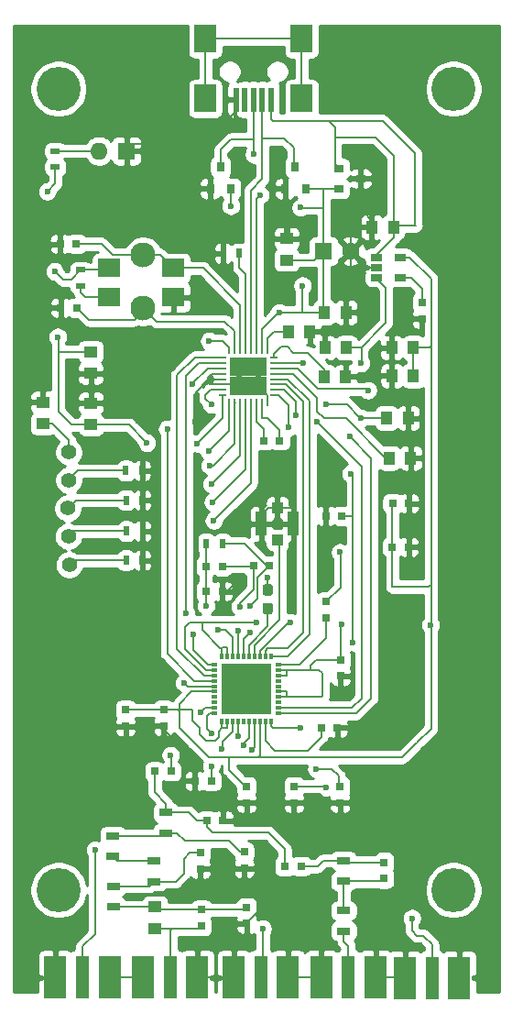
<source format=gbr>
%TF.GenerationSoftware,KiCad,Pcbnew,5.1.8*%
%TF.CreationDate,2020-12-02T12:44:59+08:00*%
%TF.ProjectId,msisdr,6d736973-6472-42e6-9b69-6361645f7063,rev?*%
%TF.SameCoordinates,Original*%
%TF.FileFunction,Copper,L1,Top*%
%TF.FilePolarity,Positive*%
%FSLAX46Y46*%
G04 Gerber Fmt 4.6, Leading zero omitted, Abs format (unit mm)*
G04 Created by KiCad (PCBNEW 5.1.8) date 2020-12-02 12:44:59*
%MOMM*%
%LPD*%
G01*
G04 APERTURE LIST*
%TA.AperFunction,SMDPad,CuDef*%
%ADD10R,1.000000X1.000000*%
%TD*%
%TA.AperFunction,SMDPad,CuDef*%
%ADD11R,1.050000X2.200000*%
%TD*%
%TA.AperFunction,ComponentPad*%
%ADD12C,4.064000*%
%TD*%
%TA.AperFunction,SMDPad,CuDef*%
%ADD13R,0.800000X0.750000*%
%TD*%
%TA.AperFunction,SMDPad,CuDef*%
%ADD14R,1.000000X1.250000*%
%TD*%
%TA.AperFunction,SMDPad,CuDef*%
%ADD15R,1.250000X1.000000*%
%TD*%
%TA.AperFunction,SMDPad,CuDef*%
%ADD16R,0.750000X0.800000*%
%TD*%
%TA.AperFunction,ComponentPad*%
%ADD17R,1.600000X1.600000*%
%TD*%
%TA.AperFunction,ComponentPad*%
%ADD18C,1.600000*%
%TD*%
%TA.AperFunction,SMDPad,CuDef*%
%ADD19R,1.250000X4.000000*%
%TD*%
%TA.AperFunction,SMDPad,CuDef*%
%ADD20R,2.000000X4.000000*%
%TD*%
%TA.AperFunction,ComponentPad*%
%ADD21C,0.400000*%
%TD*%
%TA.AperFunction,SMDPad,CuDef*%
%ADD22R,0.500000X2.300000*%
%TD*%
%TA.AperFunction,SMDPad,CuDef*%
%ADD23R,2.000000X2.500000*%
%TD*%
%TA.AperFunction,SMDPad,CuDef*%
%ADD24R,1.300000X0.700000*%
%TD*%
%TA.AperFunction,SMDPad,CuDef*%
%ADD25R,0.500000X0.900000*%
%TD*%
%TA.AperFunction,SMDPad,CuDef*%
%ADD26R,0.250000X0.700000*%
%TD*%
%TA.AperFunction,SMDPad,CuDef*%
%ADD27R,0.700000X0.250000*%
%TD*%
%TA.AperFunction,SMDPad,CuDef*%
%ADD28R,1.725000X1.725000*%
%TD*%
%TA.AperFunction,SMDPad,CuDef*%
%ADD29R,0.300000X0.500000*%
%TD*%
%TA.AperFunction,SMDPad,CuDef*%
%ADD30R,0.500000X0.300000*%
%TD*%
%TA.AperFunction,SMDPad,CuDef*%
%ADD31R,1.150000X1.150000*%
%TD*%
%TA.AperFunction,ComponentPad*%
%ADD32C,2.300000*%
%TD*%
%TA.AperFunction,ComponentPad*%
%ADD33C,1.400000*%
%TD*%
%TA.AperFunction,ComponentPad*%
%ADD34O,1.600000X1.600000*%
%TD*%
%TA.AperFunction,SMDPad,CuDef*%
%ADD35R,0.900000X0.500000*%
%TD*%
%TA.AperFunction,SMDPad,CuDef*%
%ADD36R,1.060000X0.650000*%
%TD*%
%TA.AperFunction,SMDPad,CuDef*%
%ADD37R,0.900000X0.800000*%
%TD*%
%TA.AperFunction,SMDPad,CuDef*%
%ADD38R,2.100000X1.700000*%
%TD*%
%TA.AperFunction,SMDPad,CuDef*%
%ADD39R,0.800000X0.900000*%
%TD*%
%TA.AperFunction,ViaPad*%
%ADD40C,0.600000*%
%TD*%
%TA.AperFunction,Conductor*%
%ADD41C,0.200000*%
%TD*%
%TA.AperFunction,Conductor*%
%ADD42C,0.254000*%
%TD*%
%TA.AperFunction,Conductor*%
%ADD43C,0.100000*%
%TD*%
G04 APERTURE END LIST*
D10*
%TO.P,J12,1*%
%TO.N,LNAND_IN*%
X138225000Y-91670000D03*
%TO.P,J12,2*%
%TO.N,GND*%
X138225000Y-88670000D03*
D11*
X139700000Y-90170000D03*
X136750000Y-90170000D03*
%TD*%
%TO.P,C43,2*%
%TO.N,Net-(C43-Pad2)*%
%TA.AperFunction,SMDPad,CuDef*%
G36*
G01*
X137094624Y-97475868D02*
X137569624Y-97475868D01*
G75*
G02*
X137807124Y-97713368I0J-237500D01*
G01*
X137807124Y-98313368D01*
G75*
G02*
X137569624Y-98550868I-237500J0D01*
G01*
X137094624Y-98550868D01*
G75*
G02*
X136857124Y-98313368I0J237500D01*
G01*
X136857124Y-97713368D01*
G75*
G02*
X137094624Y-97475868I237500J0D01*
G01*
G37*
%TD.AperFunction*%
%TO.P,C43,1*%
%TO.N,GND*%
%TA.AperFunction,SMDPad,CuDef*%
G36*
G01*
X137094624Y-95750868D02*
X137569624Y-95750868D01*
G75*
G02*
X137807124Y-95988368I0J-237500D01*
G01*
X137807124Y-96588368D01*
G75*
G02*
X137569624Y-96825868I-237500J0D01*
G01*
X137094624Y-96825868D01*
G75*
G02*
X136857124Y-96588368I0J237500D01*
G01*
X136857124Y-95988368D01*
G75*
G02*
X137094624Y-95750868I237500J0D01*
G01*
G37*
%TD.AperFunction*%
%TD*%
D12*
%TO.P,REF\u002A\u002A,1*%
%TO.N,N/C*%
X154500000Y-124000000D03*
%TD*%
%TO.P,REF\u002A\u002A,1*%
%TO.N,N/C*%
X118000000Y-124000000D03*
%TD*%
%TO.P,REF\u002A\u002A,1*%
%TO.N,N/C*%
X154500000Y-50000000D03*
%TD*%
%TO.P,REF\u002A\u002A,1*%
%TO.N,N/C*%
X118000000Y-50000000D03*
%TD*%
D13*
%TO.P,C1,2*%
%TO.N,Net-(C1-Pad2)*%
X138449000Y-82486000D03*
%TO.P,C1,1*%
%TO.N,Net-(C1-Pad1)*%
X136949000Y-82486000D03*
%TD*%
D14*
%TO.P,C2,1*%
%TO.N,VDDI*%
X148329000Y-80416000D03*
%TO.P,C2,2*%
%TO.N,GND*%
X150329000Y-80416000D03*
%TD*%
%TO.P,C3,1*%
%TO.N,VDIG*%
X142579000Y-70656000D03*
%TO.P,C3,2*%
%TO.N,GND*%
X144579000Y-70656000D03*
%TD*%
%TO.P,C4,1*%
%TO.N,Net-(C4-Pad1)*%
X148549000Y-84106000D03*
%TO.P,C4,2*%
%TO.N,GND*%
X150549000Y-84106000D03*
%TD*%
D15*
%TO.P,C5,1*%
%TO.N,VDIG*%
X120989000Y-81026000D03*
%TO.P,C5,2*%
%TO.N,GND*%
X120989000Y-79026000D03*
%TD*%
D14*
%TO.P,C6,1*%
%TO.N,V18-SYNTH*%
X144619000Y-73926000D03*
%TO.P,C6,2*%
%TO.N,GND*%
X142619000Y-73926000D03*
%TD*%
D15*
%TO.P,C7,1*%
%TO.N,VDIG*%
X120979000Y-74286000D03*
%TO.P,C7,2*%
%TO.N,GND*%
X120979000Y-76286000D03*
%TD*%
D14*
%TO.P,C8,1*%
%TO.N,Net-(C8-Pad1)*%
X142539000Y-76596000D03*
%TO.P,C8,2*%
%TO.N,GND*%
X144539000Y-76596000D03*
%TD*%
D13*
%TO.P,C9,2*%
%TO.N,Net-(C9-Pad2)*%
X119699000Y-70226000D03*
%TO.P,C9,1*%
%TO.N,GND*%
X118199000Y-70226000D03*
%TD*%
%TO.P,C10,2*%
%TO.N,Net-(C10-Pad2)*%
X119649000Y-64326000D03*
%TO.P,C10,1*%
%TO.N,GND*%
X118149000Y-64326000D03*
%TD*%
D16*
%TO.P,C11,2*%
%TO.N,VRF*%
X127706120Y-107352400D03*
%TO.P,C11,1*%
%TO.N,GND*%
X127706120Y-108852400D03*
%TD*%
%TO.P,C12,2*%
%TO.N,VRF*%
X135366760Y-114428840D03*
%TO.P,C12,1*%
%TO.N,GND*%
X135366760Y-115928840D03*
%TD*%
D13*
%TO.P,C13,2*%
%TO.N,Net-(C13-Pad2)*%
X142269000Y-109026000D03*
%TO.P,C13,1*%
%TO.N,GND*%
X143769000Y-109026000D03*
%TD*%
D16*
%TO.P,C14,2*%
%TO.N,Net-(C14-Pad2)*%
X139755880Y-114428840D03*
%TO.P,C14,1*%
%TO.N,GND*%
X139755880Y-115928840D03*
%TD*%
%TO.P,C15,2*%
%TO.N,Net-(C15-Pad2)*%
X144023080Y-114439000D03*
%TO.P,C15,1*%
%TO.N,GND*%
X144023080Y-115939000D03*
%TD*%
D13*
%TO.P,C16,2*%
%TO.N,Net-(C16-Pad2)*%
X132103560Y-113926620D03*
%TO.P,C16,1*%
%TO.N,GND*%
X130603560Y-113926620D03*
%TD*%
%TO.P,C17,2*%
%TO.N,Net-(C17-Pad2)*%
X128385000Y-113042700D03*
%TO.P,C17,1*%
%TO.N,HFPORT*%
X126885000Y-113042700D03*
%TD*%
D14*
%TO.P,C18,1*%
%TO.N,GND*%
X148809000Y-76506000D03*
%TO.P,C18,2*%
%TO.N,VRF*%
X150809000Y-76506000D03*
%TD*%
D16*
%TO.P,C19,2*%
%TO.N,VRF*%
X144079000Y-102726000D03*
%TO.P,C19,1*%
%TO.N,GND*%
X144079000Y-104226000D03*
%TD*%
D13*
%TO.P,C20,2*%
%TO.N,VRF*%
X148859000Y-92326000D03*
%TO.P,C20,1*%
%TO.N,GND*%
X150359000Y-92326000D03*
%TD*%
%TO.P,C21,2*%
%TO.N,VDDI*%
X144209000Y-89446000D03*
%TO.P,C21,1*%
%TO.N,GND*%
X142709000Y-89446000D03*
%TD*%
%TO.P,C22,2*%
%TO.N,Net-(C22-Pad2)*%
X133119000Y-94106000D03*
%TO.P,C22,1*%
%TO.N,Net-(C22-Pad1)*%
X131619000Y-94106000D03*
%TD*%
%TO.P,C23,2*%
%TO.N,Net-(C22-Pad2)*%
X135999000Y-94056000D03*
%TO.P,C23,1*%
%TO.N,Net-(C23-Pad1)*%
X137499000Y-94056000D03*
%TD*%
D16*
%TO.P,C24,2*%
%TO.N,VRF*%
X124190760Y-107372720D03*
%TO.P,C24,1*%
%TO.N,GND*%
X124190760Y-108872720D03*
%TD*%
D13*
%TO.P,C25,2*%
%TO.N,VRF*%
X148879000Y-88296000D03*
%TO.P,C25,1*%
%TO.N,GND*%
X150379000Y-88296000D03*
%TD*%
%TO.P,C26,2*%
%TO.N,GND*%
X133129720Y-96418400D03*
%TO.P,C26,1*%
%TO.N,Net-(C22-Pad1)*%
X131629720Y-96418400D03*
%TD*%
D15*
%TO.P,C27,1*%
%TO.N,Net-(C27-Pad1)*%
X126911100Y-127568200D03*
%TO.P,C27,2*%
%TO.N,Net-(C27-Pad2)*%
X126911100Y-125568200D03*
%TD*%
D16*
%TO.P,C28,2*%
%TO.N,Net-(C27-Pad2)*%
X131221480Y-125825820D03*
%TO.P,C28,1*%
%TO.N,Net-(C27-Pad1)*%
X131221480Y-127325820D03*
%TD*%
%TO.P,C29,2*%
%TO.N,Net-(C27-Pad2)*%
X135384540Y-125602300D03*
%TO.P,C29,1*%
%TO.N,GND*%
X135384540Y-127102300D03*
%TD*%
%TO.P,C30,2*%
%TO.N,Net-(C30-Pad2)*%
X148094700Y-122936700D03*
%TO.P,C30,1*%
%TO.N,Net-(C30-Pad1)*%
X148094700Y-121436700D03*
%TD*%
%TO.P,C31,2*%
%TO.N,Net-(C31-Pad2)*%
X131109720Y-120545160D03*
%TO.P,C31,1*%
%TO.N,GND*%
X131109720Y-122045160D03*
%TD*%
D13*
%TO.P,C32,2*%
%TO.N,Net-(C30-Pad1)*%
X140409360Y-121798080D03*
%TO.P,C32,1*%
%TO.N,HFPORT*%
X138909360Y-121798080D03*
%TD*%
D16*
%TO.P,C33,2*%
%TO.N,Net-(C33-Pad2)*%
X135161020Y-120489280D03*
%TO.P,C33,1*%
%TO.N,GND*%
X135161020Y-121989280D03*
%TD*%
D13*
%TO.P,C34,2*%
%TO.N,HFPORT*%
X131700840Y-117579140D03*
%TO.P,C34,1*%
%TO.N,GND*%
X133200840Y-117579140D03*
%TD*%
D17*
%TO.P,C35,1*%
%TO.N,VDIG*%
X142499000Y-64986000D03*
D18*
%TO.P,C35,2*%
%TO.N,GND*%
X144999000Y-64986000D03*
%TD*%
D14*
%TO.P,C36,1*%
%TO.N,VRF*%
X150799000Y-73926000D03*
%TO.P,C36,2*%
%TO.N,GND*%
X148799000Y-73926000D03*
%TD*%
D15*
%TO.P,C37,1*%
%TO.N,VDIG*%
X139090000Y-65820000D03*
%TO.P,C37,2*%
%TO.N,GND*%
X139090000Y-63820000D03*
%TD*%
D14*
%TO.P,C38,1*%
%TO.N,Net-(C38-Pad1)*%
X148959000Y-62786000D03*
%TO.P,C38,2*%
%TO.N,GND*%
X146959000Y-62786000D03*
%TD*%
D19*
%TO.P,J6,1*%
%TO.N,Net-(C27-Pad1)*%
X128329000Y-132076000D03*
D20*
%TO.P,J6,2*%
%TO.N,GND*%
X130829000Y-132076000D03*
D21*
X131204000Y-132826000D03*
X130454000Y-132826000D03*
X131204000Y-132076000D03*
X130454000Y-132076000D03*
X131204000Y-131326000D03*
X130454000Y-131326000D03*
D20*
%TO.P,J6,3*%
X125829000Y-132076000D03*
D21*
X125454000Y-132826000D03*
X126204000Y-132826000D03*
X125454000Y-132076000D03*
X126204000Y-132076000D03*
X125454000Y-131326000D03*
X126204000Y-131326000D03*
%TD*%
D19*
%TO.P,J7,1*%
%TO.N,Net-(J7-Pad1)*%
X144800320Y-132094600D03*
D20*
%TO.P,J7,2*%
%TO.N,GND*%
X147300320Y-132094600D03*
D21*
X147675320Y-132844600D03*
X146925320Y-132844600D03*
X147675320Y-132094600D03*
X146925320Y-132094600D03*
X147675320Y-131344600D03*
X146925320Y-131344600D03*
D20*
%TO.P,J7,3*%
X142300320Y-132094600D03*
D21*
X141925320Y-132844600D03*
X142675320Y-132844600D03*
X141925320Y-132094600D03*
X142675320Y-132094600D03*
X141925320Y-131344600D03*
X142675320Y-131344600D03*
%TD*%
D19*
%TO.P,J8,1*%
%TO.N,VHF_120_250MHZ*%
X120205500Y-132069200D03*
D20*
%TO.P,J8,2*%
%TO.N,GND*%
X122705500Y-132069200D03*
D21*
X123080500Y-132819200D03*
X122330500Y-132819200D03*
X123080500Y-132069200D03*
X122330500Y-132069200D03*
X123080500Y-131319200D03*
X122330500Y-131319200D03*
D20*
%TO.P,J8,3*%
X117705500Y-132069200D03*
D21*
X117330500Y-132819200D03*
X118080500Y-132819200D03*
X117330500Y-132069200D03*
X118080500Y-132069200D03*
X117330500Y-131319200D03*
X118080500Y-131319200D03*
%TD*%
D19*
%TO.P,J9,1*%
%TO.N,UHF_400_1000MHZ*%
X136702800Y-132069200D03*
D20*
%TO.P,J9,2*%
%TO.N,GND*%
X139202800Y-132069200D03*
D21*
X139577800Y-132819200D03*
X138827800Y-132819200D03*
X139577800Y-132069200D03*
X138827800Y-132069200D03*
X139577800Y-131319200D03*
X138827800Y-131319200D03*
D20*
%TO.P,J9,3*%
X134202800Y-132069200D03*
D21*
X133827800Y-132819200D03*
X134577800Y-132819200D03*
X133827800Y-132069200D03*
X134577800Y-132069200D03*
X133827800Y-131319200D03*
X134577800Y-131319200D03*
%TD*%
D19*
%TO.P,J10,1*%
%TO.N,VHF_50_120MHZ*%
X152539700Y-132122540D03*
D20*
%TO.P,J10,2*%
%TO.N,GND*%
X155039700Y-132122540D03*
D21*
X155414700Y-132872540D03*
X154664700Y-132872540D03*
X155414700Y-132122540D03*
X154664700Y-132122540D03*
X155414700Y-131372540D03*
X154664700Y-131372540D03*
D20*
%TO.P,J10,3*%
X150039700Y-132122540D03*
D21*
X149664700Y-132872540D03*
X150414700Y-132872540D03*
X149664700Y-132122540D03*
X150414700Y-132122540D03*
X149664700Y-131372540D03*
X150414700Y-131372540D03*
%TD*%
D22*
%TO.P,J11,1*%
%TO.N,Net-(C38-Pad1)*%
X137619000Y-50996000D03*
%TO.P,J11,2*%
%TO.N,USB_DM*%
X136819000Y-50996000D03*
%TO.P,J11,3*%
%TO.N,USB_DP*%
X136019000Y-50996000D03*
%TO.P,J11,4*%
%TO.N,Net-(J11-Pad4)*%
X135219000Y-50996000D03*
%TO.P,J11,5*%
%TO.N,GND*%
X134419000Y-50996000D03*
D23*
%TO.P,J11,6*%
%TO.N,Net-(J11-Pad6)*%
X140469000Y-50896000D03*
X140469000Y-45396000D03*
X131569000Y-50896000D03*
X131569000Y-45396000D03*
%TD*%
D24*
%TO.P,L1,1*%
%TO.N,Net-(C30-Pad2)*%
X144360900Y-125884900D03*
%TO.P,L1,2*%
%TO.N,Net-(J7-Pad1)*%
X144360900Y-127784900D03*
%TD*%
%TO.P,L2,1*%
%TO.N,Net-(C30-Pad1)*%
X144322800Y-121274800D03*
%TO.P,L2,2*%
%TO.N,Net-(C30-Pad2)*%
X144322800Y-123174800D03*
%TD*%
%TO.P,L3,1*%
%TO.N,Net-(C31-Pad2)*%
X123090940Y-123642080D03*
%TO.P,L3,2*%
%TO.N,Net-(C27-Pad2)*%
X123090940Y-125542080D03*
%TD*%
%TO.P,L4,1*%
%TO.N,Net-(L4-Pad1)*%
X126796800Y-121312900D03*
%TO.P,L4,2*%
%TO.N,Net-(C31-Pad2)*%
X126796800Y-123212900D03*
%TD*%
%TO.P,L5,1*%
%TO.N,Net-(C33-Pad2)*%
X123035060Y-119004040D03*
%TO.P,L5,2*%
%TO.N,Net-(L4-Pad1)*%
X123035060Y-120904040D03*
%TD*%
%TO.P,L6,1*%
%TO.N,HFPORT*%
X127939800Y-116855200D03*
%TO.P,L6,2*%
%TO.N,Net-(C33-Pad2)*%
X127939800Y-118755200D03*
%TD*%
D25*
%TO.P,R1,1*%
%TO.N,GND*%
X133219000Y-65206000D03*
%TO.P,R1,2*%
%TO.N,Net-(R1-Pad2)*%
X134719000Y-65206000D03*
%TD*%
%TO.P,R2,1*%
%TO.N,Net-(C22-Pad1)*%
X131650000Y-92000000D03*
%TO.P,R2,2*%
%TO.N,Net-(C23-Pad1)*%
X133150000Y-92000000D03*
%TD*%
D26*
%TO.P,U1,1*%
%TO.N,Net-(C41-Pad2)*%
X133779000Y-78966000D03*
%TO.P,U1,2*%
%TO.N,Net-(J2-Pad1)*%
X134279000Y-78966000D03*
%TO.P,U1,3*%
%TO.N,Net-(J3-Pad1)*%
X134779000Y-78966000D03*
%TO.P,U1,4*%
%TO.N,Net-(J4-Pad1)*%
X135279000Y-78966000D03*
%TO.P,U1,5*%
%TO.N,Net-(J5-Pad1)*%
X135779000Y-78966000D03*
%TO.P,U1,6*%
%TO.N,Net-(C1-Pad1)*%
X136279000Y-78966000D03*
%TO.P,U1,7*%
%TO.N,Net-(C1-Pad2)*%
X136779000Y-78966000D03*
%TO.P,U1,8*%
%TO.N,GND*%
X137279000Y-78966000D03*
D27*
%TO.P,U1,9*%
%TO.N,I_IN_P*%
X137929000Y-78316000D03*
%TO.P,U1,10*%
%TO.N,I_IN_N*%
X137929000Y-77816000D03*
%TO.P,U1,11*%
%TO.N,Q_IN_P*%
X137929000Y-77316000D03*
%TO.P,U1,12*%
%TO.N,Q_IN_N*%
X137929000Y-76816000D03*
%TO.P,U1,13*%
%TO.N,Net-(C4-Pad1)*%
X137929000Y-76316000D03*
%TO.P,U1,14*%
%TO.N,VDIG*%
X137929000Y-75816000D03*
%TO.P,U1,15*%
%TO.N,V18-SYNTH*%
X137929000Y-75316000D03*
%TO.P,U1,16*%
%TO.N,Net-(C8-Pad1)*%
X137929000Y-74816000D03*
D26*
%TO.P,U1,17*%
%TO.N,Net-(C39-Pad1)*%
X137279000Y-74166000D03*
%TO.P,U1,18*%
%TO.N,VDIG*%
X136779000Y-74166000D03*
%TO.P,U1,19*%
%TO.N,USB_DP*%
X136279000Y-74166000D03*
%TO.P,U1,20*%
%TO.N,USB_DM*%
X135779000Y-74166000D03*
%TO.P,U1,21*%
%TO.N,Net-(R1-Pad2)*%
X135279000Y-74166000D03*
%TO.P,U1,22*%
%TO.N,Net-(C10-Pad2)*%
X134779000Y-74166000D03*
%TO.P,U1,23*%
%TO.N,Net-(C9-Pad2)*%
X134279000Y-74166000D03*
%TO.P,U1,24*%
%TO.N,Net-(C42-Pad2)*%
X133779000Y-74166000D03*
D27*
%TO.P,U1,25*%
%TO.N,SPI_LAT*%
X133129000Y-74816000D03*
%TO.P,U1,26*%
%TO.N,SPI_DATA*%
X133129000Y-75316000D03*
%TO.P,U1,27*%
%TO.N,SPI_CLK*%
X133129000Y-75816000D03*
%TO.P,U1,28*%
%TO.N,GND*%
X133129000Y-76316000D03*
%TO.P,U1,29*%
X133129000Y-76816000D03*
%TO.P,U1,30*%
X133129000Y-77316000D03*
%TO.P,U1,31*%
%TO.N,VDDI*%
X133129000Y-77816000D03*
%TO.P,U1,32*%
%TO.N,VDIG*%
X133129000Y-78316000D03*
D28*
%TO.P,U1,33*%
%TO.N,GND*%
X136391500Y-75703500D03*
X134666500Y-75703500D03*
X136391500Y-77428500D03*
X134666500Y-77428500D03*
%TD*%
D29*
%TO.P,U2,1*%
%TO.N,VRF*%
X133109000Y-108426000D03*
%TO.P,U2,2*%
X133609000Y-108426000D03*
%TO.P,U2,3*%
%TO.N,VHF_120_250MHZ*%
X134109000Y-108426000D03*
%TO.P,U2,4*%
%TO.N,Net-(C14-Pad2)*%
X134609000Y-108426000D03*
%TO.P,U2,5*%
%TO.N,Net-(U2-Pad5)*%
X135109000Y-108426000D03*
%TO.P,U2,6*%
%TO.N,UHF_400_1000MHZ*%
X135609000Y-108426000D03*
%TO.P,U2,7*%
%TO.N,Net-(C15-Pad2)*%
X136109000Y-108426000D03*
%TO.P,U2,8*%
%TO.N,VRF*%
X136609000Y-108426000D03*
%TO.P,U2,9*%
%TO.N,Net-(C13-Pad2)*%
X137109000Y-108426000D03*
%TO.P,U2,10*%
%TO.N,VHF_50_120MHZ*%
X137609000Y-108426000D03*
D30*
%TO.P,U2,11*%
%TO.N,I_IN_P*%
X138359000Y-107676000D03*
%TO.P,U2,12*%
%TO.N,I_IN_N*%
X138359000Y-107176000D03*
%TO.P,U2,13*%
%TO.N,Net-(U2-Pad13)*%
X138359000Y-106676000D03*
%TO.P,U2,14*%
%TO.N,VRF*%
X138359000Y-106176000D03*
%TO.P,U2,15*%
X138359000Y-105676000D03*
%TO.P,U2,16*%
%TO.N,Net-(U2-Pad16)*%
X138359000Y-105176000D03*
%TO.P,U2,17*%
%TO.N,Net-(U2-Pad17)*%
X138359000Y-104676000D03*
%TO.P,U2,18*%
%TO.N,VRF*%
X138359000Y-104176000D03*
%TO.P,U2,19*%
X138359000Y-103676000D03*
%TO.P,U2,20*%
%TO.N,REFCLK*%
X138359000Y-103176000D03*
D29*
%TO.P,U2,21*%
%TO.N,Q_IN_N*%
X137609000Y-102426000D03*
%TO.P,U2,22*%
%TO.N,Q_IN_P*%
X137109000Y-102426000D03*
%TO.P,U2,23*%
%TO.N,VRF*%
X136609000Y-102426000D03*
%TO.P,U2,24*%
%TO.N,LNAND_IN*%
X136109000Y-102426000D03*
%TO.P,U2,25*%
%TO.N,Net-(C43-Pad2)*%
X135609000Y-102426000D03*
%TO.P,U2,26*%
%TO.N,Net-(C23-Pad1)*%
X135109000Y-102426000D03*
%TO.P,U2,27*%
%TO.N,Net-(C22-Pad2)*%
X134609000Y-102426000D03*
%TO.P,U2,28*%
%TO.N,Net-(C22-Pad1)*%
X134109000Y-102426000D03*
%TO.P,U2,29*%
%TO.N,VRF*%
X133609000Y-102426000D03*
%TO.P,U2,30*%
X133109000Y-102426000D03*
D30*
%TO.P,U2,31*%
%TO.N,VDDI*%
X132359000Y-103176000D03*
%TO.P,U2,32*%
%TO.N,VRF*%
X132359000Y-103676000D03*
%TO.P,U2,33*%
%TO.N,SPI_LAT*%
X132359000Y-104176000D03*
%TO.P,U2,34*%
%TO.N,SPI_CLK*%
X132359000Y-104676000D03*
%TO.P,U2,35*%
%TO.N,SPI_DATA*%
X132359000Y-105176000D03*
%TO.P,U2,36*%
%TO.N,VRF*%
X132359000Y-105676000D03*
%TO.P,U2,37*%
%TO.N,Net-(U2-Pad37)*%
X132359000Y-106176000D03*
%TO.P,U2,38*%
%TO.N,Net-(U2-Pad38)*%
X132359000Y-106676000D03*
%TO.P,U2,39*%
%TO.N,Net-(C17-Pad2)*%
X132359000Y-107176000D03*
%TO.P,U2,40*%
%TO.N,Net-(C16-Pad2)*%
X132359000Y-107676000D03*
D31*
%TO.P,U2,41*%
%TO.N,GND*%
X137084000Y-103701000D03*
X135934000Y-103701000D03*
X134784000Y-103701000D03*
X133634000Y-103701000D03*
X137084000Y-104851000D03*
X135934000Y-104851000D03*
X134784000Y-104851000D03*
X133634000Y-104851000D03*
X137084000Y-106001000D03*
X135934000Y-106001000D03*
X134784000Y-106001000D03*
X133634000Y-106001000D03*
X137084000Y-107151000D03*
X135934000Y-107151000D03*
X134784000Y-107151000D03*
X133634000Y-107151000D03*
%TD*%
D32*
%TO.P,Y1,1*%
%TO.N,Net-(C9-Pad2)*%
X125809000Y-70236000D03*
%TO.P,Y1,2*%
%TO.N,Net-(C10-Pad2)*%
X125809000Y-65336000D03*
%TD*%
D33*
%TO.P,J1,1*%
%TO.N,Net-(C41-Pad2)*%
X118949000Y-83556000D03*
%TD*%
%TO.P,J2,1*%
%TO.N,Net-(J2-Pad1)*%
X118929000Y-86156000D03*
%TD*%
%TO.P,J3,1*%
%TO.N,Net-(J3-Pad1)*%
X118869000Y-88746000D03*
%TD*%
%TO.P,J4,1*%
%TO.N,Net-(J4-Pad1)*%
X118899000Y-91336000D03*
%TD*%
%TO.P,J5,1*%
%TO.N,Net-(J5-Pad1)*%
X118979000Y-93966000D03*
%TD*%
D14*
%TO.P,C39,1*%
%TO.N,Net-(C39-Pad1)*%
X139220000Y-72410000D03*
%TO.P,C39,2*%
%TO.N,GND*%
X141220000Y-72410000D03*
%TD*%
D17*
%TO.P,D5,1*%
%TO.N,GND*%
X124290000Y-55740000D03*
D34*
%TO.P,D5,2*%
%TO.N,Net-(D5-Pad2)*%
X121750000Y-55740000D03*
%TD*%
D35*
%TO.P,R3,1*%
%TO.N,VDIG*%
X117690000Y-57240000D03*
%TO.P,R3,2*%
%TO.N,Net-(D5-Pad2)*%
X117690000Y-55740000D03*
%TD*%
D16*
%TO.P,C40,2*%
%TO.N,GND*%
X151610000Y-71240000D03*
%TO.P,C40,1*%
%TO.N,Net-(C40-Pad1)*%
X151610000Y-69740000D03*
%TD*%
D35*
%TO.P,R4,1*%
%TO.N,VDIG*%
X120050000Y-66730000D03*
%TO.P,R4,2*%
%TO.N,Net-(R4-Pad2)*%
X120050000Y-68230000D03*
%TD*%
D36*
%TO.P,U3,1*%
%TO.N,Net-(C38-Pad1)*%
X147400000Y-65560000D03*
%TO.P,U3,2*%
%TO.N,GND*%
X147400000Y-66510000D03*
%TO.P,U3,3*%
%TO.N,V18-SYNTH*%
X147400000Y-67460000D03*
%TO.P,U3,4*%
%TO.N,Net-(C40-Pad1)*%
X149600000Y-67460000D03*
%TO.P,U3,5*%
%TO.N,VRF*%
X149600000Y-65560000D03*
%TD*%
D37*
%TO.P,U4,1*%
%TO.N,Net-(C38-Pad1)*%
X143930000Y-57340000D03*
%TO.P,U4,2*%
%TO.N,VDIG*%
X143930000Y-59240000D03*
%TO.P,U4,3*%
%TO.N,GND*%
X145930000Y-58290000D03*
%TD*%
D38*
%TO.P,Y2,1*%
%TO.N,Net-(R4-Pad2)*%
X122690000Y-69260000D03*
%TO.P,Y2,2*%
%TO.N,GND*%
X128590000Y-69260000D03*
%TO.P,Y2,3*%
%TO.N,Net-(C10-Pad2)*%
X128590000Y-66560000D03*
%TO.P,Y2,4*%
%TO.N,VDIG*%
X122690000Y-66560000D03*
%TD*%
D39*
%TO.P,D1,1*%
%TO.N,GND*%
X132020000Y-59220000D03*
%TO.P,D1,2*%
%TO.N,VDIG*%
X133920000Y-59220000D03*
%TO.P,D1,3*%
%TO.N,USB_DP*%
X132970000Y-57220000D03*
%TD*%
%TO.P,D2,1*%
%TO.N,GND*%
X138940000Y-59230000D03*
%TO.P,D2,2*%
%TO.N,VDIG*%
X140840000Y-59230000D03*
%TO.P,D2,3*%
%TO.N,USB_DM*%
X139890000Y-57230000D03*
%TD*%
D25*
%TO.P,R5,1*%
%TO.N,Net-(J2-Pad1)*%
X124220000Y-85260000D03*
%TO.P,R5,2*%
%TO.N,GND*%
X125720000Y-85260000D03*
%TD*%
%TO.P,R6,1*%
%TO.N,Net-(J3-Pad1)*%
X124240000Y-87990000D03*
%TO.P,R6,2*%
%TO.N,GND*%
X125740000Y-87990000D03*
%TD*%
%TO.P,R7,1*%
%TO.N,Net-(J4-Pad1)*%
X124260000Y-90850000D03*
%TO.P,R7,2*%
%TO.N,GND*%
X125760000Y-90850000D03*
%TD*%
%TO.P,R8,1*%
%TO.N,Net-(J5-Pad1)*%
X124240000Y-93550000D03*
%TO.P,R8,2*%
%TO.N,GND*%
X125740000Y-93550000D03*
%TD*%
D15*
%TO.P,C41,1*%
%TO.N,GND*%
X116560000Y-78950000D03*
%TO.P,C41,2*%
%TO.N,Net-(C41-Pad2)*%
X116560000Y-80950000D03*
%TD*%
D16*
%TO.P,C42,2*%
%TO.N,Net-(C42-Pad2)*%
X142750000Y-97380000D03*
%TO.P,C42,1*%
%TO.N,REFCLK*%
X142750000Y-98880000D03*
%TD*%
D40*
%TO.N,VDDI*%
X130484880Y-100398580D03*
X145919000Y-80416000D03*
X145219000Y-101116000D03*
X144979000Y-85546000D03*
X132119000Y-79176000D03*
X142759000Y-79166000D03*
%TO.N,VDIG*%
X140370000Y-60970000D03*
X133920000Y-60810000D03*
X117930000Y-72920000D03*
X116960000Y-59480000D03*
X117640000Y-66870000D03*
X138409000Y-70656000D03*
X146599000Y-77846000D03*
X140549000Y-68176000D03*
X130779000Y-82766000D03*
X126169000Y-82706000D03*
%TO.N,V18-SYNTH*%
X145979000Y-75336000D03*
X140569000Y-75336000D03*
%TO.N,VRF*%
X144200000Y-99490000D03*
X139399000Y-99276000D03*
X152389000Y-99506000D03*
X136265359Y-99273660D03*
%TO.N,Net-(C14-Pad2)*%
X142722600Y-114523520D03*
X134599680Y-109819440D03*
%TO.N,Net-(C15-Pad2)*%
X141828520Y-112816640D03*
X135856980Y-111061500D03*
%TO.N,Net-(C16-Pad2)*%
X132176520Y-109550200D03*
X132110480Y-112557560D03*
%TO.N,Net-(C22-Pad1)*%
X131627880Y-97756980D03*
X132694680Y-99974400D03*
%TO.N,USB_DP*%
X136629000Y-59806000D03*
X136059000Y-56066000D03*
%TO.N,I_IN_P*%
X144899000Y-82116000D03*
X139229000Y-81286000D03*
%TO.N,I_IN_N*%
X141869000Y-80786000D03*
X139909000Y-80196000D03*
%TO.N,SPI_DATA*%
X129609000Y-104866000D03*
X129769000Y-98446000D03*
%TO.N,SPI_CLK*%
X128039000Y-81426000D03*
X130370000Y-77310000D03*
%TO.N,VHF_120_250MHZ*%
X133045200Y-110992920D03*
X121383120Y-120282680D03*
%TO.N,UHF_400_1000MHZ*%
X136870440Y-127548640D03*
X135087360Y-110611920D03*
%TO.N,VHF_50_120MHZ*%
X140314680Y-109042200D03*
X150664120Y-126598440D03*
%TO.N,GND*%
X130280000Y-55170000D03*
X138280000Y-55910000D03*
X131660000Y-69510000D03*
X130640000Y-80750000D03*
X116689000Y-77656000D03*
X119089000Y-77646000D03*
X146620000Y-76596000D03*
X146150000Y-72070000D03*
X137312400Y-121904760D03*
X137411460Y-117187980D03*
X148209000Y-110175040D03*
X148153120Y-114952780D03*
X148717000Y-97414080D03*
X148777960Y-105481120D03*
X150444200Y-94947740D03*
X142737840Y-92613480D03*
X134630160Y-95341440D03*
X136429000Y-105496000D03*
X144059000Y-105486000D03*
X144999000Y-61596000D03*
X134309000Y-62056000D03*
X137300000Y-95100000D03*
X138250000Y-87250000D03*
%TO.N,Net-(J3-Pad1)*%
X132119000Y-86516000D03*
%TO.N,Net-(C17-Pad2)*%
X131124960Y-107579160D03*
X128358900Y-111541560D03*
%TO.N,Net-(C22-Pad2)*%
X134757160Y-97820480D03*
X134612380Y-100032820D03*
%TO.N,Net-(C23-Pad1)*%
X135666480Y-97749360D03*
X135674100Y-100261420D03*
%TO.N,Net-(J2-Pad1)*%
X131979000Y-84806000D03*
%TO.N,Net-(J4-Pad1)*%
X132269000Y-88176000D03*
%TO.N,Net-(J5-Pad1)*%
X132339000Y-89876000D03*
%TO.N,Net-(C41-Pad2)*%
X131869000Y-83466000D03*
%TO.N,Net-(C42-Pad2)*%
X131930000Y-73300000D03*
X144020000Y-92810000D03*
%TD*%
D41*
%TO.N,Net-(C1-Pad2)*%
X136779000Y-78966000D02*
X136779000Y-80336000D01*
X136779000Y-80336000D02*
X136829000Y-80386000D01*
X138449000Y-82486000D02*
X138449000Y-81536000D01*
X136829000Y-80386000D02*
X136809000Y-80366000D01*
X137299000Y-80386000D02*
X136829000Y-80386000D01*
X138449000Y-81536000D02*
X137299000Y-80386000D01*
%TO.N,Net-(C1-Pad1)*%
X136279000Y-78966000D02*
X136279000Y-80746000D01*
X136949000Y-81416000D02*
X136949000Y-82486000D01*
X136279000Y-80746000D02*
X136949000Y-81416000D01*
%TO.N,VDDI*%
X144209000Y-89446000D02*
X145097400Y-89446000D01*
X145097400Y-89446000D02*
X145219000Y-89567600D01*
X132359000Y-103176000D02*
X131834820Y-103176000D01*
X130484880Y-101826060D02*
X130484880Y-100398580D01*
X131834820Y-103176000D02*
X130484880Y-101826060D01*
X145219000Y-85786000D02*
X145219000Y-89567600D01*
X145219000Y-89567600D02*
X145219000Y-101116000D01*
X144979000Y-85546000D02*
X145219000Y-85786000D01*
X148329000Y-80416000D02*
X145919000Y-80416000D01*
X145919000Y-80416000D02*
X145899000Y-80416000D01*
X132019000Y-77816000D02*
X133129000Y-77816000D01*
X131579000Y-78256000D02*
X132019000Y-77816000D01*
X131579000Y-78636000D02*
X131579000Y-78256000D01*
X132119000Y-79176000D02*
X131579000Y-78636000D01*
X144649000Y-79166000D02*
X142759000Y-79166000D01*
X145899000Y-80416000D02*
X144649000Y-79166000D01*
%TO.N,VDIG*%
X139090000Y-65820000D02*
X141665000Y-65820000D01*
X141665000Y-65820000D02*
X142499000Y-64986000D01*
X133920000Y-59220000D02*
X133920000Y-60810000D01*
X140390000Y-60990000D02*
X142499000Y-60990000D01*
X140370000Y-60970000D02*
X140390000Y-60990000D01*
X142499000Y-64986000D02*
X142499000Y-60990000D01*
X142499000Y-60990000D02*
X142499000Y-59301000D01*
X142499000Y-59301000D02*
X142560000Y-59240000D01*
X143930000Y-59240000D02*
X142560000Y-59240000D01*
X142560000Y-59240000D02*
X140850000Y-59240000D01*
X140850000Y-59240000D02*
X140840000Y-59230000D01*
X117989000Y-74149000D02*
X117989000Y-72979000D01*
X117930000Y-72920000D02*
X117989000Y-72979000D01*
X119330000Y-74286000D02*
X118126000Y-74286000D01*
X118126000Y-74286000D02*
X117989000Y-74149000D01*
X117989000Y-74149000D02*
X117989000Y-75616000D01*
X117989000Y-79806000D02*
X119209000Y-81026000D01*
X117989000Y-75616000D02*
X117989000Y-79806000D01*
X119209000Y-81026000D02*
X120989000Y-81026000D01*
X117690000Y-57240000D02*
X117690000Y-58750000D01*
X117690000Y-58750000D02*
X116960000Y-59480000D01*
X119150000Y-67630000D02*
X120050000Y-66730000D01*
X117640000Y-66870000D02*
X118400000Y-67630000D01*
X118400000Y-67630000D02*
X119150000Y-67630000D01*
X120050000Y-66730000D02*
X122520000Y-66730000D01*
X122520000Y-66730000D02*
X122690000Y-66560000D01*
X140069000Y-75816000D02*
X141989000Y-77736000D01*
X141989000Y-77736000D02*
X146489000Y-77736000D01*
X146489000Y-77736000D02*
X146599000Y-77846000D01*
X137929000Y-75816000D02*
X140069000Y-75816000D01*
X140489000Y-68236000D02*
X140489000Y-70656000D01*
X140549000Y-68176000D02*
X140489000Y-68236000D01*
X120989000Y-81026000D02*
X124489000Y-81026000D01*
X133129000Y-80416000D02*
X133129000Y-78316000D01*
X130779000Y-82766000D02*
X133129000Y-80416000D01*
X120979000Y-74286000D02*
X119330000Y-74286000D01*
X119330000Y-74286000D02*
X119319000Y-74286000D01*
X142579000Y-70656000D02*
X140489000Y-70656000D01*
X140489000Y-70656000D02*
X138409000Y-70656000D01*
X138409000Y-70656000D02*
X138319000Y-70656000D01*
X137824000Y-71151000D02*
X136779000Y-72196000D01*
X138319000Y-70656000D02*
X137824000Y-71151000D01*
X136779000Y-72196000D02*
X136779000Y-74166000D01*
X142499000Y-64986000D02*
X142499000Y-70576000D01*
X142499000Y-70576000D02*
X142579000Y-70656000D01*
X124508260Y-81026000D02*
X124489000Y-81026000D01*
X124489000Y-81026000D02*
X126169000Y-82706000D01*
%TO.N,Net-(C4-Pad1)*%
X148549000Y-84106000D02*
X148259000Y-84106000D01*
X148259000Y-84106000D02*
X144579000Y-80426000D01*
X144579000Y-80426000D02*
X142519000Y-80426000D01*
X142519000Y-80426000D02*
X141869000Y-79776000D01*
X141869000Y-79776000D02*
X141869000Y-78546000D01*
X141869000Y-78546000D02*
X139639000Y-76316000D01*
X139639000Y-76316000D02*
X137929000Y-76316000D01*
%TO.N,V18-SYNTH*%
X147400000Y-67460000D02*
X147400000Y-67520000D01*
X147400000Y-67520000D02*
X148250000Y-68370000D01*
X145989000Y-73906000D02*
X147829000Y-72066000D01*
X145989000Y-73926000D02*
X145989000Y-73906000D01*
X148250000Y-71645000D02*
X147829000Y-72066000D01*
X148250000Y-68370000D02*
X148250000Y-71645000D01*
X147400000Y-67460000D02*
X147630000Y-67460000D01*
X137929000Y-75316000D02*
X140549000Y-75316000D01*
X145989000Y-75326000D02*
X145989000Y-73926000D01*
X145979000Y-75336000D02*
X145989000Y-75326000D01*
X140549000Y-75316000D02*
X140569000Y-75336000D01*
X145989000Y-73926000D02*
X144619000Y-73926000D01*
%TO.N,Net-(C9-Pad2)*%
X134279000Y-74166000D02*
X134279000Y-72409000D01*
X127063000Y-71490000D02*
X125809000Y-70236000D01*
X133360000Y-71490000D02*
X127063000Y-71490000D01*
X134279000Y-72409000D02*
X133360000Y-71490000D01*
X125809000Y-70236000D02*
X125809000Y-70541000D01*
X125809000Y-70541000D02*
X125010000Y-71340000D01*
X120813000Y-71340000D02*
X119699000Y-70226000D01*
X125010000Y-71340000D02*
X120813000Y-71340000D01*
X125799000Y-70226000D02*
X125809000Y-70236000D01*
%TO.N,VRF*%
X144079000Y-102726000D02*
X144079000Y-99611000D01*
X144079000Y-99611000D02*
X144200000Y-99490000D01*
X150799000Y-73926000D02*
X152264000Y-73926000D01*
X152264000Y-73926000D02*
X152439000Y-73751000D01*
X149600000Y-65560000D02*
X150460000Y-65560000D01*
X150460000Y-65560000D02*
X152439000Y-67539000D01*
X152439000Y-67539000D02*
X152439000Y-73751000D01*
X152439000Y-74876000D02*
X152439000Y-95802820D01*
X152439000Y-73751000D02*
X152439000Y-74876000D01*
X131627880Y-110195360D02*
X132494020Y-110195360D01*
X131082080Y-109649560D02*
X131627880Y-110195360D01*
X129169000Y-107482480D02*
X129169000Y-107373420D01*
X130324860Y-107373420D02*
X129169000Y-107373420D01*
X130355340Y-107403900D02*
X130324860Y-107373420D01*
X130355340Y-108333540D02*
X130355340Y-107403900D01*
X131082080Y-109060280D02*
X130355340Y-108333540D01*
X131082080Y-109060280D02*
X131082080Y-109649560D01*
X132783580Y-109385700D02*
X133109000Y-109060280D01*
X132783580Y-109905800D02*
X132783580Y-109385700D01*
X132494020Y-110195360D02*
X132783580Y-109905800D01*
X135366760Y-114428840D02*
X135307640Y-114428840D01*
X135307640Y-114428840D02*
X133791960Y-112913160D01*
X133791960Y-112913160D02*
X133791960Y-111747300D01*
X136609000Y-108426000D02*
X136609000Y-111589640D01*
X136609000Y-111589640D02*
X136451340Y-111747300D01*
X130599000Y-110426000D02*
X130599000Y-110446640D01*
X129169000Y-107482480D02*
X129169000Y-108996000D01*
X129169000Y-108996000D02*
X130599000Y-110426000D01*
X152439000Y-109076000D02*
X151094000Y-110421000D01*
X152439000Y-109076000D02*
X152439000Y-99536000D01*
X149767700Y-111747300D02*
X151094000Y-110421000D01*
X131899660Y-111747300D02*
X133791960Y-111747300D01*
X133791960Y-111747300D02*
X136451340Y-111747300D01*
X136451340Y-111747300D02*
X149767700Y-111747300D01*
X130599000Y-110446640D02*
X131899660Y-111747300D01*
X133109000Y-109060280D02*
X133604300Y-109060280D01*
X133609000Y-109055580D02*
X133609000Y-108426000D01*
X133604300Y-109060280D02*
X133609000Y-109055580D01*
X133109000Y-108426000D02*
X133109000Y-109060280D01*
X127706120Y-107352400D02*
X129038920Y-107352400D01*
X129038920Y-107352400D02*
X129169000Y-107482480D01*
X129169000Y-107482480D02*
X129169000Y-107482480D01*
X124190760Y-107372720D02*
X127685800Y-107372720D01*
X127685800Y-107372720D02*
X127706120Y-107352400D01*
X148859000Y-95996760D02*
X152245060Y-95996760D01*
X152245060Y-95996760D02*
X152439000Y-95802820D01*
X148859000Y-92326000D02*
X148859000Y-88316000D01*
X148859000Y-88316000D02*
X148879000Y-88296000D01*
X133109000Y-101637800D02*
X132912820Y-101637800D01*
X131262120Y-99402900D02*
X131389020Y-99276000D01*
X131262120Y-99987100D02*
X131262120Y-99402900D01*
X132912820Y-101637800D02*
X131262120Y-99987100D01*
X133109000Y-102426000D02*
X133109000Y-101637800D01*
X133609000Y-101612620D02*
X133609000Y-102426000D01*
X133560820Y-101564440D02*
X133609000Y-101612620D01*
X133182360Y-101564440D02*
X133560820Y-101564440D01*
X133109000Y-101637800D02*
X133182360Y-101564440D01*
X150809000Y-76506000D02*
X150809000Y-73936000D01*
X150809000Y-73936000D02*
X150799000Y-73926000D01*
X152419000Y-99536000D02*
X152439000Y-99536000D01*
X152389000Y-99506000D02*
X152419000Y-99536000D01*
X152439000Y-95802820D02*
X152439000Y-99536000D01*
X132359000Y-103676000D02*
X131659000Y-103676000D01*
X131659000Y-103676000D02*
X129719000Y-101736000D01*
X129719000Y-101736000D02*
X129719000Y-99686000D01*
X129719000Y-99686000D02*
X130129000Y-99276000D01*
X130129000Y-99276000D02*
X131389020Y-99276000D01*
X132359000Y-105676000D02*
X130309000Y-105676000D01*
X129169000Y-106816000D02*
X129169000Y-107482480D01*
X130309000Y-105676000D02*
X129169000Y-106816000D01*
X148859000Y-95996760D02*
X148859000Y-92326000D01*
X144079000Y-102726000D02*
X141789000Y-102726000D01*
X141279000Y-103236000D02*
X141279000Y-103676000D01*
X141789000Y-102726000D02*
X141279000Y-103236000D01*
X138359000Y-104176000D02*
X139119000Y-104176000D01*
X139109000Y-104166000D02*
X139109000Y-103676000D01*
X139119000Y-104176000D02*
X139109000Y-104166000D01*
X138359000Y-105676000D02*
X139079000Y-105676000D01*
X139129000Y-105726000D02*
X139129000Y-106176000D01*
X139079000Y-105676000D02*
X139129000Y-105726000D01*
X138359000Y-103676000D02*
X139109000Y-103676000D01*
X139109000Y-103676000D02*
X141279000Y-103676000D01*
X141279000Y-103676000D02*
X142079000Y-103676000D01*
X142299000Y-106176000D02*
X139129000Y-106176000D01*
X139129000Y-106176000D02*
X138359000Y-106176000D01*
X142389000Y-106086000D02*
X142299000Y-106176000D01*
X142389000Y-103986000D02*
X142389000Y-106086000D01*
X142079000Y-103676000D02*
X142389000Y-103986000D01*
X139234012Y-99276000D02*
X139399000Y-99276000D01*
X136609000Y-101901012D02*
X139234012Y-99276000D01*
X136609000Y-102426000D02*
X136609000Y-101901012D01*
X136153451Y-99276000D02*
X136273437Y-99395986D01*
X131389020Y-99276000D02*
X136153451Y-99276000D01*
%TO.N,Net-(C13-Pad2)*%
X137109000Y-108426000D02*
X137109000Y-110225640D01*
X142269000Y-109846320D02*
X142269000Y-109026000D01*
X141000480Y-111114840D02*
X142269000Y-109846320D01*
X137998200Y-111114840D02*
X141000480Y-111114840D01*
X137109000Y-110225640D02*
X137998200Y-111114840D01*
%TO.N,Net-(C14-Pad2)*%
X134609000Y-109624700D02*
X134609000Y-109810120D01*
X134609000Y-108426000D02*
X134609000Y-109624700D01*
X142627920Y-114428840D02*
X139755880Y-114428840D01*
X142722600Y-114523520D02*
X142627920Y-114428840D01*
X134609000Y-109810120D02*
X134599680Y-109819440D01*
X134645400Y-108462400D02*
X134609000Y-108426000D01*
%TO.N,Net-(C15-Pad2)*%
X136109000Y-108426000D02*
X136109000Y-110809480D01*
X143880840Y-113466880D02*
X143880840Y-114296760D01*
X143230600Y-112816640D02*
X143880840Y-113466880D01*
X141828520Y-112816640D02*
X143230600Y-112816640D01*
X136109000Y-110809480D02*
X135856980Y-111061500D01*
X143880840Y-114296760D02*
X144023080Y-114439000D01*
%TO.N,Net-(C16-Pad2)*%
X132103560Y-113926620D02*
X132103560Y-112564480D01*
X131950140Y-107676000D02*
X132359000Y-107676000D01*
X131719320Y-107906820D02*
X131950140Y-107676000D01*
X131719320Y-109093000D02*
X131719320Y-107906820D01*
X132176520Y-109550200D02*
X131719320Y-109093000D01*
X132103560Y-112564480D02*
X132110480Y-112557560D01*
%TO.N,HFPORT*%
X131700840Y-117579140D02*
X131700840Y-118152480D01*
X138909360Y-120225120D02*
X138909360Y-121798080D01*
X137403840Y-118719600D02*
X138909360Y-120225120D01*
X132267960Y-118719600D02*
X137403840Y-118719600D01*
X131700840Y-118152480D02*
X132267960Y-118719600D01*
X131700840Y-117579140D02*
X130761740Y-117579140D01*
X130037800Y-116855200D02*
X127939800Y-116855200D01*
X130761740Y-117579140D02*
X130037800Y-116855200D01*
X127939800Y-116855200D02*
X127939800Y-116037360D01*
X126885000Y-114982560D02*
X126885000Y-113042700D01*
X127939800Y-116037360D02*
X126885000Y-114982560D01*
%TO.N,Net-(C22-Pad1)*%
X134109000Y-102426000D02*
X134109000Y-100664820D01*
X131629720Y-97755140D02*
X131629720Y-96418400D01*
X131627880Y-97756980D02*
X131629720Y-97755140D01*
X133418580Y-99974400D02*
X132694680Y-99974400D01*
X134109000Y-100664820D02*
X133418580Y-99974400D01*
X131619000Y-94106000D02*
X131619000Y-96407680D01*
X131619000Y-96407680D02*
X131629720Y-96418400D01*
X131619000Y-92031000D02*
X131650000Y-92000000D01*
X131619000Y-94106000D02*
X131619000Y-92031000D01*
%TO.N,USB_DP*%
X132970000Y-57220000D02*
X132970000Y-55640000D01*
X133930000Y-54680000D02*
X136019000Y-54680000D01*
X132970000Y-55640000D02*
X133930000Y-54680000D01*
X136639000Y-59816000D02*
X136629000Y-59806000D01*
X136019000Y-50996000D02*
X136019000Y-54116000D01*
X136019000Y-54116000D02*
X136019000Y-54680000D01*
X136019000Y-54680000D02*
X136019000Y-56026000D01*
X136279000Y-60156000D02*
X136279000Y-74166000D01*
X136629000Y-59806000D02*
X136279000Y-60156000D01*
X136019000Y-56026000D02*
X136059000Y-56066000D01*
%TO.N,USB_DM*%
X136819000Y-54600000D02*
X138870000Y-54600000D01*
X139740000Y-55470000D02*
X139740000Y-57080000D01*
X138870000Y-54600000D02*
X139740000Y-55470000D01*
X139740000Y-57080000D02*
X139890000Y-57230000D01*
X136819000Y-50996000D02*
X136819000Y-54600000D01*
X136819000Y-54600000D02*
X136819000Y-54830000D01*
X136819000Y-54830000D02*
X136819000Y-57256000D01*
X136819000Y-57256000D02*
X136819000Y-58336000D01*
X135779000Y-59376000D02*
X135779000Y-74166000D01*
X136819000Y-58336000D02*
X135779000Y-59376000D01*
%TO.N,I_IN_P*%
X137929000Y-78316000D02*
X138299000Y-78316000D01*
X145509000Y-107676000D02*
X138359000Y-107676000D01*
X146909000Y-106276000D02*
X145509000Y-107676000D01*
X146909000Y-84126000D02*
X146909000Y-106276000D01*
X144899000Y-82116000D02*
X146909000Y-84126000D01*
X139229000Y-79246000D02*
X139229000Y-81286000D01*
X138299000Y-78316000D02*
X139229000Y-79246000D01*
%TO.N,I_IN_N*%
X137929000Y-77816000D02*
X138799000Y-77816000D01*
X145139000Y-107176000D02*
X138359000Y-107176000D01*
X146009000Y-106306000D02*
X145139000Y-107176000D01*
X146009000Y-84926000D02*
X146009000Y-106306000D01*
X141869000Y-80786000D02*
X146009000Y-84926000D01*
X139909000Y-78926000D02*
X139909000Y-80196000D01*
X138799000Y-77816000D02*
X139909000Y-78926000D01*
%TO.N,Q_IN_P*%
X137929000Y-77316000D02*
X138989000Y-77316000D01*
X137109000Y-101896000D02*
X137109000Y-102426000D01*
X137349000Y-101656000D02*
X137109000Y-101896000D01*
X139159000Y-101656000D02*
X137349000Y-101656000D01*
X140589000Y-100226000D02*
X139159000Y-101656000D01*
X140589000Y-78916000D02*
X140589000Y-100226000D01*
X138989000Y-77316000D02*
X140589000Y-78916000D01*
%TO.N,Q_IN_N*%
X137929000Y-76816000D02*
X139209000Y-76816000D01*
X139159000Y-102426000D02*
X137609000Y-102426000D01*
X141219000Y-100366000D02*
X139159000Y-102426000D01*
X141219000Y-78826000D02*
X141219000Y-100366000D01*
X139209000Y-76816000D02*
X141219000Y-78826000D01*
%TO.N,Net-(R1-Pad2)*%
X135279000Y-74166000D02*
X135279000Y-67096000D01*
X134719000Y-66536000D02*
X134719000Y-65206000D01*
X135279000Y-67096000D02*
X134719000Y-66536000D01*
%TO.N,REFCLK*%
X142750000Y-99780000D02*
X142750000Y-100700000D01*
X139639000Y-103176000D02*
X138359000Y-103176000D01*
X140274000Y-103176000D02*
X139639000Y-103176000D01*
X142750000Y-100700000D02*
X140274000Y-103176000D01*
X142750000Y-99900000D02*
X142750000Y-99780000D01*
X142750000Y-99780000D02*
X142750000Y-98880000D01*
%TO.N,SPI_LAT*%
X132359000Y-104176000D02*
X131429000Y-104176000D01*
X130609000Y-74816000D02*
X133129000Y-74816000D01*
X128959000Y-76466000D02*
X130609000Y-74816000D01*
X128959000Y-101706000D02*
X128959000Y-76466000D01*
X131429000Y-104176000D02*
X128959000Y-101706000D01*
%TO.N,SPI_DATA*%
X133129000Y-75316000D02*
X130939000Y-75316000D01*
X129919000Y-105176000D02*
X132359000Y-105176000D01*
X129609000Y-104866000D02*
X129919000Y-105176000D01*
X129769000Y-76486000D02*
X129769000Y-98446000D01*
X130939000Y-75316000D02*
X129769000Y-76486000D01*
%TO.N,SPI_CLK*%
X130549000Y-104676000D02*
X128039000Y-102166000D01*
X128039000Y-102166000D02*
X128039000Y-81426000D01*
X130549000Y-104676000D02*
X132359000Y-104676000D01*
X131779000Y-75816000D02*
X133129000Y-75816000D01*
X130370000Y-77225000D02*
X131779000Y-75816000D01*
X130271000Y-77409000D02*
X130370000Y-77225000D01*
X130370000Y-77310000D02*
X130271000Y-77409000D01*
%TO.N,VHF_120_250MHZ*%
X121375500Y-128039200D02*
X121360800Y-128039200D01*
X134109000Y-109357620D02*
X133144260Y-110322360D01*
X133144260Y-110322360D02*
X133144260Y-110893860D01*
X133144260Y-110893860D02*
X133045200Y-110992920D01*
X121383120Y-120282680D02*
X121375500Y-120290300D01*
X121375500Y-120290300D02*
X121375500Y-128039200D01*
X134109000Y-108426000D02*
X134109000Y-109357620D01*
X120205500Y-129194500D02*
X120205500Y-132069200D01*
X121360800Y-128039200D02*
X120205500Y-129194500D01*
%TO.N,UHF_400_1000MHZ*%
X135087360Y-110611920D02*
X135087360Y-110464600D01*
X136885680Y-131886320D02*
X136885680Y-127563880D01*
X136870440Y-127548640D02*
X136885680Y-127563880D01*
X135609000Y-109333360D02*
X135609000Y-108426000D01*
X135609000Y-109942960D02*
X135609000Y-109333360D01*
X135087360Y-110464600D02*
X135609000Y-109942960D01*
X136885680Y-131886320D02*
X136702800Y-132069200D01*
%TO.N,VHF_50_120MHZ*%
X152539700Y-132122540D02*
X152539700Y-129029700D01*
X137609000Y-108820640D02*
X137830560Y-109042200D01*
X137830560Y-109042200D02*
X140314680Y-109042200D01*
X137609000Y-108820640D02*
X137609000Y-108426000D01*
X150664120Y-127774120D02*
X150664120Y-126598440D01*
X151110000Y-128220000D02*
X150664120Y-127774120D01*
X151730000Y-128220000D02*
X151110000Y-128220000D01*
X152539700Y-129029700D02*
X151730000Y-128220000D01*
%TO.N,LNAND_IN*%
X138430000Y-91875000D02*
X138225000Y-91670000D01*
X138430000Y-99060000D02*
X138430000Y-91875000D01*
X136109000Y-101381000D02*
X138430000Y-99060000D01*
X136109000Y-102426000D02*
X136109000Y-101381000D01*
%TO.N,Net-(C31-Pad2)*%
X126796800Y-123212900D02*
X128810980Y-123212900D01*
X130137600Y-120545160D02*
X131109720Y-120545160D01*
X129575560Y-121107200D02*
X130137600Y-120545160D01*
X129575560Y-122448320D02*
X129575560Y-121107200D01*
X128810980Y-123212900D02*
X129575560Y-122448320D01*
X123090940Y-123642080D02*
X126367620Y-123642080D01*
X126367620Y-123642080D02*
X126796800Y-123212900D01*
%TO.N,GND*%
X116689000Y-77656000D02*
X116689000Y-78821000D01*
X116689000Y-78821000D02*
X116560000Y-78950000D01*
X138940000Y-59230000D02*
X138940000Y-63670000D01*
X138940000Y-63670000D02*
X139090000Y-63820000D01*
X125720000Y-85260000D02*
X125720000Y-84670000D01*
X126744000Y-76724000D02*
X125425200Y-76724000D01*
X127180000Y-77160000D02*
X126744000Y-76724000D01*
X127180000Y-83210000D02*
X127180000Y-77160000D01*
X125720000Y-84670000D02*
X127180000Y-83210000D01*
X125760000Y-90850000D02*
X125760000Y-93530000D01*
X125760000Y-93530000D02*
X125740000Y-93550000D01*
X125740000Y-87990000D02*
X125740000Y-90830000D01*
X125740000Y-90830000D02*
X125760000Y-90850000D01*
X125720000Y-85260000D02*
X125720000Y-87970000D01*
X125720000Y-87970000D02*
X125740000Y-87990000D01*
X138940000Y-59230000D02*
X138940000Y-56570000D01*
X130280000Y-55126000D02*
X130349000Y-55126000D01*
X130280000Y-55170000D02*
X130280000Y-55126000D01*
X138940000Y-56570000D02*
X138280000Y-55910000D01*
X132020000Y-59220000D02*
X130270000Y-59220000D01*
X130270000Y-59220000D02*
X130139000Y-59351000D01*
X131410000Y-69260000D02*
X128590000Y-69260000D01*
X131660000Y-69510000D02*
X131410000Y-69260000D01*
X147400000Y-66510000D02*
X145038000Y-66510000D01*
X145038000Y-66510000D02*
X144999000Y-66471000D01*
X131782500Y-76972500D02*
X131737500Y-76972500D01*
X130700000Y-80690000D02*
X130640000Y-80750000D01*
X130700000Y-78010000D02*
X130700000Y-80690000D01*
X131737500Y-76972500D02*
X130700000Y-78010000D01*
X151610000Y-71240000D02*
X149830000Y-71240000D01*
X148799000Y-72271000D02*
X148799000Y-73926000D01*
X149830000Y-71240000D02*
X148799000Y-72271000D01*
X145930000Y-58290000D02*
X145930000Y-61533000D01*
X145950000Y-61540000D02*
X145950000Y-61533000D01*
X145937000Y-61540000D02*
X145950000Y-61540000D01*
X145930000Y-61533000D02*
X145937000Y-61540000D01*
X118199000Y-70226000D02*
X116526000Y-70226000D01*
X116526000Y-70226000D02*
X116379000Y-70079000D01*
X118149000Y-64326000D02*
X117624000Y-64326000D01*
X117624000Y-64326000D02*
X116379000Y-65571000D01*
X116379000Y-65571000D02*
X116379000Y-70079000D01*
X116379000Y-70079000D02*
X116379000Y-72046000D01*
X116379000Y-77346000D02*
X116379000Y-72046000D01*
X116689000Y-77656000D02*
X116379000Y-77346000D01*
X119129000Y-77686000D02*
X119089000Y-77646000D01*
X120989000Y-77686000D02*
X119129000Y-77686000D01*
X130349000Y-55126000D02*
X124904000Y-55126000D01*
X124904000Y-55126000D02*
X124290000Y-55740000D01*
X142619000Y-72936000D02*
X142619000Y-72429000D01*
X142619000Y-73926000D02*
X142619000Y-72936000D01*
X142619000Y-72429000D02*
X142496000Y-72306000D01*
X143290000Y-72306000D02*
X142496000Y-72306000D01*
X142496000Y-72306000D02*
X141324000Y-72306000D01*
X141324000Y-72306000D02*
X141220000Y-72410000D01*
X144579000Y-72026000D02*
X146106000Y-72026000D01*
X146150000Y-72070000D02*
X146106000Y-72026000D01*
X135384540Y-127102300D02*
X135384540Y-127065460D01*
X135384540Y-127065460D02*
X136570000Y-125880000D01*
X136570000Y-125880000D02*
X136570000Y-121989280D01*
X134666500Y-75703500D02*
X136391500Y-75703500D01*
X136391500Y-75703500D02*
X136391500Y-77428500D01*
X136391500Y-77428500D02*
X134666500Y-77428500D01*
X134666500Y-77428500D02*
X134666500Y-75703500D01*
X137084000Y-104851000D02*
X137084000Y-106001000D01*
X135934000Y-106001000D02*
X135934000Y-107151000D01*
X134784000Y-106001000D02*
X134784000Y-107151000D01*
X135934000Y-104851000D02*
X135934000Y-103701000D01*
X134784000Y-104851000D02*
X134784000Y-103701000D01*
X133634000Y-103701000D02*
X133634000Y-104851000D01*
X133634000Y-107151000D02*
X133634000Y-106001000D01*
X133634000Y-103701000D02*
X134784000Y-103701000D01*
X134784000Y-103701000D02*
X137084000Y-103701000D01*
X137084000Y-103701000D02*
X137084000Y-104851000D01*
X137084000Y-104851000D02*
X135934000Y-104851000D01*
X135934000Y-104851000D02*
X133634000Y-104851000D01*
X133634000Y-104851000D02*
X133634000Y-106001000D01*
X133634000Y-106001000D02*
X135934000Y-106001000D01*
X135934000Y-106001000D02*
X137084000Y-106001000D01*
X137084000Y-106001000D02*
X137084000Y-107151000D01*
X137084000Y-107151000D02*
X135934000Y-107151000D01*
X135934000Y-107151000D02*
X134784000Y-107151000D01*
X134784000Y-107151000D02*
X133634000Y-107151000D01*
X125425200Y-76724000D02*
X125248160Y-76724000D01*
X125248160Y-76724000D02*
X124810160Y-76286000D01*
X124810160Y-76286000D02*
X120979000Y-76286000D01*
X137398760Y-115928840D02*
X137398760Y-117175280D01*
X137227880Y-121989280D02*
X136570000Y-121989280D01*
X136570000Y-121989280D02*
X135161020Y-121989280D01*
X137312400Y-121904760D02*
X137227880Y-121989280D01*
X137398760Y-117175280D02*
X137411460Y-117187980D01*
X130656900Y-113979960D02*
X130656900Y-114873340D01*
X130656900Y-114873340D02*
X131465320Y-115681760D01*
X131465320Y-115681760D02*
X132481320Y-115681760D01*
X132481320Y-115681760D02*
X133200840Y-116401280D01*
X133200840Y-116401280D02*
X133200840Y-117579140D01*
X130656900Y-113979960D02*
X130603560Y-113926620D01*
X130656900Y-113873280D02*
X130656900Y-112170780D01*
X130656900Y-112170780D02*
X127706120Y-109220000D01*
X130656900Y-113873280D02*
X130603560Y-113926620D01*
X144023080Y-115939000D02*
X147166900Y-115939000D01*
X147325080Y-109291120D02*
X147325080Y-109026000D01*
X148209000Y-110175040D02*
X147325080Y-109291120D01*
X147166900Y-115939000D02*
X148153120Y-114952780D01*
X139755880Y-115928840D02*
X144012920Y-115928840D01*
X144012920Y-115928840D02*
X144023080Y-115939000D01*
X135366760Y-115928840D02*
X137398760Y-115928840D01*
X137398760Y-115928840D02*
X139755880Y-115928840D01*
X147300320Y-132094600D02*
X150011760Y-132094600D01*
X150011760Y-132094600D02*
X150039700Y-132122540D01*
X139202800Y-132069200D02*
X142274920Y-132069200D01*
X142274920Y-132069200D02*
X142300320Y-132094600D01*
X130829000Y-132076000D02*
X134196000Y-132076000D01*
X134196000Y-132076000D02*
X134202800Y-132069200D01*
X122705500Y-132069200D02*
X125822200Y-132069200D01*
X125822200Y-132069200D02*
X125829000Y-132076000D01*
X134202800Y-132069200D02*
X134202800Y-129797180D01*
X135384540Y-128615440D02*
X135384540Y-127102300D01*
X134202800Y-129797180D02*
X135384540Y-128615440D01*
X131109720Y-122045160D02*
X135105140Y-122045160D01*
X135105140Y-122045160D02*
X135161020Y-121989280D01*
X133200840Y-117579140D02*
X135049260Y-117579140D01*
X135049260Y-117579140D02*
X135366760Y-117261640D01*
X135366760Y-117261640D02*
X135366760Y-115928840D01*
X127706120Y-108852400D02*
X127706120Y-109220000D01*
X124190760Y-108872720D02*
X127685800Y-108872720D01*
X127685800Y-108872720D02*
X127706120Y-108852400D01*
X143769000Y-109026000D02*
X147325080Y-109026000D01*
X147325080Y-109026000D02*
X147371760Y-109026000D01*
X147371760Y-109026000D02*
X148777960Y-107619800D01*
X148777960Y-107619800D02*
X148777960Y-105481120D01*
X148717000Y-105420160D02*
X148717000Y-97414080D01*
X148777960Y-105481120D02*
X148717000Y-105420160D01*
X150359000Y-94862540D02*
X150444200Y-94947740D01*
X150359000Y-92326000D02*
X150359000Y-94862540D01*
X150379000Y-88296000D02*
X150379000Y-92306000D01*
X150379000Y-92306000D02*
X150359000Y-92326000D01*
X150549000Y-84106000D02*
X150549000Y-88126000D01*
X150549000Y-88126000D02*
X150379000Y-88296000D01*
X142709000Y-89446000D02*
X142709000Y-92584640D01*
X142709000Y-92584640D02*
X142737840Y-92613480D01*
X133129720Y-96418400D02*
X133553200Y-96418400D01*
X133553200Y-96418400D02*
X134630160Y-95341440D01*
X133219000Y-65206000D02*
X133219000Y-62126000D01*
X133219000Y-62126000D02*
X133359000Y-61986000D01*
X144079000Y-104226000D02*
X144079000Y-105466000D01*
X144079000Y-105466000D02*
X144059000Y-105486000D01*
X148809000Y-76506000D02*
X148809000Y-73936000D01*
X148809000Y-73936000D02*
X148799000Y-73926000D01*
X150549000Y-84106000D02*
X150549000Y-80636000D01*
X150549000Y-80636000D02*
X150329000Y-80416000D01*
X133129000Y-77316000D02*
X134554000Y-77316000D01*
X134554000Y-77316000D02*
X134666500Y-77428500D01*
X137279000Y-78966000D02*
X137279000Y-78316000D01*
X137279000Y-78316000D02*
X136391500Y-77428500D01*
X131834000Y-76921000D02*
X131782500Y-76972500D01*
X131782500Y-76972500D02*
X131769000Y-76986000D01*
X133129000Y-76816000D02*
X131939000Y-76816000D01*
X131939000Y-76816000D02*
X131834000Y-76921000D01*
X133129000Y-76316000D02*
X132139000Y-76316000D01*
X131949000Y-77316000D02*
X133129000Y-77316000D01*
X131769000Y-77136000D02*
X131949000Y-77316000D01*
X131769000Y-76686000D02*
X131769000Y-76986000D01*
X131769000Y-76986000D02*
X131769000Y-77136000D01*
X132139000Y-76316000D02*
X131769000Y-76686000D01*
X120989000Y-79026000D02*
X120989000Y-77686000D01*
X120989000Y-77686000D02*
X120989000Y-76296000D01*
X120989000Y-76296000D02*
X120979000Y-76286000D01*
X150329000Y-80416000D02*
X150329000Y-78856000D01*
X148809000Y-77946000D02*
X148809000Y-76506000D01*
X149179000Y-78316000D02*
X148809000Y-77946000D01*
X149789000Y-78316000D02*
X149179000Y-78316000D01*
X150329000Y-78856000D02*
X149789000Y-78316000D01*
X144539000Y-76596000D02*
X146620000Y-76596000D01*
X146620000Y-76596000D02*
X148719000Y-76596000D01*
X148719000Y-76596000D02*
X148809000Y-76506000D01*
X144579000Y-72026000D02*
X144579000Y-70656000D01*
X144299000Y-72306000D02*
X144579000Y-72026000D01*
X143249000Y-72306000D02*
X143290000Y-72306000D01*
X143290000Y-72306000D02*
X144299000Y-72306000D01*
X145009000Y-66926000D02*
X144999000Y-66916000D01*
X144579000Y-70656000D02*
X144579000Y-67596000D01*
X144579000Y-67596000D02*
X144999000Y-67176000D01*
X144999000Y-67176000D02*
X144999000Y-66916000D01*
X144999000Y-66916000D02*
X144999000Y-66471000D01*
X144999000Y-66471000D02*
X144999000Y-64986000D01*
X118149000Y-70176000D02*
X118199000Y-70226000D01*
X130139000Y-59806000D02*
X119049000Y-59806000D01*
X118149000Y-60706000D02*
X118149000Y-64326000D01*
X119049000Y-59806000D02*
X118149000Y-60706000D01*
X146959000Y-62786000D02*
X146899000Y-62103000D01*
X146899000Y-62103000D02*
X146733000Y-61937000D01*
X146733000Y-61937000D02*
X146329000Y-61533000D01*
X130139000Y-59806000D02*
X130139000Y-61976000D01*
X130129000Y-61986000D02*
X130139000Y-61976000D01*
X134239000Y-61986000D02*
X133359000Y-61986000D01*
X133359000Y-61986000D02*
X130129000Y-61986000D01*
X134309000Y-62056000D02*
X134239000Y-61986000D01*
X144999000Y-64986000D02*
X145039000Y-64986000D01*
X144999000Y-64986000D02*
X144999000Y-61596000D01*
X144999000Y-61596000D02*
X144999000Y-61533000D01*
X144999000Y-61533000D02*
X145950000Y-61533000D01*
X145950000Y-61533000D02*
X146329000Y-61533000D01*
X130139000Y-59806000D02*
X130139000Y-59351000D01*
X130139000Y-59351000D02*
X130139000Y-55336000D01*
X130139000Y-55336000D02*
X130349000Y-55126000D01*
X134419000Y-50996000D02*
X134419000Y-52016000D01*
X134419000Y-52016000D02*
X133099000Y-53336000D01*
X133099000Y-53336000D02*
X130599000Y-53336000D01*
X130599000Y-53336000D02*
X130349000Y-53586000D01*
X130349000Y-53586000D02*
X130349000Y-55126000D01*
X138225000Y-88670000D02*
X137390000Y-88670000D01*
X136750000Y-89310000D02*
X136750000Y-90170000D01*
X137390000Y-88670000D02*
X136750000Y-89310000D01*
X138225000Y-88670000D02*
X139470000Y-88670000D01*
X139700000Y-88900000D02*
X139700000Y-90170000D01*
X139470000Y-88670000D02*
X139700000Y-88900000D01*
X137300000Y-96256244D02*
X137332124Y-96288368D01*
X137300000Y-95100000D02*
X137300000Y-96256244D01*
X138250000Y-88645000D02*
X138225000Y-88670000D01*
X138250000Y-87250000D02*
X138250000Y-88645000D01*
%TO.N,Net-(J3-Pad1)*%
X124240000Y-87990000D02*
X119625000Y-87990000D01*
X119625000Y-87990000D02*
X118869000Y-88746000D01*
X134779000Y-78966000D02*
X134779000Y-83856000D01*
X134779000Y-83856000D02*
X132119000Y-86516000D01*
%TO.N,Net-(J7-Pad1)*%
X144800320Y-132094600D02*
X144800320Y-129194560D01*
X144360900Y-128755140D02*
X144360900Y-127784900D01*
X144800320Y-129194560D02*
X144360900Y-128755140D01*
%TO.N,Net-(C8-Pad1)*%
X142539000Y-76596000D02*
X142539000Y-75906000D01*
X137929000Y-74496000D02*
X137929000Y-74816000D01*
X138599000Y-73826000D02*
X137929000Y-74496000D01*
X139169000Y-73826000D02*
X138599000Y-73826000D01*
X139719000Y-74376000D02*
X139169000Y-73826000D01*
X141009000Y-74376000D02*
X139719000Y-74376000D01*
X142539000Y-75906000D02*
X141009000Y-74376000D01*
%TO.N,Net-(C10-Pad2)*%
X128590000Y-66560000D02*
X131350000Y-66560000D01*
X134779000Y-69989000D02*
X134779000Y-74166000D01*
X131350000Y-66560000D02*
X134779000Y-69989000D01*
X125809000Y-65336000D02*
X127366000Y-65336000D01*
X127366000Y-65336000D02*
X128590000Y-66560000D01*
X119649000Y-64326000D02*
X121949000Y-64326000D01*
X122959000Y-65336000D02*
X125809000Y-65336000D01*
X121949000Y-64326000D02*
X122959000Y-65336000D01*
%TO.N,Net-(C17-Pad2)*%
X128385000Y-113042700D02*
X128385000Y-111567660D01*
X131528120Y-107176000D02*
X132359000Y-107176000D01*
X131124960Y-107579160D02*
X131528120Y-107176000D01*
X128385000Y-111567660D02*
X128358900Y-111541560D01*
%TO.N,Net-(C22-Pad2)*%
X134757160Y-97820480D02*
X134757160Y-97485200D01*
X135999000Y-96243360D02*
X135999000Y-94056000D01*
X134757160Y-97485200D02*
X135999000Y-96243360D01*
X134609000Y-102426000D02*
X134609000Y-100036200D01*
X134757160Y-97820480D02*
X134736840Y-97800160D01*
X134609000Y-100036200D02*
X134612380Y-100032820D01*
X133119000Y-94106000D02*
X134736840Y-94106000D01*
X134736840Y-94106000D02*
X135949000Y-94106000D01*
X135949000Y-94106000D02*
X135999000Y-94056000D01*
%TO.N,Net-(C23-Pad1)*%
X135109000Y-102426000D02*
X135109000Y-100826520D01*
X135109000Y-100826520D02*
X135674100Y-100261420D01*
X136349010Y-97066830D02*
X135666480Y-97749360D01*
X137474000Y-94056000D02*
X136349010Y-95180990D01*
X136349010Y-95180990D02*
X136349010Y-97066830D01*
X137499000Y-94056000D02*
X137474000Y-94056000D01*
X137224002Y-94056000D02*
X137499000Y-94056000D01*
X135168002Y-92000000D02*
X137224002Y-94056000D01*
X133150000Y-92000000D02*
X135168002Y-92000000D01*
%TO.N,Net-(C27-Pad2)*%
X131221480Y-125825820D02*
X135161020Y-125825820D01*
X135161020Y-125825820D02*
X135384540Y-125602300D01*
X126911100Y-125568200D02*
X123117060Y-125568200D01*
X123117060Y-125568200D02*
X123090940Y-125542080D01*
X131221480Y-125825820D02*
X127168720Y-125825820D01*
X127168720Y-125825820D02*
X126911100Y-125568200D01*
%TO.N,Net-(C27-Pad1)*%
X128329000Y-132076000D02*
X128329000Y-127718240D01*
X128329000Y-127718240D02*
X128479040Y-127568200D01*
X126911100Y-127568200D02*
X128479040Y-127568200D01*
X128479040Y-127568200D02*
X130979100Y-127568200D01*
X130979100Y-127568200D02*
X131221480Y-127325820D01*
%TO.N,Net-(C30-Pad2)*%
X144322800Y-123174800D02*
X147856600Y-123174800D01*
X147856600Y-123174800D02*
X148094700Y-122936700D01*
X144360900Y-125884900D02*
X144360900Y-123212900D01*
X144360900Y-123212900D02*
X144322800Y-123174800D01*
%TO.N,Net-(C30-Pad1)*%
X144322800Y-121274800D02*
X142483880Y-121274800D01*
X141960600Y-121798080D02*
X140409360Y-121798080D01*
X142483880Y-121274800D02*
X141960600Y-121798080D01*
X148094700Y-121436700D02*
X144484700Y-121436700D01*
X144484700Y-121436700D02*
X144322800Y-121274800D01*
%TO.N,Net-(C33-Pad2)*%
X135161020Y-120489280D02*
X134789480Y-120489280D01*
X134789480Y-120489280D02*
X133751320Y-119451120D01*
X133751320Y-119451120D02*
X129646680Y-119451120D01*
X129646680Y-119451120D02*
X128950760Y-118755200D01*
X128950760Y-118755200D02*
X127939800Y-118755200D01*
X123035060Y-119004040D02*
X127690960Y-119004040D01*
X127690960Y-119004040D02*
X127939800Y-118755200D01*
%TO.N,Net-(J2-Pad1)*%
X124220000Y-85260000D02*
X119825000Y-85260000D01*
X119825000Y-85260000D02*
X118929000Y-86156000D01*
X134279000Y-78966000D02*
X134279000Y-82806000D01*
X132279000Y-84806000D02*
X131979000Y-84806000D01*
X134279000Y-82806000D02*
X132279000Y-84806000D01*
X134309000Y-78996000D02*
X134279000Y-78966000D01*
%TO.N,Net-(J4-Pad1)*%
X124260000Y-90850000D02*
X119385000Y-90850000D01*
X119385000Y-90850000D02*
X118899000Y-91336000D01*
X135279000Y-78966000D02*
X135279000Y-85166000D01*
X135279000Y-85166000D02*
X132269000Y-88176000D01*
%TO.N,Net-(J5-Pad1)*%
X124240000Y-93550000D02*
X119395000Y-93550000D01*
X119395000Y-93550000D02*
X118979000Y-93966000D01*
X135779000Y-78966000D02*
X135779000Y-86436000D01*
X135779000Y-86436000D02*
X132339000Y-89876000D01*
%TO.N,Net-(L4-Pad1)*%
X126796800Y-121312900D02*
X123443920Y-121312900D01*
X123443920Y-121312900D02*
X123035060Y-120904040D01*
%TO.N,Net-(J11-Pad6)*%
X131569000Y-45396000D02*
X140469000Y-45396000D01*
X140469000Y-45396000D02*
X140469000Y-50896000D01*
X131569000Y-45396000D02*
X131569000Y-50896000D01*
%TO.N,Net-(C38-Pad1)*%
X147400000Y-65560000D02*
X147400000Y-65320000D01*
X147400000Y-65320000D02*
X148959000Y-63761000D01*
X148959000Y-63761000D02*
X148959000Y-62786000D01*
X143540000Y-55980000D02*
X143540000Y-56950000D01*
X143540000Y-56950000D02*
X143930000Y-57340000D01*
X147819000Y-65626000D02*
X147819000Y-65306000D01*
X148959000Y-62786000D02*
X148959000Y-56161000D01*
X147278000Y-54480000D02*
X143540000Y-54480000D01*
X148959000Y-56161000D02*
X147278000Y-54480000D01*
X142980000Y-52970000D02*
X147940000Y-52970000D01*
X150940000Y-55970000D02*
X150940000Y-62510000D01*
X147940000Y-52970000D02*
X150940000Y-55970000D01*
X143540000Y-56020000D02*
X143540000Y-55980000D01*
X143540000Y-55980000D02*
X143540000Y-54480000D01*
X143540000Y-54480000D02*
X143540000Y-53530000D01*
X143540000Y-53530000D02*
X142980000Y-52970000D01*
X137619000Y-52809000D02*
X137619000Y-50996000D01*
X137780000Y-52970000D02*
X137619000Y-52809000D01*
X142980000Y-52970000D02*
X137780000Y-52970000D01*
X151013160Y-62636400D02*
X149108600Y-62636400D01*
X149108600Y-62636400D02*
X148959000Y-62786000D01*
%TO.N,Net-(C39-Pad1)*%
X139220000Y-72410000D02*
X137940000Y-72410000D01*
X137279000Y-73071000D02*
X137279000Y-74166000D01*
X137940000Y-72410000D02*
X137279000Y-73071000D01*
%TO.N,Net-(D5-Pad2)*%
X117690000Y-55740000D02*
X119760000Y-55740000D01*
X119810000Y-55740000D02*
X119760000Y-55740000D01*
X119810000Y-55740000D02*
X121750000Y-55740000D01*
%TO.N,Net-(C40-Pad1)*%
X151610000Y-69740000D02*
X151610000Y-68500000D01*
X150570000Y-67460000D02*
X149600000Y-67460000D01*
X151610000Y-68500000D02*
X150570000Y-67460000D01*
%TO.N,Net-(R4-Pad2)*%
X122690000Y-69260000D02*
X120470000Y-69260000D01*
X120050000Y-68840000D02*
X120050000Y-68230000D01*
X120470000Y-69260000D02*
X120050000Y-68840000D01*
%TO.N,Net-(C41-Pad2)*%
X116560000Y-80950000D02*
X117440000Y-80950000D01*
X118949000Y-82459000D02*
X118949000Y-83556000D01*
X117440000Y-80950000D02*
X118949000Y-82459000D01*
X133779000Y-81556000D02*
X133779000Y-78966000D01*
X131869000Y-83466000D02*
X133779000Y-81556000D01*
%TO.N,Net-(C42-Pad2)*%
X133779000Y-74166000D02*
X133779000Y-73929000D01*
X133779000Y-73929000D02*
X133150000Y-73300000D01*
X133150000Y-73300000D02*
X131930000Y-73300000D01*
X144020000Y-92810000D02*
X144040000Y-92830000D01*
X144040000Y-92830000D02*
X144040000Y-96090000D01*
X144040000Y-96090000D02*
X142750000Y-97380000D01*
%TO.N,Net-(C43-Pad2)*%
X135609000Y-101386012D02*
X137332124Y-99662888D01*
X137332124Y-99662888D02*
X137332124Y-98013368D01*
X135609000Y-102426000D02*
X135609000Y-101386012D01*
%TD*%
D42*
%TO.N,GND*%
X129930928Y-46646000D02*
X129943188Y-46770482D01*
X129979498Y-46890180D01*
X130038463Y-47000494D01*
X130117815Y-47097185D01*
X130214506Y-47176537D01*
X130324820Y-47235502D01*
X130444518Y-47271812D01*
X130569000Y-47284072D01*
X130834000Y-47284072D01*
X130834001Y-49007928D01*
X130569000Y-49007928D01*
X130444518Y-49020188D01*
X130324820Y-49056498D01*
X130214506Y-49115463D01*
X130117815Y-49194815D01*
X130038463Y-49291506D01*
X129979498Y-49401820D01*
X129943188Y-49521518D01*
X129930928Y-49646000D01*
X129930928Y-52146000D01*
X129943188Y-52270482D01*
X129979498Y-52390180D01*
X130038463Y-52500494D01*
X130117815Y-52597185D01*
X130214506Y-52676537D01*
X130324820Y-52735502D01*
X130444518Y-52771812D01*
X130569000Y-52784072D01*
X132569000Y-52784072D01*
X132693482Y-52771812D01*
X132813180Y-52735502D01*
X132923494Y-52676537D01*
X133020185Y-52597185D01*
X133099537Y-52500494D01*
X133158502Y-52390180D01*
X133194812Y-52270482D01*
X133207072Y-52146000D01*
X133207072Y-52139098D01*
X133530965Y-52139098D01*
X133541878Y-52263705D01*
X133576892Y-52383789D01*
X133634659Y-52494734D01*
X133712961Y-52592278D01*
X133808788Y-52672672D01*
X133918458Y-52732826D01*
X134037756Y-52770428D01*
X134137250Y-52781000D01*
X134296000Y-52622250D01*
X134296000Y-51123000D01*
X133692750Y-51123000D01*
X133534000Y-51281750D01*
X133530965Y-52139098D01*
X133207072Y-52139098D01*
X133207072Y-49646000D01*
X133194812Y-49521518D01*
X133158502Y-49401820D01*
X133099537Y-49291506D01*
X133020185Y-49194815D01*
X132923494Y-49115463D01*
X132813180Y-49056498D01*
X132693482Y-49020188D01*
X132569000Y-49007928D01*
X132304000Y-49007928D01*
X132304000Y-47284072D01*
X132569000Y-47284072D01*
X132693482Y-47271812D01*
X132813180Y-47235502D01*
X132923494Y-47176537D01*
X133020185Y-47097185D01*
X133099537Y-47000494D01*
X133158502Y-46890180D01*
X133194812Y-46770482D01*
X133207072Y-46646000D01*
X133207072Y-46131000D01*
X138830928Y-46131000D01*
X138830928Y-46646000D01*
X138843188Y-46770482D01*
X138879498Y-46890180D01*
X138938463Y-47000494D01*
X139017815Y-47097185D01*
X139114506Y-47176537D01*
X139224820Y-47235502D01*
X139344518Y-47271812D01*
X139469000Y-47284072D01*
X139734000Y-47284072D01*
X139734001Y-49007928D01*
X139469000Y-49007928D01*
X139344518Y-49020188D01*
X139224820Y-49056498D01*
X139114506Y-49115463D01*
X139017815Y-49194815D01*
X138938463Y-49291506D01*
X138879498Y-49401820D01*
X138843188Y-49521518D01*
X138830928Y-49646000D01*
X138830928Y-52146000D01*
X138839693Y-52235000D01*
X138498307Y-52235000D01*
X138507072Y-52146000D01*
X138507072Y-49846000D01*
X138494812Y-49721518D01*
X138458502Y-49601820D01*
X138399537Y-49491506D01*
X138381786Y-49469876D01*
X138535483Y-49439304D01*
X138732940Y-49357515D01*
X138910647Y-49238775D01*
X139061775Y-49087647D01*
X139180515Y-48909940D01*
X139262304Y-48712483D01*
X139304000Y-48502863D01*
X139304000Y-48289137D01*
X139262304Y-48079517D01*
X139180515Y-47882060D01*
X139061775Y-47704353D01*
X138910647Y-47553225D01*
X138732940Y-47434485D01*
X138535483Y-47352696D01*
X138325863Y-47311000D01*
X138112137Y-47311000D01*
X137902517Y-47352696D01*
X137705060Y-47434485D01*
X137527353Y-47553225D01*
X137376225Y-47704353D01*
X137257485Y-47882060D01*
X137175696Y-48079517D01*
X137134000Y-48289137D01*
X137134000Y-48502863D01*
X137175696Y-48712483D01*
X137257485Y-48909940D01*
X137376225Y-49087647D01*
X137496506Y-49207928D01*
X137369000Y-49207928D01*
X137244518Y-49220188D01*
X137219000Y-49227929D01*
X137193482Y-49220188D01*
X137069000Y-49207928D01*
X136569000Y-49207928D01*
X136444518Y-49220188D01*
X136419000Y-49227929D01*
X136393482Y-49220188D01*
X136269000Y-49207928D01*
X135769000Y-49207928D01*
X135644518Y-49220188D01*
X135619000Y-49227929D01*
X135593482Y-49220188D01*
X135469000Y-49207928D01*
X134969000Y-49207928D01*
X134844518Y-49220188D01*
X134819719Y-49227711D01*
X134800244Y-49221572D01*
X134700750Y-49211000D01*
X134546002Y-49365748D01*
X134546002Y-49211000D01*
X134538422Y-49211000D01*
X134661775Y-49087647D01*
X134780515Y-48909940D01*
X134862304Y-48712483D01*
X134904000Y-48502863D01*
X134904000Y-48289137D01*
X134862304Y-48079517D01*
X134780515Y-47882060D01*
X134661775Y-47704353D01*
X134510647Y-47553225D01*
X134332940Y-47434485D01*
X134135483Y-47352696D01*
X133925863Y-47311000D01*
X133712137Y-47311000D01*
X133502517Y-47352696D01*
X133305060Y-47434485D01*
X133127353Y-47553225D01*
X132976225Y-47704353D01*
X132857485Y-47882060D01*
X132775696Y-48079517D01*
X132734000Y-48289137D01*
X132734000Y-48502863D01*
X132775696Y-48712483D01*
X132857485Y-48909940D01*
X132976225Y-49087647D01*
X133127353Y-49238775D01*
X133305060Y-49357515D01*
X133502517Y-49439304D01*
X133656586Y-49469950D01*
X133634659Y-49497266D01*
X133576892Y-49608211D01*
X133541878Y-49728295D01*
X133530965Y-49852902D01*
X133534000Y-50710250D01*
X133692750Y-50869000D01*
X134296000Y-50869000D01*
X134296000Y-50849000D01*
X134330928Y-50849000D01*
X134330928Y-52146000D01*
X134343188Y-52270482D01*
X134379498Y-52390180D01*
X134438463Y-52500494D01*
X134517815Y-52597185D01*
X134542000Y-52617033D01*
X134542000Y-52622250D01*
X134700750Y-52781000D01*
X134800244Y-52770428D01*
X134819719Y-52764289D01*
X134844518Y-52771812D01*
X134969000Y-52784072D01*
X135284001Y-52784072D01*
X135284001Y-53945000D01*
X133966104Y-53945000D01*
X133929999Y-53941444D01*
X133785914Y-53955635D01*
X133743886Y-53968384D01*
X133647367Y-53997663D01*
X133519680Y-54065913D01*
X133407762Y-54157762D01*
X133384746Y-54185807D01*
X132475808Y-55094746D01*
X132447763Y-55117762D01*
X132355914Y-55229680D01*
X132304475Y-55325916D01*
X132287664Y-55357367D01*
X132245635Y-55495915D01*
X132231444Y-55640000D01*
X132235001Y-55676115D01*
X132235001Y-56229043D01*
X132215506Y-56239463D01*
X132118815Y-56318815D01*
X132039463Y-56415506D01*
X131980498Y-56525820D01*
X131944188Y-56645518D01*
X131931928Y-56770000D01*
X131931928Y-57670000D01*
X131944188Y-57794482D01*
X131980498Y-57914180D01*
X132039463Y-58024494D01*
X132118815Y-58121185D01*
X132215506Y-58200537D01*
X132231607Y-58209143D01*
X132147000Y-58293750D01*
X132147000Y-59093000D01*
X132167000Y-59093000D01*
X132167000Y-59347000D01*
X132147000Y-59347000D01*
X132147000Y-60146250D01*
X132305750Y-60305000D01*
X132420000Y-60308072D01*
X132544482Y-60295812D01*
X132664180Y-60259502D01*
X132774494Y-60200537D01*
X132871185Y-60121185D01*
X132950537Y-60024494D01*
X132970000Y-59988082D01*
X132989463Y-60024494D01*
X133068815Y-60121185D01*
X133165506Y-60200537D01*
X133185001Y-60210957D01*
X133185001Y-60227048D01*
X133091414Y-60367111D01*
X133020932Y-60537271D01*
X132985000Y-60717911D01*
X132985000Y-60902089D01*
X133020932Y-61082729D01*
X133091414Y-61252889D01*
X133193738Y-61406028D01*
X133323972Y-61536262D01*
X133477111Y-61638586D01*
X133647271Y-61709068D01*
X133827911Y-61745000D01*
X134012089Y-61745000D01*
X134192729Y-61709068D01*
X134362889Y-61638586D01*
X134516028Y-61536262D01*
X134646262Y-61406028D01*
X134748586Y-61252889D01*
X134819068Y-61082729D01*
X134855000Y-60902089D01*
X134855000Y-60717911D01*
X134819068Y-60537271D01*
X134748586Y-60367111D01*
X134655000Y-60227049D01*
X134655000Y-60210957D01*
X134674494Y-60200537D01*
X134771185Y-60121185D01*
X134850537Y-60024494D01*
X134909502Y-59914180D01*
X134945812Y-59794482D01*
X134958072Y-59670000D01*
X134958072Y-58770000D01*
X134945812Y-58645518D01*
X134909502Y-58525820D01*
X134850537Y-58415506D01*
X134771185Y-58318815D01*
X134674494Y-58239463D01*
X134564180Y-58180498D01*
X134444482Y-58144188D01*
X134320000Y-58131928D01*
X133808095Y-58131928D01*
X133821185Y-58121185D01*
X133900537Y-58024494D01*
X133959502Y-57914180D01*
X133995812Y-57794482D01*
X134008072Y-57670000D01*
X134008072Y-56770000D01*
X133995812Y-56645518D01*
X133959502Y-56525820D01*
X133900537Y-56415506D01*
X133821185Y-56318815D01*
X133724494Y-56239463D01*
X133705000Y-56229043D01*
X133705000Y-55944446D01*
X134234447Y-55415000D01*
X135284001Y-55415000D01*
X135284001Y-55542913D01*
X135230414Y-55623111D01*
X135159932Y-55793271D01*
X135124000Y-55973911D01*
X135124000Y-56158089D01*
X135159932Y-56338729D01*
X135230414Y-56508889D01*
X135332738Y-56662028D01*
X135462972Y-56792262D01*
X135616111Y-56894586D01*
X135786271Y-56965068D01*
X135966911Y-57001000D01*
X136084001Y-57001000D01*
X136084001Y-57219886D01*
X136084000Y-57219896D01*
X136084001Y-58031553D01*
X135284808Y-58830746D01*
X135256762Y-58853763D01*
X135164913Y-58965681D01*
X135096663Y-59093368D01*
X135074555Y-59166250D01*
X135054635Y-59231915D01*
X135040444Y-59376000D01*
X135044000Y-59412105D01*
X135044000Y-64125315D01*
X134969000Y-64117928D01*
X134469000Y-64117928D01*
X134344518Y-64130188D01*
X134224820Y-64166498D01*
X134114506Y-64225463D01*
X134017815Y-64304815D01*
X133968895Y-64364425D01*
X133929419Y-64314242D01*
X133834389Y-64232907D01*
X133725318Y-64171674D01*
X133606397Y-64132896D01*
X133500750Y-64121000D01*
X133342000Y-64279750D01*
X133342000Y-65079000D01*
X133366000Y-65079000D01*
X133366000Y-65333000D01*
X133342000Y-65333000D01*
X133342000Y-66132250D01*
X133500750Y-66291000D01*
X133606397Y-66279104D01*
X133725318Y-66240326D01*
X133834389Y-66179093D01*
X133929419Y-66097758D01*
X133968895Y-66047575D01*
X133984000Y-66065982D01*
X133984000Y-66499894D01*
X133980444Y-66536000D01*
X133994635Y-66680085D01*
X134001916Y-66704086D01*
X134036663Y-66818632D01*
X134104913Y-66946319D01*
X134196762Y-67058237D01*
X134224808Y-67081254D01*
X134544001Y-67400448D01*
X134544001Y-68714554D01*
X131895259Y-66065813D01*
X131872238Y-66037762D01*
X131760320Y-65945913D01*
X131632633Y-65877663D01*
X131494085Y-65835635D01*
X131386105Y-65825000D01*
X131350000Y-65821444D01*
X131313895Y-65825000D01*
X130278072Y-65825000D01*
X130278072Y-65710000D01*
X130271455Y-65642805D01*
X132331064Y-65642805D01*
X132340748Y-65767514D01*
X132374575Y-65887937D01*
X132431245Y-65999447D01*
X132508581Y-66097758D01*
X132603611Y-66179093D01*
X132712682Y-66240326D01*
X132831603Y-66279104D01*
X132937250Y-66291000D01*
X133096000Y-66132250D01*
X133096000Y-65333000D01*
X132492750Y-65333000D01*
X132334000Y-65491750D01*
X132331064Y-65642805D01*
X130271455Y-65642805D01*
X130265812Y-65585518D01*
X130229502Y-65465820D01*
X130170537Y-65355506D01*
X130091185Y-65258815D01*
X129994494Y-65179463D01*
X129884180Y-65120498D01*
X129764482Y-65084188D01*
X129640000Y-65071928D01*
X128141374Y-65071928D01*
X127911258Y-64841812D01*
X127888238Y-64813762D01*
X127833934Y-64769195D01*
X132331064Y-64769195D01*
X132334000Y-64920250D01*
X132492750Y-65079000D01*
X133096000Y-65079000D01*
X133096000Y-64279750D01*
X132937250Y-64121000D01*
X132831603Y-64132896D01*
X132712682Y-64171674D01*
X132603611Y-64232907D01*
X132508581Y-64314242D01*
X132431245Y-64412553D01*
X132374575Y-64524063D01*
X132340748Y-64644486D01*
X132331064Y-64769195D01*
X127833934Y-64769195D01*
X127776320Y-64721913D01*
X127648633Y-64653663D01*
X127510085Y-64611635D01*
X127438092Y-64604544D01*
X127390847Y-64490485D01*
X127195500Y-64198129D01*
X126946871Y-63949500D01*
X126654515Y-63754153D01*
X126329665Y-63619596D01*
X125984807Y-63551000D01*
X125633193Y-63551000D01*
X125288335Y-63619596D01*
X124963485Y-63754153D01*
X124671129Y-63949500D01*
X124422500Y-64198129D01*
X124227153Y-64490485D01*
X124181376Y-64601000D01*
X123263447Y-64601000D01*
X122494258Y-63831812D01*
X122471238Y-63803762D01*
X122359320Y-63711913D01*
X122231633Y-63643663D01*
X122093085Y-63601635D01*
X121985105Y-63591000D01*
X121949000Y-63587444D01*
X121912895Y-63591000D01*
X120575018Y-63591000D01*
X120500185Y-63499815D01*
X120403494Y-63420463D01*
X120293180Y-63361498D01*
X120173482Y-63325188D01*
X120049000Y-63312928D01*
X119249000Y-63312928D01*
X119124518Y-63325188D01*
X119004820Y-63361498D01*
X118899000Y-63418061D01*
X118793180Y-63361498D01*
X118673482Y-63325188D01*
X118549000Y-63312928D01*
X118434750Y-63316000D01*
X118276000Y-63474750D01*
X118276000Y-64199000D01*
X118296000Y-64199000D01*
X118296000Y-64453000D01*
X118276000Y-64453000D01*
X118276000Y-65177250D01*
X118434750Y-65336000D01*
X118549000Y-65339072D01*
X118673482Y-65326812D01*
X118793180Y-65290502D01*
X118899000Y-65233939D01*
X119004820Y-65290502D01*
X119124518Y-65326812D01*
X119249000Y-65339072D01*
X120049000Y-65339072D01*
X120173482Y-65326812D01*
X120293180Y-65290502D01*
X120403494Y-65231537D01*
X120500185Y-65152185D01*
X120575018Y-65061000D01*
X121644554Y-65061000D01*
X121655482Y-65071928D01*
X121640000Y-65071928D01*
X121515518Y-65084188D01*
X121395820Y-65120498D01*
X121285506Y-65179463D01*
X121188815Y-65258815D01*
X121109463Y-65355506D01*
X121050498Y-65465820D01*
X121014188Y-65585518D01*
X121001928Y-65710000D01*
X121001928Y-65995000D01*
X120909981Y-65995000D01*
X120854494Y-65949463D01*
X120744180Y-65890498D01*
X120624482Y-65854188D01*
X120500000Y-65841928D01*
X119600000Y-65841928D01*
X119475518Y-65854188D01*
X119355820Y-65890498D01*
X119245506Y-65949463D01*
X119148815Y-66028815D01*
X119069463Y-66125506D01*
X119010498Y-66235820D01*
X118974188Y-66355518D01*
X118961928Y-66480000D01*
X118961928Y-66778626D01*
X118845554Y-66895000D01*
X118704447Y-66895000D01*
X118571932Y-66762485D01*
X118539068Y-66597271D01*
X118468586Y-66427111D01*
X118366262Y-66273972D01*
X118236028Y-66143738D01*
X118082889Y-66041414D01*
X117912729Y-65970932D01*
X117732089Y-65935000D01*
X117547911Y-65935000D01*
X117367271Y-65970932D01*
X117197111Y-66041414D01*
X117043972Y-66143738D01*
X116913738Y-66273972D01*
X116811414Y-66427111D01*
X116740932Y-66597271D01*
X116705000Y-66777911D01*
X116705000Y-66962089D01*
X116740932Y-67142729D01*
X116811414Y-67312889D01*
X116913738Y-67466028D01*
X117043972Y-67596262D01*
X117197111Y-67698586D01*
X117367271Y-67769068D01*
X117532485Y-67801932D01*
X117854746Y-68124193D01*
X117877762Y-68152238D01*
X117989680Y-68244087D01*
X118117367Y-68312337D01*
X118255915Y-68354365D01*
X118363895Y-68365000D01*
X118363904Y-68365000D01*
X118399999Y-68368555D01*
X118436094Y-68365000D01*
X118961928Y-68365000D01*
X118961928Y-68480000D01*
X118974188Y-68604482D01*
X119010498Y-68724180D01*
X119069463Y-68834494D01*
X119148815Y-68931185D01*
X119245506Y-69010537D01*
X119350719Y-69066775D01*
X119367663Y-69122632D01*
X119415927Y-69212928D01*
X119299000Y-69212928D01*
X119174518Y-69225188D01*
X119054820Y-69261498D01*
X118949000Y-69318061D01*
X118843180Y-69261498D01*
X118723482Y-69225188D01*
X118599000Y-69212928D01*
X118484750Y-69216000D01*
X118326000Y-69374750D01*
X118326000Y-70099000D01*
X118346000Y-70099000D01*
X118346000Y-70353000D01*
X118326000Y-70353000D01*
X118326000Y-71077250D01*
X118484750Y-71236000D01*
X118599000Y-71239072D01*
X118723482Y-71226812D01*
X118843180Y-71190502D01*
X118949000Y-71133939D01*
X119054820Y-71190502D01*
X119174518Y-71226812D01*
X119299000Y-71239072D01*
X119672626Y-71239072D01*
X120267746Y-71834193D01*
X120290762Y-71862238D01*
X120402680Y-71954087D01*
X120530367Y-72022337D01*
X120639098Y-72055320D01*
X120668915Y-72064365D01*
X120813000Y-72078556D01*
X120849105Y-72075000D01*
X124973895Y-72075000D01*
X125010000Y-72078556D01*
X125046105Y-72075000D01*
X125154085Y-72064365D01*
X125292633Y-72022337D01*
X125386819Y-71971994D01*
X125633193Y-72021000D01*
X125984807Y-72021000D01*
X126329665Y-71952404D01*
X126440180Y-71906627D01*
X126517746Y-71984193D01*
X126540762Y-72012238D01*
X126652680Y-72104087D01*
X126780367Y-72172337D01*
X126904806Y-72210085D01*
X126918915Y-72214365D01*
X127063000Y-72228556D01*
X127099105Y-72225000D01*
X133055554Y-72225000D01*
X133466110Y-72635557D01*
X133432633Y-72617663D01*
X133294085Y-72575635D01*
X133186105Y-72565000D01*
X133150000Y-72561444D01*
X133113895Y-72565000D01*
X132512951Y-72565000D01*
X132372889Y-72471414D01*
X132202729Y-72400932D01*
X132022089Y-72365000D01*
X131837911Y-72365000D01*
X131657271Y-72400932D01*
X131487111Y-72471414D01*
X131333972Y-72573738D01*
X131203738Y-72703972D01*
X131101414Y-72857111D01*
X131030932Y-73027271D01*
X130995000Y-73207911D01*
X130995000Y-73392089D01*
X131030932Y-73572729D01*
X131101414Y-73742889D01*
X131203738Y-73896028D01*
X131333972Y-74026262D01*
X131415893Y-74081000D01*
X130645094Y-74081000D01*
X130608999Y-74077445D01*
X130572904Y-74081000D01*
X130572895Y-74081000D01*
X130464915Y-74091635D01*
X130326367Y-74133663D01*
X130198680Y-74201913D01*
X130086762Y-74293762D01*
X130063746Y-74321807D01*
X128464808Y-75920746D01*
X128436763Y-75943762D01*
X128344914Y-76055680D01*
X128286703Y-76164586D01*
X128276664Y-76183367D01*
X128234635Y-76321915D01*
X128220444Y-76466000D01*
X128224001Y-76502115D01*
X128224001Y-80509482D01*
X128131089Y-80491000D01*
X127946911Y-80491000D01*
X127766271Y-80526932D01*
X127596111Y-80597414D01*
X127442972Y-80699738D01*
X127312738Y-80829972D01*
X127210414Y-80983111D01*
X127139932Y-81153271D01*
X127104000Y-81333911D01*
X127104000Y-81518089D01*
X127139932Y-81698729D01*
X127210414Y-81868889D01*
X127304001Y-82008952D01*
X127304000Y-102129895D01*
X127300444Y-102166000D01*
X127314635Y-102310085D01*
X127319463Y-102326000D01*
X127356663Y-102448632D01*
X127424913Y-102576319D01*
X127516762Y-102688237D01*
X127544808Y-102711254D01*
X128993132Y-104159578D01*
X128882738Y-104269972D01*
X128780414Y-104423111D01*
X128709932Y-104593271D01*
X128674000Y-104773911D01*
X128674000Y-104958089D01*
X128709932Y-105138729D01*
X128780414Y-105308889D01*
X128882738Y-105462028D01*
X129012972Y-105592262D01*
X129166111Y-105694586D01*
X129226114Y-105719440D01*
X128674808Y-106270746D01*
X128646762Y-106293763D01*
X128554913Y-106405681D01*
X128512526Y-106484982D01*
X128435614Y-106421863D01*
X128325300Y-106362898D01*
X128205602Y-106326588D01*
X128081120Y-106314328D01*
X127331120Y-106314328D01*
X127206638Y-106326588D01*
X127086940Y-106362898D01*
X126976626Y-106421863D01*
X126879935Y-106501215D01*
X126800583Y-106597906D01*
X126779302Y-106637720D01*
X125106717Y-106637720D01*
X125096297Y-106618226D01*
X125016945Y-106521535D01*
X124920254Y-106442183D01*
X124809940Y-106383218D01*
X124690242Y-106346908D01*
X124565760Y-106334648D01*
X123815760Y-106334648D01*
X123691278Y-106346908D01*
X123571580Y-106383218D01*
X123461266Y-106442183D01*
X123364575Y-106521535D01*
X123285223Y-106618226D01*
X123226258Y-106728540D01*
X123189948Y-106848238D01*
X123177688Y-106972720D01*
X123177688Y-107772720D01*
X123189948Y-107897202D01*
X123226258Y-108016900D01*
X123282821Y-108122720D01*
X123226258Y-108228540D01*
X123189948Y-108348238D01*
X123177688Y-108472720D01*
X123180760Y-108586970D01*
X123339510Y-108745720D01*
X124063760Y-108745720D01*
X124063760Y-108725720D01*
X124317760Y-108725720D01*
X124317760Y-108745720D01*
X125042010Y-108745720D01*
X125200760Y-108586970D01*
X125203832Y-108472720D01*
X125191572Y-108348238D01*
X125155262Y-108228540D01*
X125098699Y-108122720D01*
X125106717Y-108107720D01*
X126795337Y-108107720D01*
X126741618Y-108208220D01*
X126705308Y-108327918D01*
X126693048Y-108452400D01*
X126696120Y-108566650D01*
X126854870Y-108725400D01*
X127579120Y-108725400D01*
X127579120Y-108705400D01*
X127833120Y-108705400D01*
X127833120Y-108725400D01*
X127853120Y-108725400D01*
X127853120Y-108979400D01*
X127833120Y-108979400D01*
X127833120Y-109728650D01*
X127991870Y-109887400D01*
X128081120Y-109890472D01*
X128205602Y-109878212D01*
X128325300Y-109841902D01*
X128435614Y-109782937D01*
X128532305Y-109703585D01*
X128611657Y-109606894D01*
X128655300Y-109525244D01*
X128674808Y-109541254D01*
X129978483Y-110844929D01*
X129984913Y-110856960D01*
X130076763Y-110968878D01*
X130104808Y-110991894D01*
X131265987Y-112153074D01*
X131211412Y-112284831D01*
X131175480Y-112465471D01*
X131175480Y-112649649D01*
X131211412Y-112830289D01*
X131271214Y-112974665D01*
X131247740Y-112962118D01*
X131128042Y-112925808D01*
X131003560Y-112913548D01*
X130889310Y-112916620D01*
X130730560Y-113075370D01*
X130730560Y-113799620D01*
X130750560Y-113799620D01*
X130750560Y-114053620D01*
X130730560Y-114053620D01*
X130730560Y-114777870D01*
X130889310Y-114936620D01*
X131003560Y-114939692D01*
X131128042Y-114927432D01*
X131247740Y-114891122D01*
X131353560Y-114834559D01*
X131459380Y-114891122D01*
X131579078Y-114927432D01*
X131703560Y-114939692D01*
X132503560Y-114939692D01*
X132628042Y-114927432D01*
X132747740Y-114891122D01*
X132858054Y-114832157D01*
X132954745Y-114752805D01*
X133034097Y-114656114D01*
X133093062Y-114545800D01*
X133129372Y-114426102D01*
X133141632Y-114301620D01*
X133141632Y-113551620D01*
X133129372Y-113427138D01*
X133093062Y-113307440D01*
X133034097Y-113197126D01*
X132954745Y-113100435D01*
X132901471Y-113056714D01*
X132939066Y-113000449D01*
X133009548Y-112830289D01*
X133045480Y-112649649D01*
X133045480Y-112482300D01*
X133056960Y-112482300D01*
X133056960Y-112877054D01*
X133053404Y-112913160D01*
X133067595Y-113057245D01*
X133077340Y-113089369D01*
X133109623Y-113195792D01*
X133177873Y-113323479D01*
X133269722Y-113435397D01*
X133297768Y-113458414D01*
X134353688Y-114514335D01*
X134353688Y-114828840D01*
X134365948Y-114953322D01*
X134402258Y-115073020D01*
X134458821Y-115178840D01*
X134402258Y-115284660D01*
X134365948Y-115404358D01*
X134353688Y-115528840D01*
X134356760Y-115643090D01*
X134515510Y-115801840D01*
X135239760Y-115801840D01*
X135239760Y-115781840D01*
X135493760Y-115781840D01*
X135493760Y-115801840D01*
X136218010Y-115801840D01*
X136376760Y-115643090D01*
X136379832Y-115528840D01*
X136367572Y-115404358D01*
X136331262Y-115284660D01*
X136274699Y-115178840D01*
X136331262Y-115073020D01*
X136367572Y-114953322D01*
X136379832Y-114828840D01*
X136379832Y-114028840D01*
X136367572Y-113904358D01*
X136331262Y-113784660D01*
X136272297Y-113674346D01*
X136192945Y-113577655D01*
X136096254Y-113498303D01*
X135985940Y-113439338D01*
X135866242Y-113403028D01*
X135741760Y-113390768D01*
X135309015Y-113390768D01*
X134526960Y-112608714D01*
X134526960Y-112482300D01*
X136415235Y-112482300D01*
X136451340Y-112485856D01*
X136487445Y-112482300D01*
X140954972Y-112482300D01*
X140929452Y-112543911D01*
X140893520Y-112724551D01*
X140893520Y-112908729D01*
X140929452Y-113089369D01*
X140999934Y-113259529D01*
X141102258Y-113412668D01*
X141232492Y-113542902D01*
X141385631Y-113645226D01*
X141502997Y-113693840D01*
X140671837Y-113693840D01*
X140661417Y-113674346D01*
X140582065Y-113577655D01*
X140485374Y-113498303D01*
X140375060Y-113439338D01*
X140255362Y-113403028D01*
X140130880Y-113390768D01*
X139380880Y-113390768D01*
X139256398Y-113403028D01*
X139136700Y-113439338D01*
X139026386Y-113498303D01*
X138929695Y-113577655D01*
X138850343Y-113674346D01*
X138791378Y-113784660D01*
X138755068Y-113904358D01*
X138742808Y-114028840D01*
X138742808Y-114828840D01*
X138755068Y-114953322D01*
X138791378Y-115073020D01*
X138847941Y-115178840D01*
X138791378Y-115284660D01*
X138755068Y-115404358D01*
X138742808Y-115528840D01*
X138745880Y-115643090D01*
X138904630Y-115801840D01*
X139628880Y-115801840D01*
X139628880Y-115781840D01*
X139882880Y-115781840D01*
X139882880Y-115801840D01*
X140607130Y-115801840D01*
X140765880Y-115643090D01*
X140768952Y-115528840D01*
X140756692Y-115404358D01*
X140720382Y-115284660D01*
X140663819Y-115178840D01*
X140671837Y-115163840D01*
X142040630Y-115163840D01*
X142126572Y-115249782D01*
X142279711Y-115352106D01*
X142449871Y-115422588D01*
X142630511Y-115458520D01*
X142814689Y-115458520D01*
X142995329Y-115422588D01*
X143023339Y-115410986D01*
X143022268Y-115414518D01*
X143010008Y-115539000D01*
X143013080Y-115653250D01*
X143171830Y-115812000D01*
X143896080Y-115812000D01*
X143896080Y-115792000D01*
X144150080Y-115792000D01*
X144150080Y-115812000D01*
X144874330Y-115812000D01*
X145033080Y-115653250D01*
X145036152Y-115539000D01*
X145023892Y-115414518D01*
X144987582Y-115294820D01*
X144931019Y-115189000D01*
X144987582Y-115083180D01*
X145023892Y-114963482D01*
X145036152Y-114839000D01*
X145036152Y-114039000D01*
X145023892Y-113914518D01*
X144987582Y-113794820D01*
X144928617Y-113684506D01*
X144849265Y-113587815D01*
X144752574Y-113508463D01*
X144642260Y-113449498D01*
X144616926Y-113441813D01*
X144615840Y-113430784D01*
X144615840Y-113430775D01*
X144605205Y-113322795D01*
X144563177Y-113184247D01*
X144494927Y-113056560D01*
X144478354Y-113036367D01*
X144426093Y-112972686D01*
X144426090Y-112972683D01*
X144403077Y-112944642D01*
X144375037Y-112921630D01*
X143935706Y-112482300D01*
X149731595Y-112482300D01*
X149767700Y-112485856D01*
X149803805Y-112482300D01*
X149911785Y-112471665D01*
X150050333Y-112429637D01*
X150178020Y-112361387D01*
X150289938Y-112269538D01*
X150312958Y-112241488D01*
X151639253Y-110915194D01*
X151639257Y-110915189D01*
X152933197Y-109621250D01*
X152961237Y-109598238D01*
X152984250Y-109570197D01*
X152984253Y-109570194D01*
X153053086Y-109486321D01*
X153053087Y-109486320D01*
X153121337Y-109358633D01*
X153163365Y-109220085D01*
X153174000Y-109112105D01*
X153174000Y-109112096D01*
X153177555Y-109076001D01*
X153174000Y-109039906D01*
X153174000Y-100014120D01*
X153217586Y-99948889D01*
X153288068Y-99778729D01*
X153324000Y-99598089D01*
X153324000Y-99413911D01*
X153288068Y-99233271D01*
X153217586Y-99063111D01*
X153174000Y-98997880D01*
X153174000Y-95838925D01*
X153177556Y-95802820D01*
X153174000Y-95766715D01*
X153174000Y-73787096D01*
X153177555Y-73751001D01*
X153174000Y-73714906D01*
X153174000Y-67575105D01*
X153177556Y-67539000D01*
X153163365Y-67394915D01*
X153121337Y-67256366D01*
X153053087Y-67128680D01*
X152984253Y-67044806D01*
X152984250Y-67044803D01*
X152961237Y-67016762D01*
X152933197Y-66993750D01*
X151005258Y-65065812D01*
X150982238Y-65037762D01*
X150870320Y-64945913D01*
X150742633Y-64877663D01*
X150630218Y-64843562D01*
X150581185Y-64783815D01*
X150484494Y-64704463D01*
X150374180Y-64645498D01*
X150254482Y-64609188D01*
X150130000Y-64596928D01*
X149162519Y-64596928D01*
X149453197Y-64306250D01*
X149481237Y-64283238D01*
X149504250Y-64255197D01*
X149504253Y-64255194D01*
X149561039Y-64186000D01*
X149573087Y-64171320D01*
X149641337Y-64043633D01*
X149649479Y-64016792D01*
X149703180Y-64000502D01*
X149813494Y-63941537D01*
X149910185Y-63862185D01*
X149989537Y-63765494D01*
X150048502Y-63655180D01*
X150084812Y-63535482D01*
X150097072Y-63411000D01*
X150097072Y-63371400D01*
X151049265Y-63371400D01*
X151157245Y-63360765D01*
X151295793Y-63318737D01*
X151423480Y-63250487D01*
X151535398Y-63158638D01*
X151627247Y-63046720D01*
X151695497Y-62919033D01*
X151737525Y-62780485D01*
X151751716Y-62636400D01*
X151737525Y-62492315D01*
X151695497Y-62353767D01*
X151675000Y-62315420D01*
X151675000Y-56006105D01*
X151678556Y-55970000D01*
X151664365Y-55825915D01*
X151622337Y-55687366D01*
X151554087Y-55559680D01*
X151485253Y-55475806D01*
X151485250Y-55475803D01*
X151462237Y-55447762D01*
X151434197Y-55424750D01*
X148485259Y-52475813D01*
X148462238Y-52447762D01*
X148350320Y-52355913D01*
X148222633Y-52287663D01*
X148084085Y-52245635D01*
X147976105Y-52235000D01*
X147940000Y-52231444D01*
X147903895Y-52235000D01*
X143016105Y-52235000D01*
X142980000Y-52231444D01*
X142943895Y-52235000D01*
X142098307Y-52235000D01*
X142107072Y-52146000D01*
X142107072Y-49737323D01*
X151833000Y-49737323D01*
X151833000Y-50262677D01*
X151935492Y-50777935D01*
X152136536Y-51263298D01*
X152428406Y-51700113D01*
X152799887Y-52071594D01*
X153236702Y-52363464D01*
X153722065Y-52564508D01*
X154237323Y-52667000D01*
X154762677Y-52667000D01*
X155277935Y-52564508D01*
X155763298Y-52363464D01*
X156200113Y-52071594D01*
X156571594Y-51700113D01*
X156863464Y-51263298D01*
X157064508Y-50777935D01*
X157167000Y-50262677D01*
X157167000Y-49737323D01*
X157064508Y-49222065D01*
X156863464Y-48736702D01*
X156571594Y-48299887D01*
X156200113Y-47928406D01*
X155763298Y-47636536D01*
X155277935Y-47435492D01*
X154762677Y-47333000D01*
X154237323Y-47333000D01*
X153722065Y-47435492D01*
X153236702Y-47636536D01*
X152799887Y-47928406D01*
X152428406Y-48299887D01*
X152136536Y-48736702D01*
X151935492Y-49222065D01*
X151833000Y-49737323D01*
X142107072Y-49737323D01*
X142107072Y-49646000D01*
X142094812Y-49521518D01*
X142058502Y-49401820D01*
X141999537Y-49291506D01*
X141920185Y-49194815D01*
X141823494Y-49115463D01*
X141713180Y-49056498D01*
X141593482Y-49020188D01*
X141469000Y-49007928D01*
X141204000Y-49007928D01*
X141204000Y-47284072D01*
X141469000Y-47284072D01*
X141593482Y-47271812D01*
X141713180Y-47235502D01*
X141823494Y-47176537D01*
X141920185Y-47097185D01*
X141999537Y-47000494D01*
X142058502Y-46890180D01*
X142094812Y-46770482D01*
X142107072Y-46646000D01*
X142107072Y-44184640D01*
X158700401Y-44184640D01*
X158700400Y-133422320D01*
X156676517Y-133422320D01*
X156674700Y-132408290D01*
X156515950Y-132249540D01*
X156243786Y-132249540D01*
X156244505Y-132246685D01*
X156252779Y-132082412D01*
X156240003Y-131995540D01*
X156515950Y-131995540D01*
X156674700Y-131836790D01*
X156677772Y-130122540D01*
X156665512Y-129998058D01*
X156629202Y-129878360D01*
X156570237Y-129768046D01*
X156490885Y-129671355D01*
X156394194Y-129592003D01*
X156283880Y-129533038D01*
X156164182Y-129496728D01*
X156039700Y-129484468D01*
X155325450Y-129487540D01*
X155166700Y-129646290D01*
X155166700Y-130574482D01*
X155056908Y-130613612D01*
X155036294Y-130624630D01*
X154948346Y-130582900D01*
X154912700Y-130573924D01*
X154912700Y-129646290D01*
X154753950Y-129487540D01*
X154039700Y-129484468D01*
X153915218Y-129496728D01*
X153795520Y-129533038D01*
X153685206Y-129592003D01*
X153602200Y-129660124D01*
X153519194Y-129592003D01*
X153408880Y-129533038D01*
X153289182Y-129496728D01*
X153274700Y-129495302D01*
X153274700Y-129065805D01*
X153278256Y-129029700D01*
X153264065Y-128885615D01*
X153222037Y-128747066D01*
X153153787Y-128619380D01*
X153121857Y-128580473D01*
X153061938Y-128507462D01*
X153033893Y-128484446D01*
X152275258Y-127725812D01*
X152252238Y-127697762D01*
X152140320Y-127605913D01*
X152012633Y-127537663D01*
X151874085Y-127495635D01*
X151766105Y-127485000D01*
X151730000Y-127481444D01*
X151693895Y-127485000D01*
X151414446Y-127485000D01*
X151399120Y-127469674D01*
X151399120Y-127181391D01*
X151492706Y-127041329D01*
X151563188Y-126871169D01*
X151599120Y-126690529D01*
X151599120Y-126506351D01*
X151563188Y-126325711D01*
X151492706Y-126155551D01*
X151390382Y-126002412D01*
X151260148Y-125872178D01*
X151107009Y-125769854D01*
X150936849Y-125699372D01*
X150756209Y-125663440D01*
X150572031Y-125663440D01*
X150391391Y-125699372D01*
X150221231Y-125769854D01*
X150068092Y-125872178D01*
X149937858Y-126002412D01*
X149835534Y-126155551D01*
X149765052Y-126325711D01*
X149729120Y-126506351D01*
X149729120Y-126690529D01*
X149765052Y-126871169D01*
X149835534Y-127041329D01*
X149929121Y-127181391D01*
X149929120Y-127738014D01*
X149925564Y-127774120D01*
X149933707Y-127856794D01*
X149939755Y-127918204D01*
X149981783Y-128056752D01*
X150050033Y-128184439D01*
X150141882Y-128296357D01*
X150169928Y-128319374D01*
X150564741Y-128714187D01*
X150587762Y-128742238D01*
X150699680Y-128834087D01*
X150827366Y-128902337D01*
X150965915Y-128944365D01*
X151110000Y-128958556D01*
X151146105Y-128955000D01*
X151425554Y-128955000D01*
X151804701Y-129334148D01*
X151804701Y-129495302D01*
X151790218Y-129496728D01*
X151670520Y-129533038D01*
X151560206Y-129592003D01*
X151477200Y-129660124D01*
X151394194Y-129592003D01*
X151283880Y-129533038D01*
X151164182Y-129496728D01*
X151039700Y-129484468D01*
X150325450Y-129487540D01*
X150166700Y-129646290D01*
X150166700Y-130574482D01*
X150056908Y-130613612D01*
X150036294Y-130624630D01*
X149948346Y-130582900D01*
X149912700Y-130573924D01*
X149912700Y-129646290D01*
X149753950Y-129487540D01*
X149039700Y-129484468D01*
X148915218Y-129496728D01*
X148795520Y-129533038D01*
X148687418Y-129590821D01*
X148654814Y-129564063D01*
X148544500Y-129505098D01*
X148424802Y-129468788D01*
X148300320Y-129456528D01*
X147586070Y-129459600D01*
X147427320Y-129618350D01*
X147427320Y-130546542D01*
X147317528Y-130585672D01*
X147296914Y-130596690D01*
X147208966Y-130554960D01*
X147173320Y-130545984D01*
X147173320Y-129618350D01*
X147014570Y-129459600D01*
X146300320Y-129456528D01*
X146175838Y-129468788D01*
X146056140Y-129505098D01*
X145945826Y-129564063D01*
X145862820Y-129632184D01*
X145779814Y-129564063D01*
X145669500Y-129505098D01*
X145549802Y-129468788D01*
X145535320Y-129467362D01*
X145535320Y-129230665D01*
X145538876Y-129194560D01*
X145524685Y-129050475D01*
X145482657Y-128911926D01*
X145414407Y-128784240D01*
X145406167Y-128774200D01*
X145331692Y-128683452D01*
X145365394Y-128665437D01*
X145462085Y-128586085D01*
X145541437Y-128489394D01*
X145600402Y-128379080D01*
X145636712Y-128259382D01*
X145648972Y-128134900D01*
X145648972Y-127434900D01*
X145636712Y-127310418D01*
X145600402Y-127190720D01*
X145541437Y-127080406D01*
X145462085Y-126983715D01*
X145365394Y-126904363D01*
X145255080Y-126845398D01*
X145220473Y-126834900D01*
X145255080Y-126824402D01*
X145365394Y-126765437D01*
X145462085Y-126686085D01*
X145541437Y-126589394D01*
X145600402Y-126479080D01*
X145636712Y-126359382D01*
X145648972Y-126234900D01*
X145648972Y-125534900D01*
X145636712Y-125410418D01*
X145600402Y-125290720D01*
X145541437Y-125180406D01*
X145462085Y-125083715D01*
X145365394Y-125004363D01*
X145255080Y-124945398D01*
X145135382Y-124909088D01*
X145095900Y-124905199D01*
X145095900Y-124150748D01*
X145097282Y-124150612D01*
X145216980Y-124114302D01*
X145327294Y-124055337D01*
X145423985Y-123975985D01*
X145478301Y-123909800D01*
X147444835Y-123909800D01*
X147475520Y-123926202D01*
X147595218Y-123962512D01*
X147719700Y-123974772D01*
X148469700Y-123974772D01*
X148594182Y-123962512D01*
X148713880Y-123926202D01*
X148824194Y-123867237D01*
X148920885Y-123787885D01*
X148962380Y-123737323D01*
X151833000Y-123737323D01*
X151833000Y-124262677D01*
X151935492Y-124777935D01*
X152136536Y-125263298D01*
X152428406Y-125700113D01*
X152799887Y-126071594D01*
X153236702Y-126363464D01*
X153722065Y-126564508D01*
X154237323Y-126667000D01*
X154762677Y-126667000D01*
X155277935Y-126564508D01*
X155763298Y-126363464D01*
X156200113Y-126071594D01*
X156571594Y-125700113D01*
X156863464Y-125263298D01*
X157064508Y-124777935D01*
X157167000Y-124262677D01*
X157167000Y-123737323D01*
X157064508Y-123222065D01*
X156863464Y-122736702D01*
X156571594Y-122299887D01*
X156200113Y-121928406D01*
X155763298Y-121636536D01*
X155277935Y-121435492D01*
X154762677Y-121333000D01*
X154237323Y-121333000D01*
X153722065Y-121435492D01*
X153236702Y-121636536D01*
X152799887Y-121928406D01*
X152428406Y-122299887D01*
X152136536Y-122736702D01*
X151935492Y-123222065D01*
X151833000Y-123737323D01*
X148962380Y-123737323D01*
X149000237Y-123691194D01*
X149059202Y-123580880D01*
X149095512Y-123461182D01*
X149107772Y-123336700D01*
X149107772Y-122536700D01*
X149095512Y-122412218D01*
X149059202Y-122292520D01*
X149002639Y-122186700D01*
X149059202Y-122080880D01*
X149095512Y-121961182D01*
X149107772Y-121836700D01*
X149107772Y-121036700D01*
X149095512Y-120912218D01*
X149059202Y-120792520D01*
X149000237Y-120682206D01*
X148920885Y-120585515D01*
X148824194Y-120506163D01*
X148713880Y-120447198D01*
X148594182Y-120410888D01*
X148469700Y-120398628D01*
X147719700Y-120398628D01*
X147595218Y-120410888D01*
X147475520Y-120447198D01*
X147365206Y-120506163D01*
X147268515Y-120585515D01*
X147189163Y-120682206D01*
X147178743Y-120701700D01*
X145568697Y-120701700D01*
X145562302Y-120680620D01*
X145503337Y-120570306D01*
X145423985Y-120473615D01*
X145327294Y-120394263D01*
X145216980Y-120335298D01*
X145097282Y-120298988D01*
X144972800Y-120286728D01*
X143672800Y-120286728D01*
X143548318Y-120298988D01*
X143428620Y-120335298D01*
X143318306Y-120394263D01*
X143221615Y-120473615D01*
X143167299Y-120539800D01*
X142519985Y-120539800D01*
X142483880Y-120536244D01*
X142339795Y-120550435D01*
X142201246Y-120592463D01*
X142073560Y-120660713D01*
X141961642Y-120752562D01*
X141938626Y-120780608D01*
X141656154Y-121063080D01*
X141335378Y-121063080D01*
X141260545Y-120971895D01*
X141163854Y-120892543D01*
X141053540Y-120833578D01*
X140933842Y-120797268D01*
X140809360Y-120785008D01*
X140009360Y-120785008D01*
X139884878Y-120797268D01*
X139765180Y-120833578D01*
X139659360Y-120890141D01*
X139644360Y-120882123D01*
X139644360Y-120261225D01*
X139647916Y-120225120D01*
X139633725Y-120081035D01*
X139616273Y-120023503D01*
X139591697Y-119942487D01*
X139523447Y-119814800D01*
X139508106Y-119796107D01*
X139454613Y-119730926D01*
X139454610Y-119730923D01*
X139431597Y-119702882D01*
X139403557Y-119679870D01*
X137949098Y-118225412D01*
X137926078Y-118197362D01*
X137814160Y-118105513D01*
X137686473Y-118037263D01*
X137547925Y-117995235D01*
X137439945Y-117984600D01*
X137403840Y-117981044D01*
X137367735Y-117984600D01*
X134235912Y-117984600D01*
X134238912Y-117954140D01*
X134235840Y-117864890D01*
X134077090Y-117706140D01*
X133327840Y-117706140D01*
X133327840Y-117726140D01*
X133073840Y-117726140D01*
X133073840Y-117706140D01*
X133053840Y-117706140D01*
X133053840Y-117452140D01*
X133073840Y-117452140D01*
X133073840Y-116727890D01*
X133327840Y-116727890D01*
X133327840Y-117452140D01*
X134077090Y-117452140D01*
X134235840Y-117293390D01*
X134238912Y-117204140D01*
X134226652Y-117079658D01*
X134190342Y-116959960D01*
X134131377Y-116849646D01*
X134052025Y-116752955D01*
X133955334Y-116673603D01*
X133845020Y-116614638D01*
X133725322Y-116578328D01*
X133600840Y-116566068D01*
X133486590Y-116569140D01*
X133327840Y-116727890D01*
X133073840Y-116727890D01*
X132915090Y-116569140D01*
X132800840Y-116566068D01*
X132676358Y-116578328D01*
X132556660Y-116614638D01*
X132450840Y-116671201D01*
X132345020Y-116614638D01*
X132225322Y-116578328D01*
X132100840Y-116566068D01*
X131300840Y-116566068D01*
X131176358Y-116578328D01*
X131056660Y-116614638D01*
X130946346Y-116673603D01*
X130918501Y-116696455D01*
X130583058Y-116361012D01*
X130560038Y-116332962D01*
X130555016Y-116328840D01*
X134353688Y-116328840D01*
X134365948Y-116453322D01*
X134402258Y-116573020D01*
X134461223Y-116683334D01*
X134540575Y-116780025D01*
X134637266Y-116859377D01*
X134747580Y-116918342D01*
X134867278Y-116954652D01*
X134991760Y-116966912D01*
X135081010Y-116963840D01*
X135239760Y-116805090D01*
X135239760Y-116055840D01*
X135493760Y-116055840D01*
X135493760Y-116805090D01*
X135652510Y-116963840D01*
X135741760Y-116966912D01*
X135866242Y-116954652D01*
X135985940Y-116918342D01*
X136096254Y-116859377D01*
X136192945Y-116780025D01*
X136272297Y-116683334D01*
X136331262Y-116573020D01*
X136367572Y-116453322D01*
X136379832Y-116328840D01*
X138742808Y-116328840D01*
X138755068Y-116453322D01*
X138791378Y-116573020D01*
X138850343Y-116683334D01*
X138929695Y-116780025D01*
X139026386Y-116859377D01*
X139136700Y-116918342D01*
X139256398Y-116954652D01*
X139380880Y-116966912D01*
X139470130Y-116963840D01*
X139628880Y-116805090D01*
X139628880Y-116055840D01*
X139882880Y-116055840D01*
X139882880Y-116805090D01*
X140041630Y-116963840D01*
X140130880Y-116966912D01*
X140255362Y-116954652D01*
X140375060Y-116918342D01*
X140485374Y-116859377D01*
X140582065Y-116780025D01*
X140661417Y-116683334D01*
X140720382Y-116573020D01*
X140756692Y-116453322D01*
X140767951Y-116339000D01*
X143010008Y-116339000D01*
X143022268Y-116463482D01*
X143058578Y-116583180D01*
X143117543Y-116693494D01*
X143196895Y-116790185D01*
X143293586Y-116869537D01*
X143403900Y-116928502D01*
X143523598Y-116964812D01*
X143648080Y-116977072D01*
X143737330Y-116974000D01*
X143896080Y-116815250D01*
X143896080Y-116066000D01*
X144150080Y-116066000D01*
X144150080Y-116815250D01*
X144308830Y-116974000D01*
X144398080Y-116977072D01*
X144522562Y-116964812D01*
X144642260Y-116928502D01*
X144752574Y-116869537D01*
X144849265Y-116790185D01*
X144928617Y-116693494D01*
X144987582Y-116583180D01*
X145023892Y-116463482D01*
X145036152Y-116339000D01*
X145033080Y-116224750D01*
X144874330Y-116066000D01*
X144150080Y-116066000D01*
X143896080Y-116066000D01*
X143171830Y-116066000D01*
X143013080Y-116224750D01*
X143010008Y-116339000D01*
X140767951Y-116339000D01*
X140768952Y-116328840D01*
X140765880Y-116214590D01*
X140607130Y-116055840D01*
X139882880Y-116055840D01*
X139628880Y-116055840D01*
X138904630Y-116055840D01*
X138745880Y-116214590D01*
X138742808Y-116328840D01*
X136379832Y-116328840D01*
X136376760Y-116214590D01*
X136218010Y-116055840D01*
X135493760Y-116055840D01*
X135239760Y-116055840D01*
X134515510Y-116055840D01*
X134356760Y-116214590D01*
X134353688Y-116328840D01*
X130555016Y-116328840D01*
X130448120Y-116241113D01*
X130320433Y-116172863D01*
X130181885Y-116130835D01*
X130073905Y-116120200D01*
X130037800Y-116116644D01*
X130001695Y-116120200D01*
X129095301Y-116120200D01*
X129040985Y-116054015D01*
X128944294Y-115974663D01*
X128833980Y-115915698D01*
X128714282Y-115879388D01*
X128658279Y-115873872D01*
X128622137Y-115754727D01*
X128553887Y-115627040D01*
X128462038Y-115515122D01*
X128433993Y-115492106D01*
X127620000Y-114678114D01*
X127620000Y-114301620D01*
X129565488Y-114301620D01*
X129577748Y-114426102D01*
X129614058Y-114545800D01*
X129673023Y-114656114D01*
X129752375Y-114752805D01*
X129849066Y-114832157D01*
X129959380Y-114891122D01*
X130079078Y-114927432D01*
X130203560Y-114939692D01*
X130317810Y-114936620D01*
X130476560Y-114777870D01*
X130476560Y-114053620D01*
X129727310Y-114053620D01*
X129568560Y-114212370D01*
X129565488Y-114301620D01*
X127620000Y-114301620D01*
X127620000Y-113958657D01*
X127635000Y-113950639D01*
X127740820Y-114007202D01*
X127860518Y-114043512D01*
X127985000Y-114055772D01*
X128785000Y-114055772D01*
X128909482Y-114043512D01*
X129029180Y-114007202D01*
X129139494Y-113948237D01*
X129236185Y-113868885D01*
X129315537Y-113772194D01*
X129374502Y-113661880D01*
X129407949Y-113551620D01*
X129565488Y-113551620D01*
X129568560Y-113640870D01*
X129727310Y-113799620D01*
X130476560Y-113799620D01*
X130476560Y-113075370D01*
X130317810Y-112916620D01*
X130203560Y-112913548D01*
X130079078Y-112925808D01*
X129959380Y-112962118D01*
X129849066Y-113021083D01*
X129752375Y-113100435D01*
X129673023Y-113197126D01*
X129614058Y-113307440D01*
X129577748Y-113427138D01*
X129565488Y-113551620D01*
X129407949Y-113551620D01*
X129410812Y-113542182D01*
X129423072Y-113417700D01*
X129423072Y-112667700D01*
X129410812Y-112543218D01*
X129374502Y-112423520D01*
X129315537Y-112313206D01*
X129236185Y-112216515D01*
X129139494Y-112137163D01*
X129120000Y-112126743D01*
X129120000Y-112085449D01*
X129187486Y-111984449D01*
X129257968Y-111814289D01*
X129293900Y-111633649D01*
X129293900Y-111449471D01*
X129257968Y-111268831D01*
X129187486Y-111098671D01*
X129085162Y-110945532D01*
X128954928Y-110815298D01*
X128801789Y-110712974D01*
X128631629Y-110642492D01*
X128450989Y-110606560D01*
X128266811Y-110606560D01*
X128086171Y-110642492D01*
X127916011Y-110712974D01*
X127762872Y-110815298D01*
X127632638Y-110945532D01*
X127530314Y-111098671D01*
X127459832Y-111268831D01*
X127423900Y-111449471D01*
X127423900Y-111633649D01*
X127459832Y-111814289D01*
X127530314Y-111984449D01*
X127628387Y-112131226D01*
X127529180Y-112078198D01*
X127409482Y-112041888D01*
X127285000Y-112029628D01*
X126485000Y-112029628D01*
X126360518Y-112041888D01*
X126240820Y-112078198D01*
X126130506Y-112137163D01*
X126033815Y-112216515D01*
X125954463Y-112313206D01*
X125895498Y-112423520D01*
X125859188Y-112543218D01*
X125846928Y-112667700D01*
X125846928Y-113417700D01*
X125859188Y-113542182D01*
X125895498Y-113661880D01*
X125954463Y-113772194D01*
X126033815Y-113868885D01*
X126130506Y-113948237D01*
X126150001Y-113958657D01*
X126150000Y-114946455D01*
X126146444Y-114982560D01*
X126160635Y-115126645D01*
X126168692Y-115153204D01*
X126202663Y-115265192D01*
X126270913Y-115392879D01*
X126362762Y-115504797D01*
X126390808Y-115527814D01*
X126881672Y-116018679D01*
X126838615Y-116054015D01*
X126759263Y-116150706D01*
X126700298Y-116261020D01*
X126663988Y-116380718D01*
X126651728Y-116505200D01*
X126651728Y-117205200D01*
X126663988Y-117329682D01*
X126700298Y-117449380D01*
X126759263Y-117559694D01*
X126838615Y-117656385D01*
X126935306Y-117735737D01*
X127045620Y-117794702D01*
X127080227Y-117805200D01*
X127045620Y-117815698D01*
X126935306Y-117874663D01*
X126838615Y-117954015D01*
X126759263Y-118050706D01*
X126700298Y-118161020D01*
X126667530Y-118269040D01*
X124190561Y-118269040D01*
X124136245Y-118202855D01*
X124039554Y-118123503D01*
X123929240Y-118064538D01*
X123809542Y-118028228D01*
X123685060Y-118015968D01*
X122385060Y-118015968D01*
X122260578Y-118028228D01*
X122140880Y-118064538D01*
X122030566Y-118123503D01*
X121933875Y-118202855D01*
X121854523Y-118299546D01*
X121795558Y-118409860D01*
X121759248Y-118529558D01*
X121746988Y-118654040D01*
X121746988Y-119354040D01*
X121753900Y-119424226D01*
X121655849Y-119383612D01*
X121475209Y-119347680D01*
X121291031Y-119347680D01*
X121110391Y-119383612D01*
X120940231Y-119454094D01*
X120787092Y-119556418D01*
X120656858Y-119686652D01*
X120554534Y-119839791D01*
X120484052Y-120009951D01*
X120448120Y-120190591D01*
X120448120Y-120374769D01*
X120484052Y-120555409D01*
X120554534Y-120725569D01*
X120640500Y-120854227D01*
X120640500Y-123604102D01*
X120564508Y-123222065D01*
X120363464Y-122736702D01*
X120071594Y-122299887D01*
X119700113Y-121928406D01*
X119263298Y-121636536D01*
X118777935Y-121435492D01*
X118262677Y-121333000D01*
X117737323Y-121333000D01*
X117222065Y-121435492D01*
X116736702Y-121636536D01*
X116299887Y-121928406D01*
X115928406Y-122299887D01*
X115636536Y-122736702D01*
X115435492Y-123222065D01*
X115333000Y-123737323D01*
X115333000Y-124262677D01*
X115435492Y-124777935D01*
X115636536Y-125263298D01*
X115928406Y-125700113D01*
X116299887Y-126071594D01*
X116736702Y-126363464D01*
X117222065Y-126564508D01*
X117737323Y-126667000D01*
X118262677Y-126667000D01*
X118777935Y-126564508D01*
X119263298Y-126363464D01*
X119700113Y-126071594D01*
X120071594Y-125700113D01*
X120363464Y-125263298D01*
X120564508Y-124777935D01*
X120640501Y-124395898D01*
X120640501Y-127720052D01*
X119711308Y-128649246D01*
X119683262Y-128672263D01*
X119591413Y-128784181D01*
X119523163Y-128911868D01*
X119493884Y-129008387D01*
X119481135Y-129050415D01*
X119466944Y-129194500D01*
X119470500Y-129230605D01*
X119470500Y-129441962D01*
X119456018Y-129443388D01*
X119336320Y-129479698D01*
X119226006Y-129538663D01*
X119143000Y-129606784D01*
X119059994Y-129538663D01*
X118949680Y-129479698D01*
X118829982Y-129443388D01*
X118705500Y-129431128D01*
X117991250Y-129434200D01*
X117832500Y-129592950D01*
X117832500Y-130521142D01*
X117722708Y-130560272D01*
X117702094Y-130571290D01*
X117614146Y-130529560D01*
X117578500Y-130520584D01*
X117578500Y-129592950D01*
X117419750Y-129434200D01*
X116705500Y-129431128D01*
X116581018Y-129443388D01*
X116461320Y-129479698D01*
X116351006Y-129538663D01*
X116254315Y-129618015D01*
X116174963Y-129714706D01*
X116115998Y-129825020D01*
X116079688Y-129944718D01*
X116067428Y-130069200D01*
X116070500Y-131783450D01*
X116229250Y-131942200D01*
X116501414Y-131942200D01*
X116500695Y-131945055D01*
X116492421Y-132109328D01*
X116505197Y-132196200D01*
X116229250Y-132196200D01*
X116070500Y-132354950D01*
X116068587Y-133422320D01*
X113841600Y-133422320D01*
X113841600Y-109272720D01*
X123177688Y-109272720D01*
X123189948Y-109397202D01*
X123226258Y-109516900D01*
X123285223Y-109627214D01*
X123364575Y-109723905D01*
X123461266Y-109803257D01*
X123571580Y-109862222D01*
X123691278Y-109898532D01*
X123815760Y-109910792D01*
X123905010Y-109907720D01*
X124063760Y-109748970D01*
X124063760Y-108999720D01*
X124317760Y-108999720D01*
X124317760Y-109748970D01*
X124476510Y-109907720D01*
X124565760Y-109910792D01*
X124690242Y-109898532D01*
X124809940Y-109862222D01*
X124920254Y-109803257D01*
X125016945Y-109723905D01*
X125096297Y-109627214D01*
X125155262Y-109516900D01*
X125191572Y-109397202D01*
X125203832Y-109272720D01*
X125203286Y-109252400D01*
X126693048Y-109252400D01*
X126705308Y-109376882D01*
X126741618Y-109496580D01*
X126800583Y-109606894D01*
X126879935Y-109703585D01*
X126976626Y-109782937D01*
X127086940Y-109841902D01*
X127206638Y-109878212D01*
X127331120Y-109890472D01*
X127420370Y-109887400D01*
X127579120Y-109728650D01*
X127579120Y-108979400D01*
X126854870Y-108979400D01*
X126696120Y-109138150D01*
X126693048Y-109252400D01*
X125203286Y-109252400D01*
X125200760Y-109158470D01*
X125042010Y-108999720D01*
X124317760Y-108999720D01*
X124063760Y-108999720D01*
X123339510Y-108999720D01*
X123180760Y-109158470D01*
X123177688Y-109272720D01*
X113841600Y-109272720D01*
X113841600Y-79450000D01*
X115296928Y-79450000D01*
X115309188Y-79574482D01*
X115345498Y-79694180D01*
X115404463Y-79804494D01*
X115483815Y-79901185D01*
X115543296Y-79950000D01*
X115483815Y-79998815D01*
X115404463Y-80095506D01*
X115345498Y-80205820D01*
X115309188Y-80325518D01*
X115296928Y-80450000D01*
X115296928Y-81450000D01*
X115309188Y-81574482D01*
X115345498Y-81694180D01*
X115404463Y-81804494D01*
X115483815Y-81901185D01*
X115580506Y-81980537D01*
X115690820Y-82039502D01*
X115810518Y-82075812D01*
X115935000Y-82088072D01*
X117185000Y-82088072D01*
X117309482Y-82075812D01*
X117429180Y-82039502D01*
X117468851Y-82018297D01*
X118033789Y-82583236D01*
X117912038Y-82704987D01*
X117765939Y-82923641D01*
X117665304Y-83166595D01*
X117614000Y-83424514D01*
X117614000Y-83687486D01*
X117665304Y-83945405D01*
X117765939Y-84188359D01*
X117912038Y-84407013D01*
X118097987Y-84592962D01*
X118316641Y-84739061D01*
X118559595Y-84839696D01*
X118631560Y-84854011D01*
X118539595Y-84872304D01*
X118296641Y-84972939D01*
X118077987Y-85119038D01*
X117892038Y-85304987D01*
X117745939Y-85523641D01*
X117645304Y-85766595D01*
X117594000Y-86024514D01*
X117594000Y-86287486D01*
X117645304Y-86545405D01*
X117745939Y-86788359D01*
X117892038Y-87007013D01*
X118077987Y-87192962D01*
X118296641Y-87339061D01*
X118539595Y-87439696D01*
X118566423Y-87445033D01*
X118479595Y-87462304D01*
X118236641Y-87562939D01*
X118017987Y-87709038D01*
X117832038Y-87894987D01*
X117685939Y-88113641D01*
X117585304Y-88356595D01*
X117534000Y-88614514D01*
X117534000Y-88877486D01*
X117585304Y-89135405D01*
X117685939Y-89378359D01*
X117832038Y-89597013D01*
X118017987Y-89782962D01*
X118236641Y-89929061D01*
X118479595Y-90029696D01*
X118551423Y-90043984D01*
X118509595Y-90052304D01*
X118266641Y-90152939D01*
X118047987Y-90299038D01*
X117862038Y-90484987D01*
X117715939Y-90703641D01*
X117615304Y-90946595D01*
X117564000Y-91204514D01*
X117564000Y-91467486D01*
X117615304Y-91725405D01*
X117715939Y-91968359D01*
X117862038Y-92187013D01*
X118047987Y-92372962D01*
X118266641Y-92519061D01*
X118509595Y-92619696D01*
X118706969Y-92658957D01*
X118589595Y-92682304D01*
X118346641Y-92782939D01*
X118127987Y-92929038D01*
X117942038Y-93114987D01*
X117795939Y-93333641D01*
X117695304Y-93576595D01*
X117644000Y-93834514D01*
X117644000Y-94097486D01*
X117695304Y-94355405D01*
X117795939Y-94598359D01*
X117942038Y-94817013D01*
X118127987Y-95002962D01*
X118346641Y-95149061D01*
X118589595Y-95249696D01*
X118847514Y-95301000D01*
X119110486Y-95301000D01*
X119368405Y-95249696D01*
X119611359Y-95149061D01*
X119830013Y-95002962D01*
X120015962Y-94817013D01*
X120162061Y-94598359D01*
X120262696Y-94355405D01*
X120276701Y-94285000D01*
X123422317Y-94285000D01*
X123459463Y-94354494D01*
X123538815Y-94451185D01*
X123635506Y-94530537D01*
X123745820Y-94589502D01*
X123865518Y-94625812D01*
X123990000Y-94638072D01*
X124490000Y-94638072D01*
X124614482Y-94625812D01*
X124734180Y-94589502D01*
X124844494Y-94530537D01*
X124941185Y-94451185D01*
X124990105Y-94391575D01*
X125029581Y-94441758D01*
X125124611Y-94523093D01*
X125233682Y-94584326D01*
X125352603Y-94623104D01*
X125458250Y-94635000D01*
X125617000Y-94476250D01*
X125617000Y-93677000D01*
X125863000Y-93677000D01*
X125863000Y-94476250D01*
X126021750Y-94635000D01*
X126127397Y-94623104D01*
X126246318Y-94584326D01*
X126355389Y-94523093D01*
X126450419Y-94441758D01*
X126527755Y-94343447D01*
X126584425Y-94231937D01*
X126618252Y-94111514D01*
X126627936Y-93986805D01*
X126625000Y-93835750D01*
X126466250Y-93677000D01*
X125863000Y-93677000D01*
X125617000Y-93677000D01*
X125593000Y-93677000D01*
X125593000Y-93423000D01*
X125617000Y-93423000D01*
X125617000Y-92623750D01*
X125863000Y-92623750D01*
X125863000Y-93423000D01*
X126466250Y-93423000D01*
X126625000Y-93264250D01*
X126627936Y-93113195D01*
X126618252Y-92988486D01*
X126584425Y-92868063D01*
X126527755Y-92756553D01*
X126450419Y-92658242D01*
X126355389Y-92576907D01*
X126246318Y-92515674D01*
X126127397Y-92476896D01*
X126021750Y-92465000D01*
X125863000Y-92623750D01*
X125617000Y-92623750D01*
X125458250Y-92465000D01*
X125352603Y-92476896D01*
X125233682Y-92515674D01*
X125124611Y-92576907D01*
X125029581Y-92658242D01*
X124990105Y-92708425D01*
X124941185Y-92648815D01*
X124844494Y-92569463D01*
X124734180Y-92510498D01*
X124614482Y-92474188D01*
X124490000Y-92461928D01*
X123990000Y-92461928D01*
X123865518Y-92474188D01*
X123745820Y-92510498D01*
X123635506Y-92569463D01*
X123538815Y-92648815D01*
X123459463Y-92745506D01*
X123422317Y-92815000D01*
X119659342Y-92815000D01*
X119611359Y-92782939D01*
X119368405Y-92682304D01*
X119171031Y-92643043D01*
X119288405Y-92619696D01*
X119531359Y-92519061D01*
X119750013Y-92372962D01*
X119935962Y-92187013D01*
X120082061Y-91968359D01*
X120182696Y-91725405D01*
X120210625Y-91585000D01*
X123442317Y-91585000D01*
X123479463Y-91654494D01*
X123558815Y-91751185D01*
X123655506Y-91830537D01*
X123765820Y-91889502D01*
X123885518Y-91925812D01*
X124010000Y-91938072D01*
X124510000Y-91938072D01*
X124634482Y-91925812D01*
X124754180Y-91889502D01*
X124864494Y-91830537D01*
X124961185Y-91751185D01*
X125010105Y-91691575D01*
X125049581Y-91741758D01*
X125144611Y-91823093D01*
X125253682Y-91884326D01*
X125372603Y-91923104D01*
X125478250Y-91935000D01*
X125637000Y-91776250D01*
X125637000Y-90977000D01*
X125883000Y-90977000D01*
X125883000Y-91776250D01*
X126041750Y-91935000D01*
X126147397Y-91923104D01*
X126266318Y-91884326D01*
X126375389Y-91823093D01*
X126470419Y-91741758D01*
X126547755Y-91643447D01*
X126604425Y-91531937D01*
X126638252Y-91411514D01*
X126647936Y-91286805D01*
X126645000Y-91135750D01*
X126486250Y-90977000D01*
X125883000Y-90977000D01*
X125637000Y-90977000D01*
X125613000Y-90977000D01*
X125613000Y-90723000D01*
X125637000Y-90723000D01*
X125637000Y-89923750D01*
X125883000Y-89923750D01*
X125883000Y-90723000D01*
X126486250Y-90723000D01*
X126645000Y-90564250D01*
X126647936Y-90413195D01*
X126638252Y-90288486D01*
X126604425Y-90168063D01*
X126547755Y-90056553D01*
X126470419Y-89958242D01*
X126375389Y-89876907D01*
X126266318Y-89815674D01*
X126147397Y-89776896D01*
X126041750Y-89765000D01*
X125883000Y-89923750D01*
X125637000Y-89923750D01*
X125478250Y-89765000D01*
X125372603Y-89776896D01*
X125253682Y-89815674D01*
X125144611Y-89876907D01*
X125049581Y-89958242D01*
X125010105Y-90008425D01*
X124961185Y-89948815D01*
X124864494Y-89869463D01*
X124754180Y-89810498D01*
X124634482Y-89774188D01*
X124510000Y-89761928D01*
X124010000Y-89761928D01*
X123885518Y-89774188D01*
X123765820Y-89810498D01*
X123655506Y-89869463D01*
X123558815Y-89948815D01*
X123479463Y-90045506D01*
X123442317Y-90115000D01*
X119439766Y-90115000D01*
X119288405Y-90052304D01*
X119216577Y-90038016D01*
X119258405Y-90029696D01*
X119501359Y-89929061D01*
X119720013Y-89782962D01*
X119905962Y-89597013D01*
X120052061Y-89378359D01*
X120152696Y-89135405D01*
X120204000Y-88877486D01*
X120204000Y-88725000D01*
X123422317Y-88725000D01*
X123459463Y-88794494D01*
X123538815Y-88891185D01*
X123635506Y-88970537D01*
X123745820Y-89029502D01*
X123865518Y-89065812D01*
X123990000Y-89078072D01*
X124490000Y-89078072D01*
X124614482Y-89065812D01*
X124734180Y-89029502D01*
X124844494Y-88970537D01*
X124941185Y-88891185D01*
X124990105Y-88831575D01*
X125029581Y-88881758D01*
X125124611Y-88963093D01*
X125233682Y-89024326D01*
X125352603Y-89063104D01*
X125458250Y-89075000D01*
X125617000Y-88916250D01*
X125617000Y-88117000D01*
X125863000Y-88117000D01*
X125863000Y-88916250D01*
X126021750Y-89075000D01*
X126127397Y-89063104D01*
X126246318Y-89024326D01*
X126355389Y-88963093D01*
X126450419Y-88881758D01*
X126527755Y-88783447D01*
X126584425Y-88671937D01*
X126618252Y-88551514D01*
X126627936Y-88426805D01*
X126625000Y-88275750D01*
X126466250Y-88117000D01*
X125863000Y-88117000D01*
X125617000Y-88117000D01*
X125593000Y-88117000D01*
X125593000Y-87863000D01*
X125617000Y-87863000D01*
X125617000Y-87063750D01*
X125863000Y-87063750D01*
X125863000Y-87863000D01*
X126466250Y-87863000D01*
X126625000Y-87704250D01*
X126627936Y-87553195D01*
X126618252Y-87428486D01*
X126584425Y-87308063D01*
X126527755Y-87196553D01*
X126450419Y-87098242D01*
X126355389Y-87016907D01*
X126246318Y-86955674D01*
X126127397Y-86916896D01*
X126021750Y-86905000D01*
X125863000Y-87063750D01*
X125617000Y-87063750D01*
X125458250Y-86905000D01*
X125352603Y-86916896D01*
X125233682Y-86955674D01*
X125124611Y-87016907D01*
X125029581Y-87098242D01*
X124990105Y-87148425D01*
X124941185Y-87088815D01*
X124844494Y-87009463D01*
X124734180Y-86950498D01*
X124614482Y-86914188D01*
X124490000Y-86901928D01*
X123990000Y-86901928D01*
X123865518Y-86914188D01*
X123745820Y-86950498D01*
X123635506Y-87009463D01*
X123538815Y-87088815D01*
X123459463Y-87185506D01*
X123422317Y-87255000D01*
X119687166Y-87255000D01*
X119780013Y-87192962D01*
X119965962Y-87007013D01*
X120112061Y-86788359D01*
X120212696Y-86545405D01*
X120264000Y-86287486D01*
X120264000Y-86024514D01*
X120258129Y-85995000D01*
X123402317Y-85995000D01*
X123439463Y-86064494D01*
X123518815Y-86161185D01*
X123615506Y-86240537D01*
X123725820Y-86299502D01*
X123845518Y-86335812D01*
X123970000Y-86348072D01*
X124470000Y-86348072D01*
X124594482Y-86335812D01*
X124714180Y-86299502D01*
X124824494Y-86240537D01*
X124921185Y-86161185D01*
X124970105Y-86101575D01*
X125009581Y-86151758D01*
X125104611Y-86233093D01*
X125213682Y-86294326D01*
X125332603Y-86333104D01*
X125438250Y-86345000D01*
X125597000Y-86186250D01*
X125597000Y-85387000D01*
X125843000Y-85387000D01*
X125843000Y-86186250D01*
X126001750Y-86345000D01*
X126107397Y-86333104D01*
X126226318Y-86294326D01*
X126335389Y-86233093D01*
X126430419Y-86151758D01*
X126507755Y-86053447D01*
X126564425Y-85941937D01*
X126598252Y-85821514D01*
X126607936Y-85696805D01*
X126605000Y-85545750D01*
X126446250Y-85387000D01*
X125843000Y-85387000D01*
X125597000Y-85387000D01*
X125573000Y-85387000D01*
X125573000Y-85133000D01*
X125597000Y-85133000D01*
X125597000Y-84333750D01*
X125843000Y-84333750D01*
X125843000Y-85133000D01*
X126446250Y-85133000D01*
X126605000Y-84974250D01*
X126607936Y-84823195D01*
X126598252Y-84698486D01*
X126564425Y-84578063D01*
X126507755Y-84466553D01*
X126430419Y-84368242D01*
X126335389Y-84286907D01*
X126226318Y-84225674D01*
X126107397Y-84186896D01*
X126001750Y-84175000D01*
X125843000Y-84333750D01*
X125597000Y-84333750D01*
X125438250Y-84175000D01*
X125332603Y-84186896D01*
X125213682Y-84225674D01*
X125104611Y-84286907D01*
X125009581Y-84368242D01*
X124970105Y-84418425D01*
X124921185Y-84358815D01*
X124824494Y-84279463D01*
X124714180Y-84220498D01*
X124594482Y-84184188D01*
X124470000Y-84171928D01*
X123970000Y-84171928D01*
X123845518Y-84184188D01*
X123725820Y-84220498D01*
X123615506Y-84279463D01*
X123518815Y-84358815D01*
X123439463Y-84455506D01*
X123402317Y-84525000D01*
X119867975Y-84525000D01*
X119985962Y-84407013D01*
X120132061Y-84188359D01*
X120232696Y-83945405D01*
X120284000Y-83687486D01*
X120284000Y-83424514D01*
X120232696Y-83166595D01*
X120132061Y-82923641D01*
X119985962Y-82704987D01*
X119800013Y-82519038D01*
X119685963Y-82442833D01*
X119684000Y-82422904D01*
X119684000Y-82422895D01*
X119673365Y-82314915D01*
X119631337Y-82176367D01*
X119563087Y-82048680D01*
X119531642Y-82010365D01*
X119494253Y-81964806D01*
X119494250Y-81964803D01*
X119471237Y-81936762D01*
X119443197Y-81913750D01*
X119290447Y-81761000D01*
X119771713Y-81761000D01*
X119774498Y-81770180D01*
X119833463Y-81880494D01*
X119912815Y-81977185D01*
X120009506Y-82056537D01*
X120119820Y-82115502D01*
X120239518Y-82151812D01*
X120364000Y-82164072D01*
X121614000Y-82164072D01*
X121738482Y-82151812D01*
X121858180Y-82115502D01*
X121968494Y-82056537D01*
X122065185Y-81977185D01*
X122144537Y-81880494D01*
X122203502Y-81770180D01*
X122206287Y-81761000D01*
X124184554Y-81761000D01*
X125237069Y-82813515D01*
X125269932Y-82978729D01*
X125340414Y-83148889D01*
X125442738Y-83302028D01*
X125572972Y-83432262D01*
X125726111Y-83534586D01*
X125896271Y-83605068D01*
X126076911Y-83641000D01*
X126261089Y-83641000D01*
X126441729Y-83605068D01*
X126611889Y-83534586D01*
X126765028Y-83432262D01*
X126895262Y-83302028D01*
X126997586Y-83148889D01*
X127068068Y-82978729D01*
X127104000Y-82798089D01*
X127104000Y-82613911D01*
X127068068Y-82433271D01*
X126997586Y-82263111D01*
X126895262Y-82109972D01*
X126765028Y-81979738D01*
X126611889Y-81877414D01*
X126441729Y-81806932D01*
X126276515Y-81774069D01*
X125127194Y-80624748D01*
X125122347Y-80615680D01*
X125030498Y-80503762D01*
X124918580Y-80411913D01*
X124790893Y-80343663D01*
X124652345Y-80301635D01*
X124544365Y-80291000D01*
X124525105Y-80291000D01*
X124489000Y-80287444D01*
X124452895Y-80291000D01*
X122206287Y-80291000D01*
X122203502Y-80281820D01*
X122144537Y-80171506D01*
X122065185Y-80074815D01*
X122005704Y-80026000D01*
X122065185Y-79977185D01*
X122144537Y-79880494D01*
X122203502Y-79770180D01*
X122239812Y-79650482D01*
X122252072Y-79526000D01*
X122249000Y-79311750D01*
X122090250Y-79153000D01*
X121116000Y-79153000D01*
X121116000Y-79173000D01*
X120862000Y-79173000D01*
X120862000Y-79153000D01*
X119887750Y-79153000D01*
X119729000Y-79311750D01*
X119725928Y-79526000D01*
X119738188Y-79650482D01*
X119774498Y-79770180D01*
X119833463Y-79880494D01*
X119912815Y-79977185D01*
X119972296Y-80026000D01*
X119912815Y-80074815D01*
X119833463Y-80171506D01*
X119774498Y-80281820D01*
X119771713Y-80291000D01*
X119513447Y-80291000D01*
X118724000Y-79501554D01*
X118724000Y-78526000D01*
X119725928Y-78526000D01*
X119729000Y-78740250D01*
X119887750Y-78899000D01*
X120862000Y-78899000D01*
X120862000Y-78049750D01*
X121116000Y-78049750D01*
X121116000Y-78899000D01*
X122090250Y-78899000D01*
X122249000Y-78740250D01*
X122252072Y-78526000D01*
X122239812Y-78401518D01*
X122203502Y-78281820D01*
X122144537Y-78171506D01*
X122065185Y-78074815D01*
X121968494Y-77995463D01*
X121858180Y-77936498D01*
X121738482Y-77900188D01*
X121614000Y-77887928D01*
X121274750Y-77891000D01*
X121116000Y-78049750D01*
X120862000Y-78049750D01*
X120703250Y-77891000D01*
X120364000Y-77887928D01*
X120239518Y-77900188D01*
X120119820Y-77936498D01*
X120009506Y-77995463D01*
X119912815Y-78074815D01*
X119833463Y-78171506D01*
X119774498Y-78281820D01*
X119738188Y-78401518D01*
X119725928Y-78526000D01*
X118724000Y-78526000D01*
X118724000Y-76786000D01*
X119715928Y-76786000D01*
X119728188Y-76910482D01*
X119764498Y-77030180D01*
X119823463Y-77140494D01*
X119902815Y-77237185D01*
X119999506Y-77316537D01*
X120109820Y-77375502D01*
X120229518Y-77411812D01*
X120354000Y-77424072D01*
X120693250Y-77421000D01*
X120852000Y-77262250D01*
X120852000Y-76413000D01*
X121106000Y-76413000D01*
X121106000Y-77262250D01*
X121264750Y-77421000D01*
X121604000Y-77424072D01*
X121728482Y-77411812D01*
X121848180Y-77375502D01*
X121958494Y-77316537D01*
X122055185Y-77237185D01*
X122134537Y-77140494D01*
X122193502Y-77030180D01*
X122229812Y-76910482D01*
X122242072Y-76786000D01*
X122239000Y-76571750D01*
X122080250Y-76413000D01*
X121106000Y-76413000D01*
X120852000Y-76413000D01*
X119877750Y-76413000D01*
X119719000Y-76571750D01*
X119715928Y-76786000D01*
X118724000Y-76786000D01*
X118724000Y-75021000D01*
X119761713Y-75021000D01*
X119764498Y-75030180D01*
X119823463Y-75140494D01*
X119902815Y-75237185D01*
X119962296Y-75286000D01*
X119902815Y-75334815D01*
X119823463Y-75431506D01*
X119764498Y-75541820D01*
X119728188Y-75661518D01*
X119715928Y-75786000D01*
X119719000Y-76000250D01*
X119877750Y-76159000D01*
X120852000Y-76159000D01*
X120852000Y-76139000D01*
X121106000Y-76139000D01*
X121106000Y-76159000D01*
X122080250Y-76159000D01*
X122239000Y-76000250D01*
X122242072Y-75786000D01*
X122229812Y-75661518D01*
X122193502Y-75541820D01*
X122134537Y-75431506D01*
X122055185Y-75334815D01*
X121995704Y-75286000D01*
X122055185Y-75237185D01*
X122134537Y-75140494D01*
X122193502Y-75030180D01*
X122229812Y-74910482D01*
X122242072Y-74786000D01*
X122242072Y-73786000D01*
X122229812Y-73661518D01*
X122193502Y-73541820D01*
X122134537Y-73431506D01*
X122055185Y-73334815D01*
X121958494Y-73255463D01*
X121848180Y-73196498D01*
X121728482Y-73160188D01*
X121604000Y-73147928D01*
X120354000Y-73147928D01*
X120229518Y-73160188D01*
X120109820Y-73196498D01*
X119999506Y-73255463D01*
X119902815Y-73334815D01*
X119823463Y-73431506D01*
X119764498Y-73541820D01*
X119761713Y-73551000D01*
X118724000Y-73551000D01*
X118724000Y-73414651D01*
X118758586Y-73362889D01*
X118829068Y-73192729D01*
X118865000Y-73012089D01*
X118865000Y-72827911D01*
X118829068Y-72647271D01*
X118758586Y-72477111D01*
X118656262Y-72323972D01*
X118526028Y-72193738D01*
X118372889Y-72091414D01*
X118202729Y-72020932D01*
X118022089Y-71985000D01*
X117837911Y-71985000D01*
X117657271Y-72020932D01*
X117487111Y-72091414D01*
X117333972Y-72193738D01*
X117203738Y-72323972D01*
X117101414Y-72477111D01*
X117030932Y-72647271D01*
X116995000Y-72827911D01*
X116995000Y-73012089D01*
X117030932Y-73192729D01*
X117101414Y-73362889D01*
X117203738Y-73516028D01*
X117254000Y-73566290D01*
X117254000Y-74112894D01*
X117250444Y-74149000D01*
X117254000Y-74185104D01*
X117254001Y-75579886D01*
X117254000Y-75579896D01*
X117254001Y-77818724D01*
X117185000Y-77811928D01*
X116845750Y-77815000D01*
X116687000Y-77973750D01*
X116687000Y-78823000D01*
X116707000Y-78823000D01*
X116707000Y-79077000D01*
X116687000Y-79077000D01*
X116687000Y-79097000D01*
X116433000Y-79097000D01*
X116433000Y-79077000D01*
X115458750Y-79077000D01*
X115300000Y-79235750D01*
X115296928Y-79450000D01*
X113841600Y-79450000D01*
X113841600Y-78450000D01*
X115296928Y-78450000D01*
X115300000Y-78664250D01*
X115458750Y-78823000D01*
X116433000Y-78823000D01*
X116433000Y-77973750D01*
X116274250Y-77815000D01*
X115935000Y-77811928D01*
X115810518Y-77824188D01*
X115690820Y-77860498D01*
X115580506Y-77919463D01*
X115483815Y-77998815D01*
X115404463Y-78095506D01*
X115345498Y-78205820D01*
X115309188Y-78325518D01*
X115296928Y-78450000D01*
X113841600Y-78450000D01*
X113841600Y-70601000D01*
X117160928Y-70601000D01*
X117173188Y-70725482D01*
X117209498Y-70845180D01*
X117268463Y-70955494D01*
X117347815Y-71052185D01*
X117444506Y-71131537D01*
X117554820Y-71190502D01*
X117674518Y-71226812D01*
X117799000Y-71239072D01*
X117913250Y-71236000D01*
X118072000Y-71077250D01*
X118072000Y-70353000D01*
X117322750Y-70353000D01*
X117164000Y-70511750D01*
X117160928Y-70601000D01*
X113841600Y-70601000D01*
X113841600Y-69851000D01*
X117160928Y-69851000D01*
X117164000Y-69940250D01*
X117322750Y-70099000D01*
X118072000Y-70099000D01*
X118072000Y-69374750D01*
X117913250Y-69216000D01*
X117799000Y-69212928D01*
X117674518Y-69225188D01*
X117554820Y-69261498D01*
X117444506Y-69320463D01*
X117347815Y-69399815D01*
X117268463Y-69496506D01*
X117209498Y-69606820D01*
X117173188Y-69726518D01*
X117160928Y-69851000D01*
X113841600Y-69851000D01*
X113841600Y-64701000D01*
X117110928Y-64701000D01*
X117123188Y-64825482D01*
X117159498Y-64945180D01*
X117218463Y-65055494D01*
X117297815Y-65152185D01*
X117394506Y-65231537D01*
X117504820Y-65290502D01*
X117624518Y-65326812D01*
X117749000Y-65339072D01*
X117863250Y-65336000D01*
X118022000Y-65177250D01*
X118022000Y-64453000D01*
X117272750Y-64453000D01*
X117114000Y-64611750D01*
X117110928Y-64701000D01*
X113841600Y-64701000D01*
X113841600Y-63951000D01*
X117110928Y-63951000D01*
X117114000Y-64040250D01*
X117272750Y-64199000D01*
X118022000Y-64199000D01*
X118022000Y-63474750D01*
X117863250Y-63316000D01*
X117749000Y-63312928D01*
X117624518Y-63325188D01*
X117504820Y-63361498D01*
X117394506Y-63420463D01*
X117297815Y-63499815D01*
X117218463Y-63596506D01*
X117159498Y-63706820D01*
X117123188Y-63826518D01*
X117110928Y-63951000D01*
X113841600Y-63951000D01*
X113841600Y-59387911D01*
X116025000Y-59387911D01*
X116025000Y-59572089D01*
X116060932Y-59752729D01*
X116131414Y-59922889D01*
X116233738Y-60076028D01*
X116363972Y-60206262D01*
X116517111Y-60308586D01*
X116687271Y-60379068D01*
X116867911Y-60415000D01*
X117052089Y-60415000D01*
X117232729Y-60379068D01*
X117402889Y-60308586D01*
X117556028Y-60206262D01*
X117686262Y-60076028D01*
X117788586Y-59922889D01*
X117859068Y-59752729D01*
X117875524Y-59670000D01*
X130981928Y-59670000D01*
X130994188Y-59794482D01*
X131030498Y-59914180D01*
X131089463Y-60024494D01*
X131168815Y-60121185D01*
X131265506Y-60200537D01*
X131375820Y-60259502D01*
X131495518Y-60295812D01*
X131620000Y-60308072D01*
X131734250Y-60305000D01*
X131893000Y-60146250D01*
X131893000Y-59347000D01*
X131143750Y-59347000D01*
X130985000Y-59505750D01*
X130981928Y-59670000D01*
X117875524Y-59670000D01*
X117891932Y-59587515D01*
X118184193Y-59295254D01*
X118212238Y-59272238D01*
X118304087Y-59160320D01*
X118372337Y-59032633D01*
X118414365Y-58894085D01*
X118425000Y-58786105D01*
X118426586Y-58770000D01*
X130981928Y-58770000D01*
X130985000Y-58934250D01*
X131143750Y-59093000D01*
X131893000Y-59093000D01*
X131893000Y-58293750D01*
X131734250Y-58135000D01*
X131620000Y-58131928D01*
X131495518Y-58144188D01*
X131375820Y-58180498D01*
X131265506Y-58239463D01*
X131168815Y-58318815D01*
X131089463Y-58415506D01*
X131030498Y-58525820D01*
X130994188Y-58645518D01*
X130981928Y-58770000D01*
X118426586Y-58770000D01*
X118428556Y-58750000D01*
X118425000Y-58713895D01*
X118425000Y-58057683D01*
X118494494Y-58020537D01*
X118591185Y-57941185D01*
X118670537Y-57844494D01*
X118729502Y-57734180D01*
X118765812Y-57614482D01*
X118778072Y-57490000D01*
X118778072Y-56990000D01*
X118765812Y-56865518D01*
X118729502Y-56745820D01*
X118670537Y-56635506D01*
X118591185Y-56538815D01*
X118531704Y-56490000D01*
X118549981Y-56475000D01*
X120515252Y-56475000D01*
X120635363Y-56654759D01*
X120835241Y-56854637D01*
X121070273Y-57011680D01*
X121331426Y-57119853D01*
X121608665Y-57175000D01*
X121891335Y-57175000D01*
X122168574Y-57119853D01*
X122429727Y-57011680D01*
X122664759Y-56854637D01*
X122863357Y-56656039D01*
X122864188Y-56664482D01*
X122900498Y-56784180D01*
X122959463Y-56894494D01*
X123038815Y-56991185D01*
X123135506Y-57070537D01*
X123245820Y-57129502D01*
X123365518Y-57165812D01*
X123490000Y-57178072D01*
X124004250Y-57175000D01*
X124163000Y-57016250D01*
X124163000Y-55867000D01*
X124417000Y-55867000D01*
X124417000Y-57016250D01*
X124575750Y-57175000D01*
X125090000Y-57178072D01*
X125214482Y-57165812D01*
X125334180Y-57129502D01*
X125444494Y-57070537D01*
X125541185Y-56991185D01*
X125620537Y-56894494D01*
X125679502Y-56784180D01*
X125715812Y-56664482D01*
X125728072Y-56540000D01*
X125725000Y-56025750D01*
X125566250Y-55867000D01*
X124417000Y-55867000D01*
X124163000Y-55867000D01*
X124143000Y-55867000D01*
X124143000Y-55613000D01*
X124163000Y-55613000D01*
X124163000Y-54463750D01*
X124417000Y-54463750D01*
X124417000Y-55613000D01*
X125566250Y-55613000D01*
X125725000Y-55454250D01*
X125728072Y-54940000D01*
X125715812Y-54815518D01*
X125679502Y-54695820D01*
X125620537Y-54585506D01*
X125541185Y-54488815D01*
X125444494Y-54409463D01*
X125334180Y-54350498D01*
X125214482Y-54314188D01*
X125090000Y-54301928D01*
X124575750Y-54305000D01*
X124417000Y-54463750D01*
X124163000Y-54463750D01*
X124004250Y-54305000D01*
X123490000Y-54301928D01*
X123365518Y-54314188D01*
X123245820Y-54350498D01*
X123135506Y-54409463D01*
X123038815Y-54488815D01*
X122959463Y-54585506D01*
X122900498Y-54695820D01*
X122864188Y-54815518D01*
X122863357Y-54823961D01*
X122664759Y-54625363D01*
X122429727Y-54468320D01*
X122168574Y-54360147D01*
X121891335Y-54305000D01*
X121608665Y-54305000D01*
X121331426Y-54360147D01*
X121070273Y-54468320D01*
X120835241Y-54625363D01*
X120635363Y-54825241D01*
X120515252Y-55005000D01*
X118549981Y-55005000D01*
X118494494Y-54959463D01*
X118384180Y-54900498D01*
X118264482Y-54864188D01*
X118140000Y-54851928D01*
X117240000Y-54851928D01*
X117115518Y-54864188D01*
X116995820Y-54900498D01*
X116885506Y-54959463D01*
X116788815Y-55038815D01*
X116709463Y-55135506D01*
X116650498Y-55245820D01*
X116614188Y-55365518D01*
X116601928Y-55490000D01*
X116601928Y-55990000D01*
X116614188Y-56114482D01*
X116650498Y-56234180D01*
X116709463Y-56344494D01*
X116788815Y-56441185D01*
X116848296Y-56490000D01*
X116788815Y-56538815D01*
X116709463Y-56635506D01*
X116650498Y-56745820D01*
X116614188Y-56865518D01*
X116601928Y-56990000D01*
X116601928Y-57490000D01*
X116614188Y-57614482D01*
X116650498Y-57734180D01*
X116709463Y-57844494D01*
X116788815Y-57941185D01*
X116885506Y-58020537D01*
X116955001Y-58057683D01*
X116955001Y-58445553D01*
X116852485Y-58548068D01*
X116687271Y-58580932D01*
X116517111Y-58651414D01*
X116363972Y-58753738D01*
X116233738Y-58883972D01*
X116131414Y-59037111D01*
X116060932Y-59207271D01*
X116025000Y-59387911D01*
X113841600Y-59387911D01*
X113841600Y-49737323D01*
X115333000Y-49737323D01*
X115333000Y-50262677D01*
X115435492Y-50777935D01*
X115636536Y-51263298D01*
X115928406Y-51700113D01*
X116299887Y-52071594D01*
X116736702Y-52363464D01*
X117222065Y-52564508D01*
X117737323Y-52667000D01*
X118262677Y-52667000D01*
X118777935Y-52564508D01*
X119263298Y-52363464D01*
X119700113Y-52071594D01*
X120071594Y-51700113D01*
X120363464Y-51263298D01*
X120564508Y-50777935D01*
X120667000Y-50262677D01*
X120667000Y-49737323D01*
X120564508Y-49222065D01*
X120363464Y-48736702D01*
X120071594Y-48299887D01*
X119700113Y-47928406D01*
X119263298Y-47636536D01*
X118777935Y-47435492D01*
X118262677Y-47333000D01*
X117737323Y-47333000D01*
X117222065Y-47435492D01*
X116736702Y-47636536D01*
X116299887Y-47928406D01*
X115928406Y-48299887D01*
X115636536Y-48736702D01*
X115435492Y-49222065D01*
X115333000Y-49737323D01*
X113841600Y-49737323D01*
X113841600Y-44184640D01*
X129930928Y-44184640D01*
X129930928Y-46646000D01*
%TA.AperFunction,Conductor*%
D43*
G36*
X129930928Y-46646000D02*
G01*
X129943188Y-46770482D01*
X129979498Y-46890180D01*
X130038463Y-47000494D01*
X130117815Y-47097185D01*
X130214506Y-47176537D01*
X130324820Y-47235502D01*
X130444518Y-47271812D01*
X130569000Y-47284072D01*
X130834000Y-47284072D01*
X130834001Y-49007928D01*
X130569000Y-49007928D01*
X130444518Y-49020188D01*
X130324820Y-49056498D01*
X130214506Y-49115463D01*
X130117815Y-49194815D01*
X130038463Y-49291506D01*
X129979498Y-49401820D01*
X129943188Y-49521518D01*
X129930928Y-49646000D01*
X129930928Y-52146000D01*
X129943188Y-52270482D01*
X129979498Y-52390180D01*
X130038463Y-52500494D01*
X130117815Y-52597185D01*
X130214506Y-52676537D01*
X130324820Y-52735502D01*
X130444518Y-52771812D01*
X130569000Y-52784072D01*
X132569000Y-52784072D01*
X132693482Y-52771812D01*
X132813180Y-52735502D01*
X132923494Y-52676537D01*
X133020185Y-52597185D01*
X133099537Y-52500494D01*
X133158502Y-52390180D01*
X133194812Y-52270482D01*
X133207072Y-52146000D01*
X133207072Y-52139098D01*
X133530965Y-52139098D01*
X133541878Y-52263705D01*
X133576892Y-52383789D01*
X133634659Y-52494734D01*
X133712961Y-52592278D01*
X133808788Y-52672672D01*
X133918458Y-52732826D01*
X134037756Y-52770428D01*
X134137250Y-52781000D01*
X134296000Y-52622250D01*
X134296000Y-51123000D01*
X133692750Y-51123000D01*
X133534000Y-51281750D01*
X133530965Y-52139098D01*
X133207072Y-52139098D01*
X133207072Y-49646000D01*
X133194812Y-49521518D01*
X133158502Y-49401820D01*
X133099537Y-49291506D01*
X133020185Y-49194815D01*
X132923494Y-49115463D01*
X132813180Y-49056498D01*
X132693482Y-49020188D01*
X132569000Y-49007928D01*
X132304000Y-49007928D01*
X132304000Y-47284072D01*
X132569000Y-47284072D01*
X132693482Y-47271812D01*
X132813180Y-47235502D01*
X132923494Y-47176537D01*
X133020185Y-47097185D01*
X133099537Y-47000494D01*
X133158502Y-46890180D01*
X133194812Y-46770482D01*
X133207072Y-46646000D01*
X133207072Y-46131000D01*
X138830928Y-46131000D01*
X138830928Y-46646000D01*
X138843188Y-46770482D01*
X138879498Y-46890180D01*
X138938463Y-47000494D01*
X139017815Y-47097185D01*
X139114506Y-47176537D01*
X139224820Y-47235502D01*
X139344518Y-47271812D01*
X139469000Y-47284072D01*
X139734000Y-47284072D01*
X139734001Y-49007928D01*
X139469000Y-49007928D01*
X139344518Y-49020188D01*
X139224820Y-49056498D01*
X139114506Y-49115463D01*
X139017815Y-49194815D01*
X138938463Y-49291506D01*
X138879498Y-49401820D01*
X138843188Y-49521518D01*
X138830928Y-49646000D01*
X138830928Y-52146000D01*
X138839693Y-52235000D01*
X138498307Y-52235000D01*
X138507072Y-52146000D01*
X138507072Y-49846000D01*
X138494812Y-49721518D01*
X138458502Y-49601820D01*
X138399537Y-49491506D01*
X138381786Y-49469876D01*
X138535483Y-49439304D01*
X138732940Y-49357515D01*
X138910647Y-49238775D01*
X139061775Y-49087647D01*
X139180515Y-48909940D01*
X139262304Y-48712483D01*
X139304000Y-48502863D01*
X139304000Y-48289137D01*
X139262304Y-48079517D01*
X139180515Y-47882060D01*
X139061775Y-47704353D01*
X138910647Y-47553225D01*
X138732940Y-47434485D01*
X138535483Y-47352696D01*
X138325863Y-47311000D01*
X138112137Y-47311000D01*
X137902517Y-47352696D01*
X137705060Y-47434485D01*
X137527353Y-47553225D01*
X137376225Y-47704353D01*
X137257485Y-47882060D01*
X137175696Y-48079517D01*
X137134000Y-48289137D01*
X137134000Y-48502863D01*
X137175696Y-48712483D01*
X137257485Y-48909940D01*
X137376225Y-49087647D01*
X137496506Y-49207928D01*
X137369000Y-49207928D01*
X137244518Y-49220188D01*
X137219000Y-49227929D01*
X137193482Y-49220188D01*
X137069000Y-49207928D01*
X136569000Y-49207928D01*
X136444518Y-49220188D01*
X136419000Y-49227929D01*
X136393482Y-49220188D01*
X136269000Y-49207928D01*
X135769000Y-49207928D01*
X135644518Y-49220188D01*
X135619000Y-49227929D01*
X135593482Y-49220188D01*
X135469000Y-49207928D01*
X134969000Y-49207928D01*
X134844518Y-49220188D01*
X134819719Y-49227711D01*
X134800244Y-49221572D01*
X134700750Y-49211000D01*
X134546002Y-49365748D01*
X134546002Y-49211000D01*
X134538422Y-49211000D01*
X134661775Y-49087647D01*
X134780515Y-48909940D01*
X134862304Y-48712483D01*
X134904000Y-48502863D01*
X134904000Y-48289137D01*
X134862304Y-48079517D01*
X134780515Y-47882060D01*
X134661775Y-47704353D01*
X134510647Y-47553225D01*
X134332940Y-47434485D01*
X134135483Y-47352696D01*
X133925863Y-47311000D01*
X133712137Y-47311000D01*
X133502517Y-47352696D01*
X133305060Y-47434485D01*
X133127353Y-47553225D01*
X132976225Y-47704353D01*
X132857485Y-47882060D01*
X132775696Y-48079517D01*
X132734000Y-48289137D01*
X132734000Y-48502863D01*
X132775696Y-48712483D01*
X132857485Y-48909940D01*
X132976225Y-49087647D01*
X133127353Y-49238775D01*
X133305060Y-49357515D01*
X133502517Y-49439304D01*
X133656586Y-49469950D01*
X133634659Y-49497266D01*
X133576892Y-49608211D01*
X133541878Y-49728295D01*
X133530965Y-49852902D01*
X133534000Y-50710250D01*
X133692750Y-50869000D01*
X134296000Y-50869000D01*
X134296000Y-50849000D01*
X134330928Y-50849000D01*
X134330928Y-52146000D01*
X134343188Y-52270482D01*
X134379498Y-52390180D01*
X134438463Y-52500494D01*
X134517815Y-52597185D01*
X134542000Y-52617033D01*
X134542000Y-52622250D01*
X134700750Y-52781000D01*
X134800244Y-52770428D01*
X134819719Y-52764289D01*
X134844518Y-52771812D01*
X134969000Y-52784072D01*
X135284001Y-52784072D01*
X135284001Y-53945000D01*
X133966104Y-53945000D01*
X133929999Y-53941444D01*
X133785914Y-53955635D01*
X133743886Y-53968384D01*
X133647367Y-53997663D01*
X133519680Y-54065913D01*
X133407762Y-54157762D01*
X133384746Y-54185807D01*
X132475808Y-55094746D01*
X132447763Y-55117762D01*
X132355914Y-55229680D01*
X132304475Y-55325916D01*
X132287664Y-55357367D01*
X132245635Y-55495915D01*
X132231444Y-55640000D01*
X132235001Y-55676115D01*
X132235001Y-56229043D01*
X132215506Y-56239463D01*
X132118815Y-56318815D01*
X132039463Y-56415506D01*
X131980498Y-56525820D01*
X131944188Y-56645518D01*
X131931928Y-56770000D01*
X131931928Y-57670000D01*
X131944188Y-57794482D01*
X131980498Y-57914180D01*
X132039463Y-58024494D01*
X132118815Y-58121185D01*
X132215506Y-58200537D01*
X132231607Y-58209143D01*
X132147000Y-58293750D01*
X132147000Y-59093000D01*
X132167000Y-59093000D01*
X132167000Y-59347000D01*
X132147000Y-59347000D01*
X132147000Y-60146250D01*
X132305750Y-60305000D01*
X132420000Y-60308072D01*
X132544482Y-60295812D01*
X132664180Y-60259502D01*
X132774494Y-60200537D01*
X132871185Y-60121185D01*
X132950537Y-60024494D01*
X132970000Y-59988082D01*
X132989463Y-60024494D01*
X133068815Y-60121185D01*
X133165506Y-60200537D01*
X133185001Y-60210957D01*
X133185001Y-60227048D01*
X133091414Y-60367111D01*
X133020932Y-60537271D01*
X132985000Y-60717911D01*
X132985000Y-60902089D01*
X133020932Y-61082729D01*
X133091414Y-61252889D01*
X133193738Y-61406028D01*
X133323972Y-61536262D01*
X133477111Y-61638586D01*
X133647271Y-61709068D01*
X133827911Y-61745000D01*
X134012089Y-61745000D01*
X134192729Y-61709068D01*
X134362889Y-61638586D01*
X134516028Y-61536262D01*
X134646262Y-61406028D01*
X134748586Y-61252889D01*
X134819068Y-61082729D01*
X134855000Y-60902089D01*
X134855000Y-60717911D01*
X134819068Y-60537271D01*
X134748586Y-60367111D01*
X134655000Y-60227049D01*
X134655000Y-60210957D01*
X134674494Y-60200537D01*
X134771185Y-60121185D01*
X134850537Y-60024494D01*
X134909502Y-59914180D01*
X134945812Y-59794482D01*
X134958072Y-59670000D01*
X134958072Y-58770000D01*
X134945812Y-58645518D01*
X134909502Y-58525820D01*
X134850537Y-58415506D01*
X134771185Y-58318815D01*
X134674494Y-58239463D01*
X134564180Y-58180498D01*
X134444482Y-58144188D01*
X134320000Y-58131928D01*
X133808095Y-58131928D01*
X133821185Y-58121185D01*
X133900537Y-58024494D01*
X133959502Y-57914180D01*
X133995812Y-57794482D01*
X134008072Y-57670000D01*
X134008072Y-56770000D01*
X133995812Y-56645518D01*
X133959502Y-56525820D01*
X133900537Y-56415506D01*
X133821185Y-56318815D01*
X133724494Y-56239463D01*
X133705000Y-56229043D01*
X133705000Y-55944446D01*
X134234447Y-55415000D01*
X135284001Y-55415000D01*
X135284001Y-55542913D01*
X135230414Y-55623111D01*
X135159932Y-55793271D01*
X135124000Y-55973911D01*
X135124000Y-56158089D01*
X135159932Y-56338729D01*
X135230414Y-56508889D01*
X135332738Y-56662028D01*
X135462972Y-56792262D01*
X135616111Y-56894586D01*
X135786271Y-56965068D01*
X135966911Y-57001000D01*
X136084001Y-57001000D01*
X136084001Y-57219886D01*
X136084000Y-57219896D01*
X136084001Y-58031553D01*
X135284808Y-58830746D01*
X135256762Y-58853763D01*
X135164913Y-58965681D01*
X135096663Y-59093368D01*
X135074555Y-59166250D01*
X135054635Y-59231915D01*
X135040444Y-59376000D01*
X135044000Y-59412105D01*
X135044000Y-64125315D01*
X134969000Y-64117928D01*
X134469000Y-64117928D01*
X134344518Y-64130188D01*
X134224820Y-64166498D01*
X134114506Y-64225463D01*
X134017815Y-64304815D01*
X133968895Y-64364425D01*
X133929419Y-64314242D01*
X133834389Y-64232907D01*
X133725318Y-64171674D01*
X133606397Y-64132896D01*
X133500750Y-64121000D01*
X133342000Y-64279750D01*
X133342000Y-65079000D01*
X133366000Y-65079000D01*
X133366000Y-65333000D01*
X133342000Y-65333000D01*
X133342000Y-66132250D01*
X133500750Y-66291000D01*
X133606397Y-66279104D01*
X133725318Y-66240326D01*
X133834389Y-66179093D01*
X133929419Y-66097758D01*
X133968895Y-66047575D01*
X133984000Y-66065982D01*
X133984000Y-66499894D01*
X133980444Y-66536000D01*
X133994635Y-66680085D01*
X134001916Y-66704086D01*
X134036663Y-66818632D01*
X134104913Y-66946319D01*
X134196762Y-67058237D01*
X134224808Y-67081254D01*
X134544001Y-67400448D01*
X134544001Y-68714554D01*
X131895259Y-66065813D01*
X131872238Y-66037762D01*
X131760320Y-65945913D01*
X131632633Y-65877663D01*
X131494085Y-65835635D01*
X131386105Y-65825000D01*
X131350000Y-65821444D01*
X131313895Y-65825000D01*
X130278072Y-65825000D01*
X130278072Y-65710000D01*
X130271455Y-65642805D01*
X132331064Y-65642805D01*
X132340748Y-65767514D01*
X132374575Y-65887937D01*
X132431245Y-65999447D01*
X132508581Y-66097758D01*
X132603611Y-66179093D01*
X132712682Y-66240326D01*
X132831603Y-66279104D01*
X132937250Y-66291000D01*
X133096000Y-66132250D01*
X133096000Y-65333000D01*
X132492750Y-65333000D01*
X132334000Y-65491750D01*
X132331064Y-65642805D01*
X130271455Y-65642805D01*
X130265812Y-65585518D01*
X130229502Y-65465820D01*
X130170537Y-65355506D01*
X130091185Y-65258815D01*
X129994494Y-65179463D01*
X129884180Y-65120498D01*
X129764482Y-65084188D01*
X129640000Y-65071928D01*
X128141374Y-65071928D01*
X127911258Y-64841812D01*
X127888238Y-64813762D01*
X127833934Y-64769195D01*
X132331064Y-64769195D01*
X132334000Y-64920250D01*
X132492750Y-65079000D01*
X133096000Y-65079000D01*
X133096000Y-64279750D01*
X132937250Y-64121000D01*
X132831603Y-64132896D01*
X132712682Y-64171674D01*
X132603611Y-64232907D01*
X132508581Y-64314242D01*
X132431245Y-64412553D01*
X132374575Y-64524063D01*
X132340748Y-64644486D01*
X132331064Y-64769195D01*
X127833934Y-64769195D01*
X127776320Y-64721913D01*
X127648633Y-64653663D01*
X127510085Y-64611635D01*
X127438092Y-64604544D01*
X127390847Y-64490485D01*
X127195500Y-64198129D01*
X126946871Y-63949500D01*
X126654515Y-63754153D01*
X126329665Y-63619596D01*
X125984807Y-63551000D01*
X125633193Y-63551000D01*
X125288335Y-63619596D01*
X124963485Y-63754153D01*
X124671129Y-63949500D01*
X124422500Y-64198129D01*
X124227153Y-64490485D01*
X124181376Y-64601000D01*
X123263447Y-64601000D01*
X122494258Y-63831812D01*
X122471238Y-63803762D01*
X122359320Y-63711913D01*
X122231633Y-63643663D01*
X122093085Y-63601635D01*
X121985105Y-63591000D01*
X121949000Y-63587444D01*
X121912895Y-63591000D01*
X120575018Y-63591000D01*
X120500185Y-63499815D01*
X120403494Y-63420463D01*
X120293180Y-63361498D01*
X120173482Y-63325188D01*
X120049000Y-63312928D01*
X119249000Y-63312928D01*
X119124518Y-63325188D01*
X119004820Y-63361498D01*
X118899000Y-63418061D01*
X118793180Y-63361498D01*
X118673482Y-63325188D01*
X118549000Y-63312928D01*
X118434750Y-63316000D01*
X118276000Y-63474750D01*
X118276000Y-64199000D01*
X118296000Y-64199000D01*
X118296000Y-64453000D01*
X118276000Y-64453000D01*
X118276000Y-65177250D01*
X118434750Y-65336000D01*
X118549000Y-65339072D01*
X118673482Y-65326812D01*
X118793180Y-65290502D01*
X118899000Y-65233939D01*
X119004820Y-65290502D01*
X119124518Y-65326812D01*
X119249000Y-65339072D01*
X120049000Y-65339072D01*
X120173482Y-65326812D01*
X120293180Y-65290502D01*
X120403494Y-65231537D01*
X120500185Y-65152185D01*
X120575018Y-65061000D01*
X121644554Y-65061000D01*
X121655482Y-65071928D01*
X121640000Y-65071928D01*
X121515518Y-65084188D01*
X121395820Y-65120498D01*
X121285506Y-65179463D01*
X121188815Y-65258815D01*
X121109463Y-65355506D01*
X121050498Y-65465820D01*
X121014188Y-65585518D01*
X121001928Y-65710000D01*
X121001928Y-65995000D01*
X120909981Y-65995000D01*
X120854494Y-65949463D01*
X120744180Y-65890498D01*
X120624482Y-65854188D01*
X120500000Y-65841928D01*
X119600000Y-65841928D01*
X119475518Y-65854188D01*
X119355820Y-65890498D01*
X119245506Y-65949463D01*
X119148815Y-66028815D01*
X119069463Y-66125506D01*
X119010498Y-66235820D01*
X118974188Y-66355518D01*
X118961928Y-66480000D01*
X118961928Y-66778626D01*
X118845554Y-66895000D01*
X118704447Y-66895000D01*
X118571932Y-66762485D01*
X118539068Y-66597271D01*
X118468586Y-66427111D01*
X118366262Y-66273972D01*
X118236028Y-66143738D01*
X118082889Y-66041414D01*
X117912729Y-65970932D01*
X117732089Y-65935000D01*
X117547911Y-65935000D01*
X117367271Y-65970932D01*
X117197111Y-66041414D01*
X117043972Y-66143738D01*
X116913738Y-66273972D01*
X116811414Y-66427111D01*
X116740932Y-66597271D01*
X116705000Y-66777911D01*
X116705000Y-66962089D01*
X116740932Y-67142729D01*
X116811414Y-67312889D01*
X116913738Y-67466028D01*
X117043972Y-67596262D01*
X117197111Y-67698586D01*
X117367271Y-67769068D01*
X117532485Y-67801932D01*
X117854746Y-68124193D01*
X117877762Y-68152238D01*
X117989680Y-68244087D01*
X118117367Y-68312337D01*
X118255915Y-68354365D01*
X118363895Y-68365000D01*
X118363904Y-68365000D01*
X118399999Y-68368555D01*
X118436094Y-68365000D01*
X118961928Y-68365000D01*
X118961928Y-68480000D01*
X118974188Y-68604482D01*
X119010498Y-68724180D01*
X119069463Y-68834494D01*
X119148815Y-68931185D01*
X119245506Y-69010537D01*
X119350719Y-69066775D01*
X119367663Y-69122632D01*
X119415927Y-69212928D01*
X119299000Y-69212928D01*
X119174518Y-69225188D01*
X119054820Y-69261498D01*
X118949000Y-69318061D01*
X118843180Y-69261498D01*
X118723482Y-69225188D01*
X118599000Y-69212928D01*
X118484750Y-69216000D01*
X118326000Y-69374750D01*
X118326000Y-70099000D01*
X118346000Y-70099000D01*
X118346000Y-70353000D01*
X118326000Y-70353000D01*
X118326000Y-71077250D01*
X118484750Y-71236000D01*
X118599000Y-71239072D01*
X118723482Y-71226812D01*
X118843180Y-71190502D01*
X118949000Y-71133939D01*
X119054820Y-71190502D01*
X119174518Y-71226812D01*
X119299000Y-71239072D01*
X119672626Y-71239072D01*
X120267746Y-71834193D01*
X120290762Y-71862238D01*
X120402680Y-71954087D01*
X120530367Y-72022337D01*
X120639098Y-72055320D01*
X120668915Y-72064365D01*
X120813000Y-72078556D01*
X120849105Y-72075000D01*
X124973895Y-72075000D01*
X125010000Y-72078556D01*
X125046105Y-72075000D01*
X125154085Y-72064365D01*
X125292633Y-72022337D01*
X125386819Y-71971994D01*
X125633193Y-72021000D01*
X125984807Y-72021000D01*
X126329665Y-71952404D01*
X126440180Y-71906627D01*
X126517746Y-71984193D01*
X126540762Y-72012238D01*
X126652680Y-72104087D01*
X126780367Y-72172337D01*
X126904806Y-72210085D01*
X126918915Y-72214365D01*
X127063000Y-72228556D01*
X127099105Y-72225000D01*
X133055554Y-72225000D01*
X133466110Y-72635557D01*
X133432633Y-72617663D01*
X133294085Y-72575635D01*
X133186105Y-72565000D01*
X133150000Y-72561444D01*
X133113895Y-72565000D01*
X132512951Y-72565000D01*
X132372889Y-72471414D01*
X132202729Y-72400932D01*
X132022089Y-72365000D01*
X131837911Y-72365000D01*
X131657271Y-72400932D01*
X131487111Y-72471414D01*
X131333972Y-72573738D01*
X131203738Y-72703972D01*
X131101414Y-72857111D01*
X131030932Y-73027271D01*
X130995000Y-73207911D01*
X130995000Y-73392089D01*
X131030932Y-73572729D01*
X131101414Y-73742889D01*
X131203738Y-73896028D01*
X131333972Y-74026262D01*
X131415893Y-74081000D01*
X130645094Y-74081000D01*
X130608999Y-74077445D01*
X130572904Y-74081000D01*
X130572895Y-74081000D01*
X130464915Y-74091635D01*
X130326367Y-74133663D01*
X130198680Y-74201913D01*
X130086762Y-74293762D01*
X130063746Y-74321807D01*
X128464808Y-75920746D01*
X128436763Y-75943762D01*
X128344914Y-76055680D01*
X128286703Y-76164586D01*
X128276664Y-76183367D01*
X128234635Y-76321915D01*
X128220444Y-76466000D01*
X128224001Y-76502115D01*
X128224001Y-80509482D01*
X128131089Y-80491000D01*
X127946911Y-80491000D01*
X127766271Y-80526932D01*
X127596111Y-80597414D01*
X127442972Y-80699738D01*
X127312738Y-80829972D01*
X127210414Y-80983111D01*
X127139932Y-81153271D01*
X127104000Y-81333911D01*
X127104000Y-81518089D01*
X127139932Y-81698729D01*
X127210414Y-81868889D01*
X127304001Y-82008952D01*
X127304000Y-102129895D01*
X127300444Y-102166000D01*
X127314635Y-102310085D01*
X127319463Y-102326000D01*
X127356663Y-102448632D01*
X127424913Y-102576319D01*
X127516762Y-102688237D01*
X127544808Y-102711254D01*
X128993132Y-104159578D01*
X128882738Y-104269972D01*
X128780414Y-104423111D01*
X128709932Y-104593271D01*
X128674000Y-104773911D01*
X128674000Y-104958089D01*
X128709932Y-105138729D01*
X128780414Y-105308889D01*
X128882738Y-105462028D01*
X129012972Y-105592262D01*
X129166111Y-105694586D01*
X129226114Y-105719440D01*
X128674808Y-106270746D01*
X128646762Y-106293763D01*
X128554913Y-106405681D01*
X128512526Y-106484982D01*
X128435614Y-106421863D01*
X128325300Y-106362898D01*
X128205602Y-106326588D01*
X128081120Y-106314328D01*
X127331120Y-106314328D01*
X127206638Y-106326588D01*
X127086940Y-106362898D01*
X126976626Y-106421863D01*
X126879935Y-106501215D01*
X126800583Y-106597906D01*
X126779302Y-106637720D01*
X125106717Y-106637720D01*
X125096297Y-106618226D01*
X125016945Y-106521535D01*
X124920254Y-106442183D01*
X124809940Y-106383218D01*
X124690242Y-106346908D01*
X124565760Y-106334648D01*
X123815760Y-106334648D01*
X123691278Y-106346908D01*
X123571580Y-106383218D01*
X123461266Y-106442183D01*
X123364575Y-106521535D01*
X123285223Y-106618226D01*
X123226258Y-106728540D01*
X123189948Y-106848238D01*
X123177688Y-106972720D01*
X123177688Y-107772720D01*
X123189948Y-107897202D01*
X123226258Y-108016900D01*
X123282821Y-108122720D01*
X123226258Y-108228540D01*
X123189948Y-108348238D01*
X123177688Y-108472720D01*
X123180760Y-108586970D01*
X123339510Y-108745720D01*
X124063760Y-108745720D01*
X124063760Y-108725720D01*
X124317760Y-108725720D01*
X124317760Y-108745720D01*
X125042010Y-108745720D01*
X125200760Y-108586970D01*
X125203832Y-108472720D01*
X125191572Y-108348238D01*
X125155262Y-108228540D01*
X125098699Y-108122720D01*
X125106717Y-108107720D01*
X126795337Y-108107720D01*
X126741618Y-108208220D01*
X126705308Y-108327918D01*
X126693048Y-108452400D01*
X126696120Y-108566650D01*
X126854870Y-108725400D01*
X127579120Y-108725400D01*
X127579120Y-108705400D01*
X127833120Y-108705400D01*
X127833120Y-108725400D01*
X127853120Y-108725400D01*
X127853120Y-108979400D01*
X127833120Y-108979400D01*
X127833120Y-109728650D01*
X127991870Y-109887400D01*
X128081120Y-109890472D01*
X128205602Y-109878212D01*
X128325300Y-109841902D01*
X128435614Y-109782937D01*
X128532305Y-109703585D01*
X128611657Y-109606894D01*
X128655300Y-109525244D01*
X128674808Y-109541254D01*
X129978483Y-110844929D01*
X129984913Y-110856960D01*
X130076763Y-110968878D01*
X130104808Y-110991894D01*
X131265987Y-112153074D01*
X131211412Y-112284831D01*
X131175480Y-112465471D01*
X131175480Y-112649649D01*
X131211412Y-112830289D01*
X131271214Y-112974665D01*
X131247740Y-112962118D01*
X131128042Y-112925808D01*
X131003560Y-112913548D01*
X130889310Y-112916620D01*
X130730560Y-113075370D01*
X130730560Y-113799620D01*
X130750560Y-113799620D01*
X130750560Y-114053620D01*
X130730560Y-114053620D01*
X130730560Y-114777870D01*
X130889310Y-114936620D01*
X131003560Y-114939692D01*
X131128042Y-114927432D01*
X131247740Y-114891122D01*
X131353560Y-114834559D01*
X131459380Y-114891122D01*
X131579078Y-114927432D01*
X131703560Y-114939692D01*
X132503560Y-114939692D01*
X132628042Y-114927432D01*
X132747740Y-114891122D01*
X132858054Y-114832157D01*
X132954745Y-114752805D01*
X133034097Y-114656114D01*
X133093062Y-114545800D01*
X133129372Y-114426102D01*
X133141632Y-114301620D01*
X133141632Y-113551620D01*
X133129372Y-113427138D01*
X133093062Y-113307440D01*
X133034097Y-113197126D01*
X132954745Y-113100435D01*
X132901471Y-113056714D01*
X132939066Y-113000449D01*
X133009548Y-112830289D01*
X133045480Y-112649649D01*
X133045480Y-112482300D01*
X133056960Y-112482300D01*
X133056960Y-112877054D01*
X133053404Y-112913160D01*
X133067595Y-113057245D01*
X133077340Y-113089369D01*
X133109623Y-113195792D01*
X133177873Y-113323479D01*
X133269722Y-113435397D01*
X133297768Y-113458414D01*
X134353688Y-114514335D01*
X134353688Y-114828840D01*
X134365948Y-114953322D01*
X134402258Y-115073020D01*
X134458821Y-115178840D01*
X134402258Y-115284660D01*
X134365948Y-115404358D01*
X134353688Y-115528840D01*
X134356760Y-115643090D01*
X134515510Y-115801840D01*
X135239760Y-115801840D01*
X135239760Y-115781840D01*
X135493760Y-115781840D01*
X135493760Y-115801840D01*
X136218010Y-115801840D01*
X136376760Y-115643090D01*
X136379832Y-115528840D01*
X136367572Y-115404358D01*
X136331262Y-115284660D01*
X136274699Y-115178840D01*
X136331262Y-115073020D01*
X136367572Y-114953322D01*
X136379832Y-114828840D01*
X136379832Y-114028840D01*
X136367572Y-113904358D01*
X136331262Y-113784660D01*
X136272297Y-113674346D01*
X136192945Y-113577655D01*
X136096254Y-113498303D01*
X135985940Y-113439338D01*
X135866242Y-113403028D01*
X135741760Y-113390768D01*
X135309015Y-113390768D01*
X134526960Y-112608714D01*
X134526960Y-112482300D01*
X136415235Y-112482300D01*
X136451340Y-112485856D01*
X136487445Y-112482300D01*
X140954972Y-112482300D01*
X140929452Y-112543911D01*
X140893520Y-112724551D01*
X140893520Y-112908729D01*
X140929452Y-113089369D01*
X140999934Y-113259529D01*
X141102258Y-113412668D01*
X141232492Y-113542902D01*
X141385631Y-113645226D01*
X141502997Y-113693840D01*
X140671837Y-113693840D01*
X140661417Y-113674346D01*
X140582065Y-113577655D01*
X140485374Y-113498303D01*
X140375060Y-113439338D01*
X140255362Y-113403028D01*
X140130880Y-113390768D01*
X139380880Y-113390768D01*
X139256398Y-113403028D01*
X139136700Y-113439338D01*
X139026386Y-113498303D01*
X138929695Y-113577655D01*
X138850343Y-113674346D01*
X138791378Y-113784660D01*
X138755068Y-113904358D01*
X138742808Y-114028840D01*
X138742808Y-114828840D01*
X138755068Y-114953322D01*
X138791378Y-115073020D01*
X138847941Y-115178840D01*
X138791378Y-115284660D01*
X138755068Y-115404358D01*
X138742808Y-115528840D01*
X138745880Y-115643090D01*
X138904630Y-115801840D01*
X139628880Y-115801840D01*
X139628880Y-115781840D01*
X139882880Y-115781840D01*
X139882880Y-115801840D01*
X140607130Y-115801840D01*
X140765880Y-115643090D01*
X140768952Y-115528840D01*
X140756692Y-115404358D01*
X140720382Y-115284660D01*
X140663819Y-115178840D01*
X140671837Y-115163840D01*
X142040630Y-115163840D01*
X142126572Y-115249782D01*
X142279711Y-115352106D01*
X142449871Y-115422588D01*
X142630511Y-115458520D01*
X142814689Y-115458520D01*
X142995329Y-115422588D01*
X143023339Y-115410986D01*
X143022268Y-115414518D01*
X143010008Y-115539000D01*
X143013080Y-115653250D01*
X143171830Y-115812000D01*
X143896080Y-115812000D01*
X143896080Y-115792000D01*
X144150080Y-115792000D01*
X144150080Y-115812000D01*
X144874330Y-115812000D01*
X145033080Y-115653250D01*
X145036152Y-115539000D01*
X145023892Y-115414518D01*
X144987582Y-115294820D01*
X144931019Y-115189000D01*
X144987582Y-115083180D01*
X145023892Y-114963482D01*
X145036152Y-114839000D01*
X145036152Y-114039000D01*
X145023892Y-113914518D01*
X144987582Y-113794820D01*
X144928617Y-113684506D01*
X144849265Y-113587815D01*
X144752574Y-113508463D01*
X144642260Y-113449498D01*
X144616926Y-113441813D01*
X144615840Y-113430784D01*
X144615840Y-113430775D01*
X144605205Y-113322795D01*
X144563177Y-113184247D01*
X144494927Y-113056560D01*
X144478354Y-113036367D01*
X144426093Y-112972686D01*
X144426090Y-112972683D01*
X144403077Y-112944642D01*
X144375037Y-112921630D01*
X143935706Y-112482300D01*
X149731595Y-112482300D01*
X149767700Y-112485856D01*
X149803805Y-112482300D01*
X149911785Y-112471665D01*
X150050333Y-112429637D01*
X150178020Y-112361387D01*
X150289938Y-112269538D01*
X150312958Y-112241488D01*
X151639253Y-110915194D01*
X151639257Y-110915189D01*
X152933197Y-109621250D01*
X152961237Y-109598238D01*
X152984250Y-109570197D01*
X152984253Y-109570194D01*
X153053086Y-109486321D01*
X153053087Y-109486320D01*
X153121337Y-109358633D01*
X153163365Y-109220085D01*
X153174000Y-109112105D01*
X153174000Y-109112096D01*
X153177555Y-109076001D01*
X153174000Y-109039906D01*
X153174000Y-100014120D01*
X153217586Y-99948889D01*
X153288068Y-99778729D01*
X153324000Y-99598089D01*
X153324000Y-99413911D01*
X153288068Y-99233271D01*
X153217586Y-99063111D01*
X153174000Y-98997880D01*
X153174000Y-95838925D01*
X153177556Y-95802820D01*
X153174000Y-95766715D01*
X153174000Y-73787096D01*
X153177555Y-73751001D01*
X153174000Y-73714906D01*
X153174000Y-67575105D01*
X153177556Y-67539000D01*
X153163365Y-67394915D01*
X153121337Y-67256366D01*
X153053087Y-67128680D01*
X152984253Y-67044806D01*
X152984250Y-67044803D01*
X152961237Y-67016762D01*
X152933197Y-66993750D01*
X151005258Y-65065812D01*
X150982238Y-65037762D01*
X150870320Y-64945913D01*
X150742633Y-64877663D01*
X150630218Y-64843562D01*
X150581185Y-64783815D01*
X150484494Y-64704463D01*
X150374180Y-64645498D01*
X150254482Y-64609188D01*
X150130000Y-64596928D01*
X149162519Y-64596928D01*
X149453197Y-64306250D01*
X149481237Y-64283238D01*
X149504250Y-64255197D01*
X149504253Y-64255194D01*
X149561039Y-64186000D01*
X149573087Y-64171320D01*
X149641337Y-64043633D01*
X149649479Y-64016792D01*
X149703180Y-64000502D01*
X149813494Y-63941537D01*
X149910185Y-63862185D01*
X149989537Y-63765494D01*
X150048502Y-63655180D01*
X150084812Y-63535482D01*
X150097072Y-63411000D01*
X150097072Y-63371400D01*
X151049265Y-63371400D01*
X151157245Y-63360765D01*
X151295793Y-63318737D01*
X151423480Y-63250487D01*
X151535398Y-63158638D01*
X151627247Y-63046720D01*
X151695497Y-62919033D01*
X151737525Y-62780485D01*
X151751716Y-62636400D01*
X151737525Y-62492315D01*
X151695497Y-62353767D01*
X151675000Y-62315420D01*
X151675000Y-56006105D01*
X151678556Y-55970000D01*
X151664365Y-55825915D01*
X151622337Y-55687366D01*
X151554087Y-55559680D01*
X151485253Y-55475806D01*
X151485250Y-55475803D01*
X151462237Y-55447762D01*
X151434197Y-55424750D01*
X148485259Y-52475813D01*
X148462238Y-52447762D01*
X148350320Y-52355913D01*
X148222633Y-52287663D01*
X148084085Y-52245635D01*
X147976105Y-52235000D01*
X147940000Y-52231444D01*
X147903895Y-52235000D01*
X143016105Y-52235000D01*
X142980000Y-52231444D01*
X142943895Y-52235000D01*
X142098307Y-52235000D01*
X142107072Y-52146000D01*
X142107072Y-49737323D01*
X151833000Y-49737323D01*
X151833000Y-50262677D01*
X151935492Y-50777935D01*
X152136536Y-51263298D01*
X152428406Y-51700113D01*
X152799887Y-52071594D01*
X153236702Y-52363464D01*
X153722065Y-52564508D01*
X154237323Y-52667000D01*
X154762677Y-52667000D01*
X155277935Y-52564508D01*
X155763298Y-52363464D01*
X156200113Y-52071594D01*
X156571594Y-51700113D01*
X156863464Y-51263298D01*
X157064508Y-50777935D01*
X157167000Y-50262677D01*
X157167000Y-49737323D01*
X157064508Y-49222065D01*
X156863464Y-48736702D01*
X156571594Y-48299887D01*
X156200113Y-47928406D01*
X155763298Y-47636536D01*
X155277935Y-47435492D01*
X154762677Y-47333000D01*
X154237323Y-47333000D01*
X153722065Y-47435492D01*
X153236702Y-47636536D01*
X152799887Y-47928406D01*
X152428406Y-48299887D01*
X152136536Y-48736702D01*
X151935492Y-49222065D01*
X151833000Y-49737323D01*
X142107072Y-49737323D01*
X142107072Y-49646000D01*
X142094812Y-49521518D01*
X142058502Y-49401820D01*
X141999537Y-49291506D01*
X141920185Y-49194815D01*
X141823494Y-49115463D01*
X141713180Y-49056498D01*
X141593482Y-49020188D01*
X141469000Y-49007928D01*
X141204000Y-49007928D01*
X141204000Y-47284072D01*
X141469000Y-47284072D01*
X141593482Y-47271812D01*
X141713180Y-47235502D01*
X141823494Y-47176537D01*
X141920185Y-47097185D01*
X141999537Y-47000494D01*
X142058502Y-46890180D01*
X142094812Y-46770482D01*
X142107072Y-46646000D01*
X142107072Y-44184640D01*
X158700401Y-44184640D01*
X158700400Y-133422320D01*
X156676517Y-133422320D01*
X156674700Y-132408290D01*
X156515950Y-132249540D01*
X156243786Y-132249540D01*
X156244505Y-132246685D01*
X156252779Y-132082412D01*
X156240003Y-131995540D01*
X156515950Y-131995540D01*
X156674700Y-131836790D01*
X156677772Y-130122540D01*
X156665512Y-129998058D01*
X156629202Y-129878360D01*
X156570237Y-129768046D01*
X156490885Y-129671355D01*
X156394194Y-129592003D01*
X156283880Y-129533038D01*
X156164182Y-129496728D01*
X156039700Y-129484468D01*
X155325450Y-129487540D01*
X155166700Y-129646290D01*
X155166700Y-130574482D01*
X155056908Y-130613612D01*
X155036294Y-130624630D01*
X154948346Y-130582900D01*
X154912700Y-130573924D01*
X154912700Y-129646290D01*
X154753950Y-129487540D01*
X154039700Y-129484468D01*
X153915218Y-129496728D01*
X153795520Y-129533038D01*
X153685206Y-129592003D01*
X153602200Y-129660124D01*
X153519194Y-129592003D01*
X153408880Y-129533038D01*
X153289182Y-129496728D01*
X153274700Y-129495302D01*
X153274700Y-129065805D01*
X153278256Y-129029700D01*
X153264065Y-128885615D01*
X153222037Y-128747066D01*
X153153787Y-128619380D01*
X153121857Y-128580473D01*
X153061938Y-128507462D01*
X153033893Y-128484446D01*
X152275258Y-127725812D01*
X152252238Y-127697762D01*
X152140320Y-127605913D01*
X152012633Y-127537663D01*
X151874085Y-127495635D01*
X151766105Y-127485000D01*
X151730000Y-127481444D01*
X151693895Y-127485000D01*
X151414446Y-127485000D01*
X151399120Y-127469674D01*
X151399120Y-127181391D01*
X151492706Y-127041329D01*
X151563188Y-126871169D01*
X151599120Y-126690529D01*
X151599120Y-126506351D01*
X151563188Y-126325711D01*
X151492706Y-126155551D01*
X151390382Y-126002412D01*
X151260148Y-125872178D01*
X151107009Y-125769854D01*
X150936849Y-125699372D01*
X150756209Y-125663440D01*
X150572031Y-125663440D01*
X150391391Y-125699372D01*
X150221231Y-125769854D01*
X150068092Y-125872178D01*
X149937858Y-126002412D01*
X149835534Y-126155551D01*
X149765052Y-126325711D01*
X149729120Y-126506351D01*
X149729120Y-126690529D01*
X149765052Y-126871169D01*
X149835534Y-127041329D01*
X149929121Y-127181391D01*
X149929120Y-127738014D01*
X149925564Y-127774120D01*
X149933707Y-127856794D01*
X149939755Y-127918204D01*
X149981783Y-128056752D01*
X150050033Y-128184439D01*
X150141882Y-128296357D01*
X150169928Y-128319374D01*
X150564741Y-128714187D01*
X150587762Y-128742238D01*
X150699680Y-128834087D01*
X150827366Y-128902337D01*
X150965915Y-128944365D01*
X151110000Y-128958556D01*
X151146105Y-128955000D01*
X151425554Y-128955000D01*
X151804701Y-129334148D01*
X151804701Y-129495302D01*
X151790218Y-129496728D01*
X151670520Y-129533038D01*
X151560206Y-129592003D01*
X151477200Y-129660124D01*
X151394194Y-129592003D01*
X151283880Y-129533038D01*
X151164182Y-129496728D01*
X151039700Y-129484468D01*
X150325450Y-129487540D01*
X150166700Y-129646290D01*
X150166700Y-130574482D01*
X150056908Y-130613612D01*
X150036294Y-130624630D01*
X149948346Y-130582900D01*
X149912700Y-130573924D01*
X149912700Y-129646290D01*
X149753950Y-129487540D01*
X149039700Y-129484468D01*
X148915218Y-129496728D01*
X148795520Y-129533038D01*
X148687418Y-129590821D01*
X148654814Y-129564063D01*
X148544500Y-129505098D01*
X148424802Y-129468788D01*
X148300320Y-129456528D01*
X147586070Y-129459600D01*
X147427320Y-129618350D01*
X147427320Y-130546542D01*
X147317528Y-130585672D01*
X147296914Y-130596690D01*
X147208966Y-130554960D01*
X147173320Y-130545984D01*
X147173320Y-129618350D01*
X147014570Y-129459600D01*
X146300320Y-129456528D01*
X146175838Y-129468788D01*
X146056140Y-129505098D01*
X145945826Y-129564063D01*
X145862820Y-129632184D01*
X145779814Y-129564063D01*
X145669500Y-129505098D01*
X145549802Y-129468788D01*
X145535320Y-129467362D01*
X145535320Y-129230665D01*
X145538876Y-129194560D01*
X145524685Y-129050475D01*
X145482657Y-128911926D01*
X145414407Y-128784240D01*
X145406167Y-128774200D01*
X145331692Y-128683452D01*
X145365394Y-128665437D01*
X145462085Y-128586085D01*
X145541437Y-128489394D01*
X145600402Y-128379080D01*
X145636712Y-128259382D01*
X145648972Y-128134900D01*
X145648972Y-127434900D01*
X145636712Y-127310418D01*
X145600402Y-127190720D01*
X145541437Y-127080406D01*
X145462085Y-126983715D01*
X145365394Y-126904363D01*
X145255080Y-126845398D01*
X145220473Y-126834900D01*
X145255080Y-126824402D01*
X145365394Y-126765437D01*
X145462085Y-126686085D01*
X145541437Y-126589394D01*
X145600402Y-126479080D01*
X145636712Y-126359382D01*
X145648972Y-126234900D01*
X145648972Y-125534900D01*
X145636712Y-125410418D01*
X145600402Y-125290720D01*
X145541437Y-125180406D01*
X145462085Y-125083715D01*
X145365394Y-125004363D01*
X145255080Y-124945398D01*
X145135382Y-124909088D01*
X145095900Y-124905199D01*
X145095900Y-124150748D01*
X145097282Y-124150612D01*
X145216980Y-124114302D01*
X145327294Y-124055337D01*
X145423985Y-123975985D01*
X145478301Y-123909800D01*
X147444835Y-123909800D01*
X147475520Y-123926202D01*
X147595218Y-123962512D01*
X147719700Y-123974772D01*
X148469700Y-123974772D01*
X148594182Y-123962512D01*
X148713880Y-123926202D01*
X148824194Y-123867237D01*
X148920885Y-123787885D01*
X148962380Y-123737323D01*
X151833000Y-123737323D01*
X151833000Y-124262677D01*
X151935492Y-124777935D01*
X152136536Y-125263298D01*
X152428406Y-125700113D01*
X152799887Y-126071594D01*
X153236702Y-126363464D01*
X153722065Y-126564508D01*
X154237323Y-126667000D01*
X154762677Y-126667000D01*
X155277935Y-126564508D01*
X155763298Y-126363464D01*
X156200113Y-126071594D01*
X156571594Y-125700113D01*
X156863464Y-125263298D01*
X157064508Y-124777935D01*
X157167000Y-124262677D01*
X157167000Y-123737323D01*
X157064508Y-123222065D01*
X156863464Y-122736702D01*
X156571594Y-122299887D01*
X156200113Y-121928406D01*
X155763298Y-121636536D01*
X155277935Y-121435492D01*
X154762677Y-121333000D01*
X154237323Y-121333000D01*
X153722065Y-121435492D01*
X153236702Y-121636536D01*
X152799887Y-121928406D01*
X152428406Y-122299887D01*
X152136536Y-122736702D01*
X151935492Y-123222065D01*
X151833000Y-123737323D01*
X148962380Y-123737323D01*
X149000237Y-123691194D01*
X149059202Y-123580880D01*
X149095512Y-123461182D01*
X149107772Y-123336700D01*
X149107772Y-122536700D01*
X149095512Y-122412218D01*
X149059202Y-122292520D01*
X149002639Y-122186700D01*
X149059202Y-122080880D01*
X149095512Y-121961182D01*
X149107772Y-121836700D01*
X149107772Y-121036700D01*
X149095512Y-120912218D01*
X149059202Y-120792520D01*
X149000237Y-120682206D01*
X148920885Y-120585515D01*
X148824194Y-120506163D01*
X148713880Y-120447198D01*
X148594182Y-120410888D01*
X148469700Y-120398628D01*
X147719700Y-120398628D01*
X147595218Y-120410888D01*
X147475520Y-120447198D01*
X147365206Y-120506163D01*
X147268515Y-120585515D01*
X147189163Y-120682206D01*
X147178743Y-120701700D01*
X145568697Y-120701700D01*
X145562302Y-120680620D01*
X145503337Y-120570306D01*
X145423985Y-120473615D01*
X145327294Y-120394263D01*
X145216980Y-120335298D01*
X145097282Y-120298988D01*
X144972800Y-120286728D01*
X143672800Y-120286728D01*
X143548318Y-120298988D01*
X143428620Y-120335298D01*
X143318306Y-120394263D01*
X143221615Y-120473615D01*
X143167299Y-120539800D01*
X142519985Y-120539800D01*
X142483880Y-120536244D01*
X142339795Y-120550435D01*
X142201246Y-120592463D01*
X142073560Y-120660713D01*
X141961642Y-120752562D01*
X141938626Y-120780608D01*
X141656154Y-121063080D01*
X141335378Y-121063080D01*
X141260545Y-120971895D01*
X141163854Y-120892543D01*
X141053540Y-120833578D01*
X140933842Y-120797268D01*
X140809360Y-120785008D01*
X140009360Y-120785008D01*
X139884878Y-120797268D01*
X139765180Y-120833578D01*
X139659360Y-120890141D01*
X139644360Y-120882123D01*
X139644360Y-120261225D01*
X139647916Y-120225120D01*
X139633725Y-120081035D01*
X139616273Y-120023503D01*
X139591697Y-119942487D01*
X139523447Y-119814800D01*
X139508106Y-119796107D01*
X139454613Y-119730926D01*
X139454610Y-119730923D01*
X139431597Y-119702882D01*
X139403557Y-119679870D01*
X137949098Y-118225412D01*
X137926078Y-118197362D01*
X137814160Y-118105513D01*
X137686473Y-118037263D01*
X137547925Y-117995235D01*
X137439945Y-117984600D01*
X137403840Y-117981044D01*
X137367735Y-117984600D01*
X134235912Y-117984600D01*
X134238912Y-117954140D01*
X134235840Y-117864890D01*
X134077090Y-117706140D01*
X133327840Y-117706140D01*
X133327840Y-117726140D01*
X133073840Y-117726140D01*
X133073840Y-117706140D01*
X133053840Y-117706140D01*
X133053840Y-117452140D01*
X133073840Y-117452140D01*
X133073840Y-116727890D01*
X133327840Y-116727890D01*
X133327840Y-117452140D01*
X134077090Y-117452140D01*
X134235840Y-117293390D01*
X134238912Y-117204140D01*
X134226652Y-117079658D01*
X134190342Y-116959960D01*
X134131377Y-116849646D01*
X134052025Y-116752955D01*
X133955334Y-116673603D01*
X133845020Y-116614638D01*
X133725322Y-116578328D01*
X133600840Y-116566068D01*
X133486590Y-116569140D01*
X133327840Y-116727890D01*
X133073840Y-116727890D01*
X132915090Y-116569140D01*
X132800840Y-116566068D01*
X132676358Y-116578328D01*
X132556660Y-116614638D01*
X132450840Y-116671201D01*
X132345020Y-116614638D01*
X132225322Y-116578328D01*
X132100840Y-116566068D01*
X131300840Y-116566068D01*
X131176358Y-116578328D01*
X131056660Y-116614638D01*
X130946346Y-116673603D01*
X130918501Y-116696455D01*
X130583058Y-116361012D01*
X130560038Y-116332962D01*
X130555016Y-116328840D01*
X134353688Y-116328840D01*
X134365948Y-116453322D01*
X134402258Y-116573020D01*
X134461223Y-116683334D01*
X134540575Y-116780025D01*
X134637266Y-116859377D01*
X134747580Y-116918342D01*
X134867278Y-116954652D01*
X134991760Y-116966912D01*
X135081010Y-116963840D01*
X135239760Y-116805090D01*
X135239760Y-116055840D01*
X135493760Y-116055840D01*
X135493760Y-116805090D01*
X135652510Y-116963840D01*
X135741760Y-116966912D01*
X135866242Y-116954652D01*
X135985940Y-116918342D01*
X136096254Y-116859377D01*
X136192945Y-116780025D01*
X136272297Y-116683334D01*
X136331262Y-116573020D01*
X136367572Y-116453322D01*
X136379832Y-116328840D01*
X138742808Y-116328840D01*
X138755068Y-116453322D01*
X138791378Y-116573020D01*
X138850343Y-116683334D01*
X138929695Y-116780025D01*
X139026386Y-116859377D01*
X139136700Y-116918342D01*
X139256398Y-116954652D01*
X139380880Y-116966912D01*
X139470130Y-116963840D01*
X139628880Y-116805090D01*
X139628880Y-116055840D01*
X139882880Y-116055840D01*
X139882880Y-116805090D01*
X140041630Y-116963840D01*
X140130880Y-116966912D01*
X140255362Y-116954652D01*
X140375060Y-116918342D01*
X140485374Y-116859377D01*
X140582065Y-116780025D01*
X140661417Y-116683334D01*
X140720382Y-116573020D01*
X140756692Y-116453322D01*
X140767951Y-116339000D01*
X143010008Y-116339000D01*
X143022268Y-116463482D01*
X143058578Y-116583180D01*
X143117543Y-116693494D01*
X143196895Y-116790185D01*
X143293586Y-116869537D01*
X143403900Y-116928502D01*
X143523598Y-116964812D01*
X143648080Y-116977072D01*
X143737330Y-116974000D01*
X143896080Y-116815250D01*
X143896080Y-116066000D01*
X144150080Y-116066000D01*
X144150080Y-116815250D01*
X144308830Y-116974000D01*
X144398080Y-116977072D01*
X144522562Y-116964812D01*
X144642260Y-116928502D01*
X144752574Y-116869537D01*
X144849265Y-116790185D01*
X144928617Y-116693494D01*
X144987582Y-116583180D01*
X145023892Y-116463482D01*
X145036152Y-116339000D01*
X145033080Y-116224750D01*
X144874330Y-116066000D01*
X144150080Y-116066000D01*
X143896080Y-116066000D01*
X143171830Y-116066000D01*
X143013080Y-116224750D01*
X143010008Y-116339000D01*
X140767951Y-116339000D01*
X140768952Y-116328840D01*
X140765880Y-116214590D01*
X140607130Y-116055840D01*
X139882880Y-116055840D01*
X139628880Y-116055840D01*
X138904630Y-116055840D01*
X138745880Y-116214590D01*
X138742808Y-116328840D01*
X136379832Y-116328840D01*
X136376760Y-116214590D01*
X136218010Y-116055840D01*
X135493760Y-116055840D01*
X135239760Y-116055840D01*
X134515510Y-116055840D01*
X134356760Y-116214590D01*
X134353688Y-116328840D01*
X130555016Y-116328840D01*
X130448120Y-116241113D01*
X130320433Y-116172863D01*
X130181885Y-116130835D01*
X130073905Y-116120200D01*
X130037800Y-116116644D01*
X130001695Y-116120200D01*
X129095301Y-116120200D01*
X129040985Y-116054015D01*
X128944294Y-115974663D01*
X128833980Y-115915698D01*
X128714282Y-115879388D01*
X128658279Y-115873872D01*
X128622137Y-115754727D01*
X128553887Y-115627040D01*
X128462038Y-115515122D01*
X128433993Y-115492106D01*
X127620000Y-114678114D01*
X127620000Y-114301620D01*
X129565488Y-114301620D01*
X129577748Y-114426102D01*
X129614058Y-114545800D01*
X129673023Y-114656114D01*
X129752375Y-114752805D01*
X129849066Y-114832157D01*
X129959380Y-114891122D01*
X130079078Y-114927432D01*
X130203560Y-114939692D01*
X130317810Y-114936620D01*
X130476560Y-114777870D01*
X130476560Y-114053620D01*
X129727310Y-114053620D01*
X129568560Y-114212370D01*
X129565488Y-114301620D01*
X127620000Y-114301620D01*
X127620000Y-113958657D01*
X127635000Y-113950639D01*
X127740820Y-114007202D01*
X127860518Y-114043512D01*
X127985000Y-114055772D01*
X128785000Y-114055772D01*
X128909482Y-114043512D01*
X129029180Y-114007202D01*
X129139494Y-113948237D01*
X129236185Y-113868885D01*
X129315537Y-113772194D01*
X129374502Y-113661880D01*
X129407949Y-113551620D01*
X129565488Y-113551620D01*
X129568560Y-113640870D01*
X129727310Y-113799620D01*
X130476560Y-113799620D01*
X130476560Y-113075370D01*
X130317810Y-112916620D01*
X130203560Y-112913548D01*
X130079078Y-112925808D01*
X129959380Y-112962118D01*
X129849066Y-113021083D01*
X129752375Y-113100435D01*
X129673023Y-113197126D01*
X129614058Y-113307440D01*
X129577748Y-113427138D01*
X129565488Y-113551620D01*
X129407949Y-113551620D01*
X129410812Y-113542182D01*
X129423072Y-113417700D01*
X129423072Y-112667700D01*
X129410812Y-112543218D01*
X129374502Y-112423520D01*
X129315537Y-112313206D01*
X129236185Y-112216515D01*
X129139494Y-112137163D01*
X129120000Y-112126743D01*
X129120000Y-112085449D01*
X129187486Y-111984449D01*
X129257968Y-111814289D01*
X129293900Y-111633649D01*
X129293900Y-111449471D01*
X129257968Y-111268831D01*
X129187486Y-111098671D01*
X129085162Y-110945532D01*
X128954928Y-110815298D01*
X128801789Y-110712974D01*
X128631629Y-110642492D01*
X128450989Y-110606560D01*
X128266811Y-110606560D01*
X128086171Y-110642492D01*
X127916011Y-110712974D01*
X127762872Y-110815298D01*
X127632638Y-110945532D01*
X127530314Y-111098671D01*
X127459832Y-111268831D01*
X127423900Y-111449471D01*
X127423900Y-111633649D01*
X127459832Y-111814289D01*
X127530314Y-111984449D01*
X127628387Y-112131226D01*
X127529180Y-112078198D01*
X127409482Y-112041888D01*
X127285000Y-112029628D01*
X126485000Y-112029628D01*
X126360518Y-112041888D01*
X126240820Y-112078198D01*
X126130506Y-112137163D01*
X126033815Y-112216515D01*
X125954463Y-112313206D01*
X125895498Y-112423520D01*
X125859188Y-112543218D01*
X125846928Y-112667700D01*
X125846928Y-113417700D01*
X125859188Y-113542182D01*
X125895498Y-113661880D01*
X125954463Y-113772194D01*
X126033815Y-113868885D01*
X126130506Y-113948237D01*
X126150001Y-113958657D01*
X126150000Y-114946455D01*
X126146444Y-114982560D01*
X126160635Y-115126645D01*
X126168692Y-115153204D01*
X126202663Y-115265192D01*
X126270913Y-115392879D01*
X126362762Y-115504797D01*
X126390808Y-115527814D01*
X126881672Y-116018679D01*
X126838615Y-116054015D01*
X126759263Y-116150706D01*
X126700298Y-116261020D01*
X126663988Y-116380718D01*
X126651728Y-116505200D01*
X126651728Y-117205200D01*
X126663988Y-117329682D01*
X126700298Y-117449380D01*
X126759263Y-117559694D01*
X126838615Y-117656385D01*
X126935306Y-117735737D01*
X127045620Y-117794702D01*
X127080227Y-117805200D01*
X127045620Y-117815698D01*
X126935306Y-117874663D01*
X126838615Y-117954015D01*
X126759263Y-118050706D01*
X126700298Y-118161020D01*
X126667530Y-118269040D01*
X124190561Y-118269040D01*
X124136245Y-118202855D01*
X124039554Y-118123503D01*
X123929240Y-118064538D01*
X123809542Y-118028228D01*
X123685060Y-118015968D01*
X122385060Y-118015968D01*
X122260578Y-118028228D01*
X122140880Y-118064538D01*
X122030566Y-118123503D01*
X121933875Y-118202855D01*
X121854523Y-118299546D01*
X121795558Y-118409860D01*
X121759248Y-118529558D01*
X121746988Y-118654040D01*
X121746988Y-119354040D01*
X121753900Y-119424226D01*
X121655849Y-119383612D01*
X121475209Y-119347680D01*
X121291031Y-119347680D01*
X121110391Y-119383612D01*
X120940231Y-119454094D01*
X120787092Y-119556418D01*
X120656858Y-119686652D01*
X120554534Y-119839791D01*
X120484052Y-120009951D01*
X120448120Y-120190591D01*
X120448120Y-120374769D01*
X120484052Y-120555409D01*
X120554534Y-120725569D01*
X120640500Y-120854227D01*
X120640500Y-123604102D01*
X120564508Y-123222065D01*
X120363464Y-122736702D01*
X120071594Y-122299887D01*
X119700113Y-121928406D01*
X119263298Y-121636536D01*
X118777935Y-121435492D01*
X118262677Y-121333000D01*
X117737323Y-121333000D01*
X117222065Y-121435492D01*
X116736702Y-121636536D01*
X116299887Y-121928406D01*
X115928406Y-122299887D01*
X115636536Y-122736702D01*
X115435492Y-123222065D01*
X115333000Y-123737323D01*
X115333000Y-124262677D01*
X115435492Y-124777935D01*
X115636536Y-125263298D01*
X115928406Y-125700113D01*
X116299887Y-126071594D01*
X116736702Y-126363464D01*
X117222065Y-126564508D01*
X117737323Y-126667000D01*
X118262677Y-126667000D01*
X118777935Y-126564508D01*
X119263298Y-126363464D01*
X119700113Y-126071594D01*
X120071594Y-125700113D01*
X120363464Y-125263298D01*
X120564508Y-124777935D01*
X120640501Y-124395898D01*
X120640501Y-127720052D01*
X119711308Y-128649246D01*
X119683262Y-128672263D01*
X119591413Y-128784181D01*
X119523163Y-128911868D01*
X119493884Y-129008387D01*
X119481135Y-129050415D01*
X119466944Y-129194500D01*
X119470500Y-129230605D01*
X119470500Y-129441962D01*
X119456018Y-129443388D01*
X119336320Y-129479698D01*
X119226006Y-129538663D01*
X119143000Y-129606784D01*
X119059994Y-129538663D01*
X118949680Y-129479698D01*
X118829982Y-129443388D01*
X118705500Y-129431128D01*
X117991250Y-129434200D01*
X117832500Y-129592950D01*
X117832500Y-130521142D01*
X117722708Y-130560272D01*
X117702094Y-130571290D01*
X117614146Y-130529560D01*
X117578500Y-130520584D01*
X117578500Y-129592950D01*
X117419750Y-129434200D01*
X116705500Y-129431128D01*
X116581018Y-129443388D01*
X116461320Y-129479698D01*
X116351006Y-129538663D01*
X116254315Y-129618015D01*
X116174963Y-129714706D01*
X116115998Y-129825020D01*
X116079688Y-129944718D01*
X116067428Y-130069200D01*
X116070500Y-131783450D01*
X116229250Y-131942200D01*
X116501414Y-131942200D01*
X116500695Y-131945055D01*
X116492421Y-132109328D01*
X116505197Y-132196200D01*
X116229250Y-132196200D01*
X116070500Y-132354950D01*
X116068587Y-133422320D01*
X113841600Y-133422320D01*
X113841600Y-109272720D01*
X123177688Y-109272720D01*
X123189948Y-109397202D01*
X123226258Y-109516900D01*
X123285223Y-109627214D01*
X123364575Y-109723905D01*
X123461266Y-109803257D01*
X123571580Y-109862222D01*
X123691278Y-109898532D01*
X123815760Y-109910792D01*
X123905010Y-109907720D01*
X124063760Y-109748970D01*
X124063760Y-108999720D01*
X124317760Y-108999720D01*
X124317760Y-109748970D01*
X124476510Y-109907720D01*
X124565760Y-109910792D01*
X124690242Y-109898532D01*
X124809940Y-109862222D01*
X124920254Y-109803257D01*
X125016945Y-109723905D01*
X125096297Y-109627214D01*
X125155262Y-109516900D01*
X125191572Y-109397202D01*
X125203832Y-109272720D01*
X125203286Y-109252400D01*
X126693048Y-109252400D01*
X126705308Y-109376882D01*
X126741618Y-109496580D01*
X126800583Y-109606894D01*
X126879935Y-109703585D01*
X126976626Y-109782937D01*
X127086940Y-109841902D01*
X127206638Y-109878212D01*
X127331120Y-109890472D01*
X127420370Y-109887400D01*
X127579120Y-109728650D01*
X127579120Y-108979400D01*
X126854870Y-108979400D01*
X126696120Y-109138150D01*
X126693048Y-109252400D01*
X125203286Y-109252400D01*
X125200760Y-109158470D01*
X125042010Y-108999720D01*
X124317760Y-108999720D01*
X124063760Y-108999720D01*
X123339510Y-108999720D01*
X123180760Y-109158470D01*
X123177688Y-109272720D01*
X113841600Y-109272720D01*
X113841600Y-79450000D01*
X115296928Y-79450000D01*
X115309188Y-79574482D01*
X115345498Y-79694180D01*
X115404463Y-79804494D01*
X115483815Y-79901185D01*
X115543296Y-79950000D01*
X115483815Y-79998815D01*
X115404463Y-80095506D01*
X115345498Y-80205820D01*
X115309188Y-80325518D01*
X115296928Y-80450000D01*
X115296928Y-81450000D01*
X115309188Y-81574482D01*
X115345498Y-81694180D01*
X115404463Y-81804494D01*
X115483815Y-81901185D01*
X115580506Y-81980537D01*
X115690820Y-82039502D01*
X115810518Y-82075812D01*
X115935000Y-82088072D01*
X117185000Y-82088072D01*
X117309482Y-82075812D01*
X117429180Y-82039502D01*
X117468851Y-82018297D01*
X118033789Y-82583236D01*
X117912038Y-82704987D01*
X117765939Y-82923641D01*
X117665304Y-83166595D01*
X117614000Y-83424514D01*
X117614000Y-83687486D01*
X117665304Y-83945405D01*
X117765939Y-84188359D01*
X117912038Y-84407013D01*
X118097987Y-84592962D01*
X118316641Y-84739061D01*
X118559595Y-84839696D01*
X118631560Y-84854011D01*
X118539595Y-84872304D01*
X118296641Y-84972939D01*
X118077987Y-85119038D01*
X117892038Y-85304987D01*
X117745939Y-85523641D01*
X117645304Y-85766595D01*
X117594000Y-86024514D01*
X117594000Y-86287486D01*
X117645304Y-86545405D01*
X117745939Y-86788359D01*
X117892038Y-87007013D01*
X118077987Y-87192962D01*
X118296641Y-87339061D01*
X118539595Y-87439696D01*
X118566423Y-87445033D01*
X118479595Y-87462304D01*
X118236641Y-87562939D01*
X118017987Y-87709038D01*
X117832038Y-87894987D01*
X117685939Y-88113641D01*
X117585304Y-88356595D01*
X117534000Y-88614514D01*
X117534000Y-88877486D01*
X117585304Y-89135405D01*
X117685939Y-89378359D01*
X117832038Y-89597013D01*
X118017987Y-89782962D01*
X118236641Y-89929061D01*
X118479595Y-90029696D01*
X118551423Y-90043984D01*
X118509595Y-90052304D01*
X118266641Y-90152939D01*
X118047987Y-90299038D01*
X117862038Y-90484987D01*
X117715939Y-90703641D01*
X117615304Y-90946595D01*
X117564000Y-91204514D01*
X117564000Y-91467486D01*
X117615304Y-91725405D01*
X117715939Y-91968359D01*
X117862038Y-92187013D01*
X118047987Y-92372962D01*
X118266641Y-92519061D01*
X118509595Y-92619696D01*
X118706969Y-92658957D01*
X118589595Y-92682304D01*
X118346641Y-92782939D01*
X118127987Y-92929038D01*
X117942038Y-93114987D01*
X117795939Y-93333641D01*
X117695304Y-93576595D01*
X117644000Y-93834514D01*
X117644000Y-94097486D01*
X117695304Y-94355405D01*
X117795939Y-94598359D01*
X117942038Y-94817013D01*
X118127987Y-95002962D01*
X118346641Y-95149061D01*
X118589595Y-95249696D01*
X118847514Y-95301000D01*
X119110486Y-95301000D01*
X119368405Y-95249696D01*
X119611359Y-95149061D01*
X119830013Y-95002962D01*
X120015962Y-94817013D01*
X120162061Y-94598359D01*
X120262696Y-94355405D01*
X120276701Y-94285000D01*
X123422317Y-94285000D01*
X123459463Y-94354494D01*
X123538815Y-94451185D01*
X123635506Y-94530537D01*
X123745820Y-94589502D01*
X123865518Y-94625812D01*
X123990000Y-94638072D01*
X124490000Y-94638072D01*
X124614482Y-94625812D01*
X124734180Y-94589502D01*
X124844494Y-94530537D01*
X124941185Y-94451185D01*
X124990105Y-94391575D01*
X125029581Y-94441758D01*
X125124611Y-94523093D01*
X125233682Y-94584326D01*
X125352603Y-94623104D01*
X125458250Y-94635000D01*
X125617000Y-94476250D01*
X125617000Y-93677000D01*
X125863000Y-93677000D01*
X125863000Y-94476250D01*
X126021750Y-94635000D01*
X126127397Y-94623104D01*
X126246318Y-94584326D01*
X126355389Y-94523093D01*
X126450419Y-94441758D01*
X126527755Y-94343447D01*
X126584425Y-94231937D01*
X126618252Y-94111514D01*
X126627936Y-93986805D01*
X126625000Y-93835750D01*
X126466250Y-93677000D01*
X125863000Y-93677000D01*
X125617000Y-93677000D01*
X125593000Y-93677000D01*
X125593000Y-93423000D01*
X125617000Y-93423000D01*
X125617000Y-92623750D01*
X125863000Y-92623750D01*
X125863000Y-93423000D01*
X126466250Y-93423000D01*
X126625000Y-93264250D01*
X126627936Y-93113195D01*
X126618252Y-92988486D01*
X126584425Y-92868063D01*
X126527755Y-92756553D01*
X126450419Y-92658242D01*
X126355389Y-92576907D01*
X126246318Y-92515674D01*
X126127397Y-92476896D01*
X126021750Y-92465000D01*
X125863000Y-92623750D01*
X125617000Y-92623750D01*
X125458250Y-92465000D01*
X125352603Y-92476896D01*
X125233682Y-92515674D01*
X125124611Y-92576907D01*
X125029581Y-92658242D01*
X124990105Y-92708425D01*
X124941185Y-92648815D01*
X124844494Y-92569463D01*
X124734180Y-92510498D01*
X124614482Y-92474188D01*
X124490000Y-92461928D01*
X123990000Y-92461928D01*
X123865518Y-92474188D01*
X123745820Y-92510498D01*
X123635506Y-92569463D01*
X123538815Y-92648815D01*
X123459463Y-92745506D01*
X123422317Y-92815000D01*
X119659342Y-92815000D01*
X119611359Y-92782939D01*
X119368405Y-92682304D01*
X119171031Y-92643043D01*
X119288405Y-92619696D01*
X119531359Y-92519061D01*
X119750013Y-92372962D01*
X119935962Y-92187013D01*
X120082061Y-91968359D01*
X120182696Y-91725405D01*
X120210625Y-91585000D01*
X123442317Y-91585000D01*
X123479463Y-91654494D01*
X123558815Y-91751185D01*
X123655506Y-91830537D01*
X123765820Y-91889502D01*
X123885518Y-91925812D01*
X124010000Y-91938072D01*
X124510000Y-91938072D01*
X124634482Y-91925812D01*
X124754180Y-91889502D01*
X124864494Y-91830537D01*
X124961185Y-91751185D01*
X125010105Y-91691575D01*
X125049581Y-91741758D01*
X125144611Y-91823093D01*
X125253682Y-91884326D01*
X125372603Y-91923104D01*
X125478250Y-91935000D01*
X125637000Y-91776250D01*
X125637000Y-90977000D01*
X125883000Y-90977000D01*
X125883000Y-91776250D01*
X126041750Y-91935000D01*
X126147397Y-91923104D01*
X126266318Y-91884326D01*
X126375389Y-91823093D01*
X126470419Y-91741758D01*
X126547755Y-91643447D01*
X126604425Y-91531937D01*
X126638252Y-91411514D01*
X126647936Y-91286805D01*
X126645000Y-91135750D01*
X126486250Y-90977000D01*
X125883000Y-90977000D01*
X125637000Y-90977000D01*
X125613000Y-90977000D01*
X125613000Y-90723000D01*
X125637000Y-90723000D01*
X125637000Y-89923750D01*
X125883000Y-89923750D01*
X125883000Y-90723000D01*
X126486250Y-90723000D01*
X126645000Y-90564250D01*
X126647936Y-90413195D01*
X126638252Y-90288486D01*
X126604425Y-90168063D01*
X126547755Y-90056553D01*
X126470419Y-89958242D01*
X126375389Y-89876907D01*
X126266318Y-89815674D01*
X126147397Y-89776896D01*
X126041750Y-89765000D01*
X125883000Y-89923750D01*
X125637000Y-89923750D01*
X125478250Y-89765000D01*
X125372603Y-89776896D01*
X125253682Y-89815674D01*
X125144611Y-89876907D01*
X125049581Y-89958242D01*
X125010105Y-90008425D01*
X124961185Y-89948815D01*
X124864494Y-89869463D01*
X124754180Y-89810498D01*
X124634482Y-89774188D01*
X124510000Y-89761928D01*
X124010000Y-89761928D01*
X123885518Y-89774188D01*
X123765820Y-89810498D01*
X123655506Y-89869463D01*
X123558815Y-89948815D01*
X123479463Y-90045506D01*
X123442317Y-90115000D01*
X119439766Y-90115000D01*
X119288405Y-90052304D01*
X119216577Y-90038016D01*
X119258405Y-90029696D01*
X119501359Y-89929061D01*
X119720013Y-89782962D01*
X119905962Y-89597013D01*
X120052061Y-89378359D01*
X120152696Y-89135405D01*
X120204000Y-88877486D01*
X120204000Y-88725000D01*
X123422317Y-88725000D01*
X123459463Y-88794494D01*
X123538815Y-88891185D01*
X123635506Y-88970537D01*
X123745820Y-89029502D01*
X123865518Y-89065812D01*
X123990000Y-89078072D01*
X124490000Y-89078072D01*
X124614482Y-89065812D01*
X124734180Y-89029502D01*
X124844494Y-88970537D01*
X124941185Y-88891185D01*
X124990105Y-88831575D01*
X125029581Y-88881758D01*
X125124611Y-88963093D01*
X125233682Y-89024326D01*
X125352603Y-89063104D01*
X125458250Y-89075000D01*
X125617000Y-88916250D01*
X125617000Y-88117000D01*
X125863000Y-88117000D01*
X125863000Y-88916250D01*
X126021750Y-89075000D01*
X126127397Y-89063104D01*
X126246318Y-89024326D01*
X126355389Y-88963093D01*
X126450419Y-88881758D01*
X126527755Y-88783447D01*
X126584425Y-88671937D01*
X126618252Y-88551514D01*
X126627936Y-88426805D01*
X126625000Y-88275750D01*
X126466250Y-88117000D01*
X125863000Y-88117000D01*
X125617000Y-88117000D01*
X125593000Y-88117000D01*
X125593000Y-87863000D01*
X125617000Y-87863000D01*
X125617000Y-87063750D01*
X125863000Y-87063750D01*
X125863000Y-87863000D01*
X126466250Y-87863000D01*
X126625000Y-87704250D01*
X126627936Y-87553195D01*
X126618252Y-87428486D01*
X126584425Y-87308063D01*
X126527755Y-87196553D01*
X126450419Y-87098242D01*
X126355389Y-87016907D01*
X126246318Y-86955674D01*
X126127397Y-86916896D01*
X126021750Y-86905000D01*
X125863000Y-87063750D01*
X125617000Y-87063750D01*
X125458250Y-86905000D01*
X125352603Y-86916896D01*
X125233682Y-86955674D01*
X125124611Y-87016907D01*
X125029581Y-87098242D01*
X124990105Y-87148425D01*
X124941185Y-87088815D01*
X124844494Y-87009463D01*
X124734180Y-86950498D01*
X124614482Y-86914188D01*
X124490000Y-86901928D01*
X123990000Y-86901928D01*
X123865518Y-86914188D01*
X123745820Y-86950498D01*
X123635506Y-87009463D01*
X123538815Y-87088815D01*
X123459463Y-87185506D01*
X123422317Y-87255000D01*
X119687166Y-87255000D01*
X119780013Y-87192962D01*
X119965962Y-87007013D01*
X120112061Y-86788359D01*
X120212696Y-86545405D01*
X120264000Y-86287486D01*
X120264000Y-86024514D01*
X120258129Y-85995000D01*
X123402317Y-85995000D01*
X123439463Y-86064494D01*
X123518815Y-86161185D01*
X123615506Y-86240537D01*
X123725820Y-86299502D01*
X123845518Y-86335812D01*
X123970000Y-86348072D01*
X124470000Y-86348072D01*
X124594482Y-86335812D01*
X124714180Y-86299502D01*
X124824494Y-86240537D01*
X124921185Y-86161185D01*
X124970105Y-86101575D01*
X125009581Y-86151758D01*
X125104611Y-86233093D01*
X125213682Y-86294326D01*
X125332603Y-86333104D01*
X125438250Y-86345000D01*
X125597000Y-86186250D01*
X125597000Y-85387000D01*
X125843000Y-85387000D01*
X125843000Y-86186250D01*
X126001750Y-86345000D01*
X126107397Y-86333104D01*
X126226318Y-86294326D01*
X126335389Y-86233093D01*
X126430419Y-86151758D01*
X126507755Y-86053447D01*
X126564425Y-85941937D01*
X126598252Y-85821514D01*
X126607936Y-85696805D01*
X126605000Y-85545750D01*
X126446250Y-85387000D01*
X125843000Y-85387000D01*
X125597000Y-85387000D01*
X125573000Y-85387000D01*
X125573000Y-85133000D01*
X125597000Y-85133000D01*
X125597000Y-84333750D01*
X125843000Y-84333750D01*
X125843000Y-85133000D01*
X126446250Y-85133000D01*
X126605000Y-84974250D01*
X126607936Y-84823195D01*
X126598252Y-84698486D01*
X126564425Y-84578063D01*
X126507755Y-84466553D01*
X126430419Y-84368242D01*
X126335389Y-84286907D01*
X126226318Y-84225674D01*
X126107397Y-84186896D01*
X126001750Y-84175000D01*
X125843000Y-84333750D01*
X125597000Y-84333750D01*
X125438250Y-84175000D01*
X125332603Y-84186896D01*
X125213682Y-84225674D01*
X125104611Y-84286907D01*
X125009581Y-84368242D01*
X124970105Y-84418425D01*
X124921185Y-84358815D01*
X124824494Y-84279463D01*
X124714180Y-84220498D01*
X124594482Y-84184188D01*
X124470000Y-84171928D01*
X123970000Y-84171928D01*
X123845518Y-84184188D01*
X123725820Y-84220498D01*
X123615506Y-84279463D01*
X123518815Y-84358815D01*
X123439463Y-84455506D01*
X123402317Y-84525000D01*
X119867975Y-84525000D01*
X119985962Y-84407013D01*
X120132061Y-84188359D01*
X120232696Y-83945405D01*
X120284000Y-83687486D01*
X120284000Y-83424514D01*
X120232696Y-83166595D01*
X120132061Y-82923641D01*
X119985962Y-82704987D01*
X119800013Y-82519038D01*
X119685963Y-82442833D01*
X119684000Y-82422904D01*
X119684000Y-82422895D01*
X119673365Y-82314915D01*
X119631337Y-82176367D01*
X119563087Y-82048680D01*
X119531642Y-82010365D01*
X119494253Y-81964806D01*
X119494250Y-81964803D01*
X119471237Y-81936762D01*
X119443197Y-81913750D01*
X119290447Y-81761000D01*
X119771713Y-81761000D01*
X119774498Y-81770180D01*
X119833463Y-81880494D01*
X119912815Y-81977185D01*
X120009506Y-82056537D01*
X120119820Y-82115502D01*
X120239518Y-82151812D01*
X120364000Y-82164072D01*
X121614000Y-82164072D01*
X121738482Y-82151812D01*
X121858180Y-82115502D01*
X121968494Y-82056537D01*
X122065185Y-81977185D01*
X122144537Y-81880494D01*
X122203502Y-81770180D01*
X122206287Y-81761000D01*
X124184554Y-81761000D01*
X125237069Y-82813515D01*
X125269932Y-82978729D01*
X125340414Y-83148889D01*
X125442738Y-83302028D01*
X125572972Y-83432262D01*
X125726111Y-83534586D01*
X125896271Y-83605068D01*
X126076911Y-83641000D01*
X126261089Y-83641000D01*
X126441729Y-83605068D01*
X126611889Y-83534586D01*
X126765028Y-83432262D01*
X126895262Y-83302028D01*
X126997586Y-83148889D01*
X127068068Y-82978729D01*
X127104000Y-82798089D01*
X127104000Y-82613911D01*
X127068068Y-82433271D01*
X126997586Y-82263111D01*
X126895262Y-82109972D01*
X126765028Y-81979738D01*
X126611889Y-81877414D01*
X126441729Y-81806932D01*
X126276515Y-81774069D01*
X125127194Y-80624748D01*
X125122347Y-80615680D01*
X125030498Y-80503762D01*
X124918580Y-80411913D01*
X124790893Y-80343663D01*
X124652345Y-80301635D01*
X124544365Y-80291000D01*
X124525105Y-80291000D01*
X124489000Y-80287444D01*
X124452895Y-80291000D01*
X122206287Y-80291000D01*
X122203502Y-80281820D01*
X122144537Y-80171506D01*
X122065185Y-80074815D01*
X122005704Y-80026000D01*
X122065185Y-79977185D01*
X122144537Y-79880494D01*
X122203502Y-79770180D01*
X122239812Y-79650482D01*
X122252072Y-79526000D01*
X122249000Y-79311750D01*
X122090250Y-79153000D01*
X121116000Y-79153000D01*
X121116000Y-79173000D01*
X120862000Y-79173000D01*
X120862000Y-79153000D01*
X119887750Y-79153000D01*
X119729000Y-79311750D01*
X119725928Y-79526000D01*
X119738188Y-79650482D01*
X119774498Y-79770180D01*
X119833463Y-79880494D01*
X119912815Y-79977185D01*
X119972296Y-80026000D01*
X119912815Y-80074815D01*
X119833463Y-80171506D01*
X119774498Y-80281820D01*
X119771713Y-80291000D01*
X119513447Y-80291000D01*
X118724000Y-79501554D01*
X118724000Y-78526000D01*
X119725928Y-78526000D01*
X119729000Y-78740250D01*
X119887750Y-78899000D01*
X120862000Y-78899000D01*
X120862000Y-78049750D01*
X121116000Y-78049750D01*
X121116000Y-78899000D01*
X122090250Y-78899000D01*
X122249000Y-78740250D01*
X122252072Y-78526000D01*
X122239812Y-78401518D01*
X122203502Y-78281820D01*
X122144537Y-78171506D01*
X122065185Y-78074815D01*
X121968494Y-77995463D01*
X121858180Y-77936498D01*
X121738482Y-77900188D01*
X121614000Y-77887928D01*
X121274750Y-77891000D01*
X121116000Y-78049750D01*
X120862000Y-78049750D01*
X120703250Y-77891000D01*
X120364000Y-77887928D01*
X120239518Y-77900188D01*
X120119820Y-77936498D01*
X120009506Y-77995463D01*
X119912815Y-78074815D01*
X119833463Y-78171506D01*
X119774498Y-78281820D01*
X119738188Y-78401518D01*
X119725928Y-78526000D01*
X118724000Y-78526000D01*
X118724000Y-76786000D01*
X119715928Y-76786000D01*
X119728188Y-76910482D01*
X119764498Y-77030180D01*
X119823463Y-77140494D01*
X119902815Y-77237185D01*
X119999506Y-77316537D01*
X120109820Y-77375502D01*
X120229518Y-77411812D01*
X120354000Y-77424072D01*
X120693250Y-77421000D01*
X120852000Y-77262250D01*
X120852000Y-76413000D01*
X121106000Y-76413000D01*
X121106000Y-77262250D01*
X121264750Y-77421000D01*
X121604000Y-77424072D01*
X121728482Y-77411812D01*
X121848180Y-77375502D01*
X121958494Y-77316537D01*
X122055185Y-77237185D01*
X122134537Y-77140494D01*
X122193502Y-77030180D01*
X122229812Y-76910482D01*
X122242072Y-76786000D01*
X122239000Y-76571750D01*
X122080250Y-76413000D01*
X121106000Y-76413000D01*
X120852000Y-76413000D01*
X119877750Y-76413000D01*
X119719000Y-76571750D01*
X119715928Y-76786000D01*
X118724000Y-76786000D01*
X118724000Y-75021000D01*
X119761713Y-75021000D01*
X119764498Y-75030180D01*
X119823463Y-75140494D01*
X119902815Y-75237185D01*
X119962296Y-75286000D01*
X119902815Y-75334815D01*
X119823463Y-75431506D01*
X119764498Y-75541820D01*
X119728188Y-75661518D01*
X119715928Y-75786000D01*
X119719000Y-76000250D01*
X119877750Y-76159000D01*
X120852000Y-76159000D01*
X120852000Y-76139000D01*
X121106000Y-76139000D01*
X121106000Y-76159000D01*
X122080250Y-76159000D01*
X122239000Y-76000250D01*
X122242072Y-75786000D01*
X122229812Y-75661518D01*
X122193502Y-75541820D01*
X122134537Y-75431506D01*
X122055185Y-75334815D01*
X121995704Y-75286000D01*
X122055185Y-75237185D01*
X122134537Y-75140494D01*
X122193502Y-75030180D01*
X122229812Y-74910482D01*
X122242072Y-74786000D01*
X122242072Y-73786000D01*
X122229812Y-73661518D01*
X122193502Y-73541820D01*
X122134537Y-73431506D01*
X122055185Y-73334815D01*
X121958494Y-73255463D01*
X121848180Y-73196498D01*
X121728482Y-73160188D01*
X121604000Y-73147928D01*
X120354000Y-73147928D01*
X120229518Y-73160188D01*
X120109820Y-73196498D01*
X119999506Y-73255463D01*
X119902815Y-73334815D01*
X119823463Y-73431506D01*
X119764498Y-73541820D01*
X119761713Y-73551000D01*
X118724000Y-73551000D01*
X118724000Y-73414651D01*
X118758586Y-73362889D01*
X118829068Y-73192729D01*
X118865000Y-73012089D01*
X118865000Y-72827911D01*
X118829068Y-72647271D01*
X118758586Y-72477111D01*
X118656262Y-72323972D01*
X118526028Y-72193738D01*
X118372889Y-72091414D01*
X118202729Y-72020932D01*
X118022089Y-71985000D01*
X117837911Y-71985000D01*
X117657271Y-72020932D01*
X117487111Y-72091414D01*
X117333972Y-72193738D01*
X117203738Y-72323972D01*
X117101414Y-72477111D01*
X117030932Y-72647271D01*
X116995000Y-72827911D01*
X116995000Y-73012089D01*
X117030932Y-73192729D01*
X117101414Y-73362889D01*
X117203738Y-73516028D01*
X117254000Y-73566290D01*
X117254000Y-74112894D01*
X117250444Y-74149000D01*
X117254000Y-74185104D01*
X117254001Y-75579886D01*
X117254000Y-75579896D01*
X117254001Y-77818724D01*
X117185000Y-77811928D01*
X116845750Y-77815000D01*
X116687000Y-77973750D01*
X116687000Y-78823000D01*
X116707000Y-78823000D01*
X116707000Y-79077000D01*
X116687000Y-79077000D01*
X116687000Y-79097000D01*
X116433000Y-79097000D01*
X116433000Y-79077000D01*
X115458750Y-79077000D01*
X115300000Y-79235750D01*
X115296928Y-79450000D01*
X113841600Y-79450000D01*
X113841600Y-78450000D01*
X115296928Y-78450000D01*
X115300000Y-78664250D01*
X115458750Y-78823000D01*
X116433000Y-78823000D01*
X116433000Y-77973750D01*
X116274250Y-77815000D01*
X115935000Y-77811928D01*
X115810518Y-77824188D01*
X115690820Y-77860498D01*
X115580506Y-77919463D01*
X115483815Y-77998815D01*
X115404463Y-78095506D01*
X115345498Y-78205820D01*
X115309188Y-78325518D01*
X115296928Y-78450000D01*
X113841600Y-78450000D01*
X113841600Y-70601000D01*
X117160928Y-70601000D01*
X117173188Y-70725482D01*
X117209498Y-70845180D01*
X117268463Y-70955494D01*
X117347815Y-71052185D01*
X117444506Y-71131537D01*
X117554820Y-71190502D01*
X117674518Y-71226812D01*
X117799000Y-71239072D01*
X117913250Y-71236000D01*
X118072000Y-71077250D01*
X118072000Y-70353000D01*
X117322750Y-70353000D01*
X117164000Y-70511750D01*
X117160928Y-70601000D01*
X113841600Y-70601000D01*
X113841600Y-69851000D01*
X117160928Y-69851000D01*
X117164000Y-69940250D01*
X117322750Y-70099000D01*
X118072000Y-70099000D01*
X118072000Y-69374750D01*
X117913250Y-69216000D01*
X117799000Y-69212928D01*
X117674518Y-69225188D01*
X117554820Y-69261498D01*
X117444506Y-69320463D01*
X117347815Y-69399815D01*
X117268463Y-69496506D01*
X117209498Y-69606820D01*
X117173188Y-69726518D01*
X117160928Y-69851000D01*
X113841600Y-69851000D01*
X113841600Y-64701000D01*
X117110928Y-64701000D01*
X117123188Y-64825482D01*
X117159498Y-64945180D01*
X117218463Y-65055494D01*
X117297815Y-65152185D01*
X117394506Y-65231537D01*
X117504820Y-65290502D01*
X117624518Y-65326812D01*
X117749000Y-65339072D01*
X117863250Y-65336000D01*
X118022000Y-65177250D01*
X118022000Y-64453000D01*
X117272750Y-64453000D01*
X117114000Y-64611750D01*
X117110928Y-64701000D01*
X113841600Y-64701000D01*
X113841600Y-63951000D01*
X117110928Y-63951000D01*
X117114000Y-64040250D01*
X117272750Y-64199000D01*
X118022000Y-64199000D01*
X118022000Y-63474750D01*
X117863250Y-63316000D01*
X117749000Y-63312928D01*
X117624518Y-63325188D01*
X117504820Y-63361498D01*
X117394506Y-63420463D01*
X117297815Y-63499815D01*
X117218463Y-63596506D01*
X117159498Y-63706820D01*
X117123188Y-63826518D01*
X117110928Y-63951000D01*
X113841600Y-63951000D01*
X113841600Y-59387911D01*
X116025000Y-59387911D01*
X116025000Y-59572089D01*
X116060932Y-59752729D01*
X116131414Y-59922889D01*
X116233738Y-60076028D01*
X116363972Y-60206262D01*
X116517111Y-60308586D01*
X116687271Y-60379068D01*
X116867911Y-60415000D01*
X117052089Y-60415000D01*
X117232729Y-60379068D01*
X117402889Y-60308586D01*
X117556028Y-60206262D01*
X117686262Y-60076028D01*
X117788586Y-59922889D01*
X117859068Y-59752729D01*
X117875524Y-59670000D01*
X130981928Y-59670000D01*
X130994188Y-59794482D01*
X131030498Y-59914180D01*
X131089463Y-60024494D01*
X131168815Y-60121185D01*
X131265506Y-60200537D01*
X131375820Y-60259502D01*
X131495518Y-60295812D01*
X131620000Y-60308072D01*
X131734250Y-60305000D01*
X131893000Y-60146250D01*
X131893000Y-59347000D01*
X131143750Y-59347000D01*
X130985000Y-59505750D01*
X130981928Y-59670000D01*
X117875524Y-59670000D01*
X117891932Y-59587515D01*
X118184193Y-59295254D01*
X118212238Y-59272238D01*
X118304087Y-59160320D01*
X118372337Y-59032633D01*
X118414365Y-58894085D01*
X118425000Y-58786105D01*
X118426586Y-58770000D01*
X130981928Y-58770000D01*
X130985000Y-58934250D01*
X131143750Y-59093000D01*
X131893000Y-59093000D01*
X131893000Y-58293750D01*
X131734250Y-58135000D01*
X131620000Y-58131928D01*
X131495518Y-58144188D01*
X131375820Y-58180498D01*
X131265506Y-58239463D01*
X131168815Y-58318815D01*
X131089463Y-58415506D01*
X131030498Y-58525820D01*
X130994188Y-58645518D01*
X130981928Y-58770000D01*
X118426586Y-58770000D01*
X118428556Y-58750000D01*
X118425000Y-58713895D01*
X118425000Y-58057683D01*
X118494494Y-58020537D01*
X118591185Y-57941185D01*
X118670537Y-57844494D01*
X118729502Y-57734180D01*
X118765812Y-57614482D01*
X118778072Y-57490000D01*
X118778072Y-56990000D01*
X118765812Y-56865518D01*
X118729502Y-56745820D01*
X1186705
... [145116 chars truncated]
</source>
